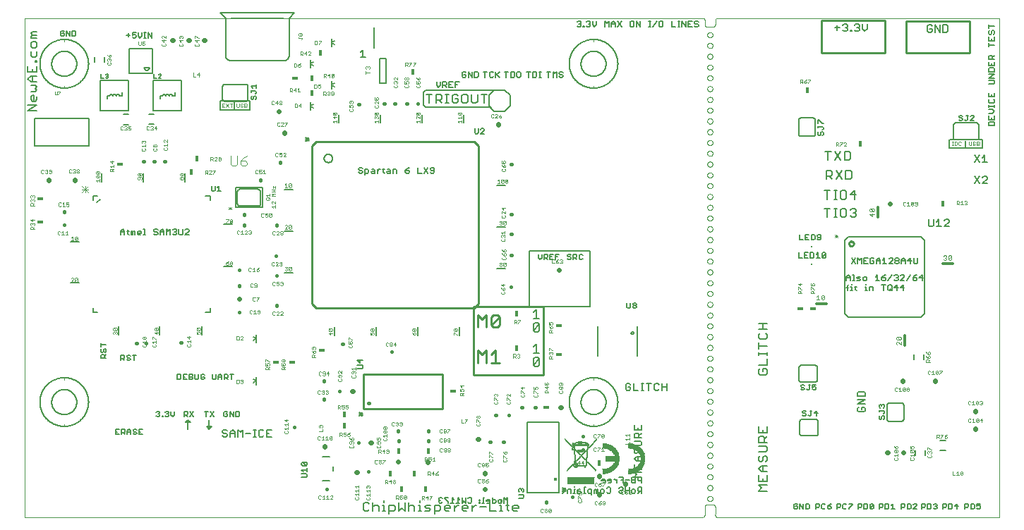
<source format=gto>
G75*
%MOIN*%
%OFA0B0*%
%FSLAX25Y25*%
%IPPOS*%
%LPD*%
%AMOC8*
5,1,8,0,0,1.08239X$1,22.5*
%
%ADD10C,0.00000*%
%ADD11C,0.00600*%
%ADD12C,0.00800*%
%ADD13C,0.01100*%
%ADD14C,0.01000*%
%ADD15C,0.00500*%
%ADD16C,0.00300*%
%ADD17C,0.00700*%
%ADD18R,0.00010X0.00010*%
%ADD19R,0.00020X0.00010*%
%ADD20R,0.00030X0.00010*%
%ADD21R,0.00220X0.00010*%
%ADD22R,0.00240X0.00010*%
%ADD23R,0.00490X0.00010*%
%ADD24R,0.00510X0.00010*%
%ADD25R,0.00660X0.00010*%
%ADD26R,0.00020X0.00010*%
%ADD27R,0.00780X0.00010*%
%ADD28R,0.00800X0.00010*%
%ADD29R,0.00880X0.00010*%
%ADD30R,0.00990X0.00010*%
%ADD31R,0.00990X0.00010*%
%ADD32R,0.01050X0.00010*%
%ADD33R,0.01060X0.00010*%
%ADD34R,0.01160X0.00010*%
%ADD35R,0.01140X0.00010*%
%ADD36R,0.01210X0.00010*%
%ADD37R,0.01290X0.00010*%
%ADD38R,0.01290X0.00010*%
%ADD39R,0.01350X0.00010*%
%ADD40R,0.01410X0.00010*%
%ADD41R,0.01480X0.00010*%
%ADD42R,0.01450X0.00010*%
%ADD43R,0.01530X0.00010*%
%ADD44R,0.01590X0.00010*%
%ADD45R,0.01590X0.00010*%
%ADD46R,0.01640X0.00010*%
%ADD47R,0.01630X0.00010*%
%ADD48R,0.01680X0.00010*%
%ADD49R,0.01740X0.00010*%
%ADD50R,0.01740X0.00010*%
%ADD51R,0.01790X0.00010*%
%ADD52R,0.01790X0.00010*%
%ADD53R,0.01830X0.00010*%
%ADD54R,0.01840X0.00010*%
%ADD55R,0.01870X0.00010*%
%ADD56R,0.01880X0.00010*%
%ADD57R,0.01920X0.00010*%
%ADD58R,0.01920X0.00010*%
%ADD59R,0.01970X0.00010*%
%ADD60R,0.01970X0.00010*%
%ADD61R,0.02010X0.00010*%
%ADD62R,0.02060X0.00010*%
%ADD63R,0.02090X0.00010*%
%ADD64R,0.02090X0.00010*%
%ADD65R,0.02140X0.00010*%
%ADD66R,0.02130X0.00010*%
%ADD67R,0.02160X0.00010*%
%ADD68R,0.02170X0.00010*%
%ADD69R,0.02210X0.00010*%
%ADD70R,0.02250X0.00010*%
%ADD71R,0.02240X0.00010*%
%ADD72R,0.02290X0.00010*%
%ADD73R,0.02280X0.00010*%
%ADD74R,0.02320X0.00010*%
%ADD75R,0.02320X0.00010*%
%ADD76R,0.02360X0.00010*%
%ADD77R,0.02350X0.00010*%
%ADD78R,0.02390X0.00010*%
%ADD79R,0.02390X0.00010*%
%ADD80R,0.02410X0.00010*%
%ADD81R,0.02420X0.00010*%
%ADD82R,0.02460X0.00010*%
%ADD83R,0.02490X0.00010*%
%ADD84R,0.02490X0.00010*%
%ADD85R,0.02520X0.00010*%
%ADD86R,0.02520X0.00010*%
%ADD87R,0.02550X0.00010*%
%ADD88R,0.02570X0.00010*%
%ADD89R,0.02580X0.00010*%
%ADD90R,0.02620X0.00010*%
%ADD91R,0.02620X0.00010*%
%ADD92R,0.02650X0.00010*%
%ADD93R,0.02680X0.00010*%
%ADD94R,0.02710X0.00010*%
%ADD95R,0.02740X0.00010*%
%ADD96R,0.02740X0.00010*%
%ADD97R,0.02770X0.00010*%
%ADD98R,0.02770X0.00010*%
%ADD99R,0.02790X0.00010*%
%ADD100R,0.02800X0.00010*%
%ADD101R,0.02830X0.00010*%
%ADD102R,0.02860X0.00010*%
%ADD103R,0.02880X0.00010*%
%ADD104R,0.02910X0.00010*%
%ADD105R,0.02930X0.00010*%
%ADD106R,0.02970X0.00010*%
%ADD107R,0.02970X0.00010*%
%ADD108R,0.03000X0.00010*%
%ADD109R,0.02990X0.00010*%
%ADD110R,0.03020X0.00010*%
%ADD111R,0.03020X0.00010*%
%ADD112R,0.03050X0.00010*%
%ADD113R,0.03070X0.00010*%
%ADD114R,0.03070X0.00010*%
%ADD115R,0.03100X0.00010*%
%ADD116R,0.03120X0.00010*%
%ADD117R,0.03120X0.00010*%
%ADD118R,0.03140X0.00010*%
%ADD119R,0.03150X0.00010*%
%ADD120R,0.03170X0.00010*%
%ADD121R,0.03170X0.00010*%
%ADD122R,0.03200X0.00010*%
%ADD123R,0.03220X0.00010*%
%ADD124R,0.03220X0.00010*%
%ADD125R,0.03250X0.00010*%
%ADD126R,0.03240X0.00010*%
%ADD127R,0.03270X0.00010*%
%ADD128R,0.03270X0.00010*%
%ADD129R,0.03300X0.00010*%
%ADD130R,0.03290X0.00010*%
%ADD131R,0.03320X0.00010*%
%ADD132R,0.03320X0.00010*%
%ADD133R,0.03330X0.00010*%
%ADD134R,0.03340X0.00010*%
%ADD135R,0.03370X0.00010*%
%ADD136R,0.03370X0.00010*%
%ADD137R,0.03390X0.00010*%
%ADD138R,0.03390X0.00010*%
%ADD139R,0.03410X0.00010*%
%ADD140R,0.03430X0.00010*%
%ADD141R,0.03460X0.00010*%
%ADD142R,0.03480X0.00010*%
%ADD143R,0.03490X0.00010*%
%ADD144R,0.03500X0.00010*%
%ADD145R,0.03520X0.00010*%
%ADD146R,0.03520X0.00010*%
%ADD147R,0.03550X0.00010*%
%ADD148R,0.03570X0.00010*%
%ADD149R,0.03570X0.00010*%
%ADD150R,0.03590X0.00010*%
%ADD151R,0.03590X0.00010*%
%ADD152R,0.03610X0.00010*%
%ADD153R,0.03640X0.00010*%
%ADD154R,0.03630X0.00010*%
%ADD155R,0.03650X0.00010*%
%ADD156R,0.03670X0.00010*%
%ADD157R,0.03670X0.00010*%
%ADD158R,0.03700X0.00010*%
%ADD159R,0.03690X0.00010*%
%ADD160R,0.03710X0.00010*%
%ADD161R,0.03720X0.00010*%
%ADD162R,0.03740X0.00010*%
%ADD163R,0.03730X0.00010*%
%ADD164R,0.03760X0.00010*%
%ADD165R,0.03750X0.00010*%
%ADD166R,0.03770X0.00010*%
%ADD167R,0.03770X0.00010*%
%ADD168R,0.03800X0.00010*%
%ADD169R,0.03790X0.00010*%
%ADD170R,0.03820X0.00010*%
%ADD171R,0.03810X0.00010*%
%ADD172R,0.03840X0.00010*%
%ADD173R,0.03830X0.00010*%
%ADD174R,0.03850X0.00010*%
%ADD175R,0.03860X0.00010*%
%ADD176R,0.03880X0.00010*%
%ADD177R,0.03870X0.00010*%
%ADD178R,0.03900X0.00010*%
%ADD179R,0.03890X0.00010*%
%ADD180R,0.03910X0.00010*%
%ADD181R,0.03930X0.00010*%
%ADD182R,0.03950X0.00010*%
%ADD183R,0.03970X0.00010*%
%ADD184R,0.03970X0.00010*%
%ADD185R,0.03980X0.00010*%
%ADD186R,0.03990X0.00010*%
%ADD187R,0.04010X0.00010*%
%ADD188R,0.04000X0.00010*%
%ADD189R,0.04030X0.00010*%
%ADD190R,0.04050X0.00010*%
%ADD191R,0.04040X0.00010*%
%ADD192R,0.04060X0.00010*%
%ADD193R,0.04080X0.00010*%
%ADD194R,0.04100X0.00010*%
%ADD195R,0.04120X0.00010*%
%ADD196R,0.04110X0.00010*%
%ADD197R,0.04130X0.00010*%
%ADD198R,0.04150X0.00010*%
%ADD199R,0.04170X0.00010*%
%ADD200R,0.04170X0.00010*%
%ADD201R,0.04190X0.00010*%
%ADD202R,0.04190X0.00010*%
%ADD203R,0.04210X0.00010*%
%ADD204R,0.04200X0.00010*%
%ADD205R,0.04220X0.00010*%
%ADD206R,0.04220X0.00010*%
%ADD207R,0.04240X0.00010*%
%ADD208R,0.04240X0.00010*%
%ADD209R,0.04260X0.00010*%
%ADD210R,0.04270X0.00010*%
%ADD211R,0.04270X0.00010*%
%ADD212R,0.04290X0.00010*%
%ADD213R,0.04290X0.00010*%
%ADD214R,0.04310X0.00010*%
%ADD215R,0.04320X0.00010*%
%ADD216R,0.04320X0.00010*%
%ADD217R,0.04340X0.00010*%
%ADD218R,0.04340X0.00010*%
%ADD219R,0.04360X0.00010*%
%ADD220R,0.04380X0.00010*%
%ADD221R,0.04370X0.00010*%
%ADD222R,0.04390X0.00010*%
%ADD223R,0.04390X0.00010*%
%ADD224R,0.04410X0.00010*%
%ADD225R,0.04400X0.00010*%
%ADD226R,0.04420X0.00010*%
%ADD227R,0.04420X0.00010*%
%ADD228R,0.04440X0.00010*%
%ADD229R,0.04440X0.00010*%
%ADD230R,0.04450X0.00010*%
%ADD231R,0.04470X0.00010*%
%ADD232R,0.04470X0.00010*%
%ADD233R,0.04490X0.00010*%
%ADD234R,0.04480X0.00010*%
%ADD235R,0.04510X0.00010*%
%ADD236R,0.04500X0.00010*%
%ADD237R,0.04520X0.00010*%
%ADD238R,0.04520X0.00010*%
%ADD239R,0.04530X0.00010*%
%ADD240R,0.04550X0.00010*%
%ADD241R,0.04560X0.00010*%
%ADD242R,0.04580X0.00010*%
%ADD243R,0.04590X0.00010*%
%ADD244R,0.04590X0.00010*%
%ADD245R,0.04610X0.00010*%
%ADD246R,0.04630X0.00010*%
%ADD247R,0.04620X0.00010*%
%ADD248R,0.04640X0.00010*%
%ADD249R,0.04640X0.00010*%
%ADD250R,0.04660X0.00010*%
%ADD251R,0.04670X0.00010*%
%ADD252R,0.04670X0.00010*%
%ADD253R,0.04690X0.00010*%
%ADD254R,0.04680X0.00010*%
%ADD255R,0.04700X0.00010*%
%ADD256R,0.04730X0.00010*%
%ADD257R,0.04710X0.00010*%
%ADD258R,0.04750X0.00010*%
%ADD259R,0.04740X0.00010*%
%ADD260R,0.04760X0.00010*%
%ADD261R,0.04780X0.00010*%
%ADD262R,0.04770X0.00010*%
%ADD263R,0.04790X0.00010*%
%ADD264R,0.04790X0.00010*%
%ADD265R,0.04800X0.00010*%
%ADD266R,0.04820X0.00010*%
%ADD267R,0.04810X0.00010*%
%ADD268R,0.04840X0.00010*%
%ADD269R,0.04830X0.00010*%
%ADD270R,0.04850X0.00010*%
%ADD271R,0.04840X0.00010*%
%ADD272R,0.04860X0.00010*%
%ADD273R,0.04880X0.00010*%
%ADD274R,0.04870X0.00010*%
%ADD275R,0.04890X0.00010*%
%ADD276R,0.04900X0.00010*%
%ADD277R,0.04910X0.00010*%
%ADD278R,0.04940X0.00010*%
%ADD279R,0.04930X0.00010*%
%ADD280R,0.04940X0.00010*%
%ADD281R,0.04960X0.00010*%
%ADD282R,0.04950X0.00010*%
%ADD283R,0.04980X0.00010*%
%ADD284R,0.04970X0.00010*%
%ADD285R,0.05000X0.00010*%
%ADD286R,0.04990X0.00010*%
%ADD287R,0.05010X0.00010*%
%ADD288R,0.05030X0.00010*%
%ADD289R,0.05020X0.00010*%
%ADD290R,0.05040X0.00010*%
%ADD291R,0.05050X0.00010*%
%ADD292R,0.05040X0.00010*%
%ADD293R,0.05070X0.00010*%
%ADD294R,0.05060X0.00010*%
%ADD295R,0.05070X0.00010*%
%ADD296R,0.05100X0.00010*%
%ADD297R,0.05090X0.00010*%
%ADD298R,0.05110X0.00010*%
%ADD299R,0.05140X0.00010*%
%ADD300R,0.05120X0.00010*%
%ADD301R,0.05150X0.00010*%
%ADD302R,0.05140X0.00010*%
%ADD303R,0.05170X0.00010*%
%ADD304R,0.05160X0.00010*%
%ADD305R,0.05180X0.00010*%
%ADD306R,0.05170X0.00010*%
%ADD307R,0.05200X0.00010*%
%ADD308R,0.05190X0.00010*%
%ADD309R,0.05210X0.00010*%
%ADD310R,0.05220X0.00010*%
%ADD311R,0.05230X0.00010*%
%ADD312R,0.05220X0.00010*%
%ADD313R,0.05250X0.00010*%
%ADD314R,0.05240X0.00010*%
%ADD315R,0.05260X0.00010*%
%ADD316R,0.05290X0.00010*%
%ADD317R,0.05270X0.00010*%
%ADD318R,0.05300X0.00010*%
%ADD319R,0.05290X0.00010*%
%ADD320R,0.05310X0.00010*%
%ADD321R,0.05330X0.00010*%
%ADD322R,0.05320X0.00010*%
%ADD323R,0.05350X0.00010*%
%ADD324R,0.05360X0.00010*%
%ADD325R,0.05390X0.00010*%
%ADD326R,0.05370X0.00010*%
%ADD327R,0.05380X0.00010*%
%ADD328R,0.05400X0.00010*%
%ADD329R,0.05390X0.00010*%
%ADD330R,0.05410X0.00010*%
%ADD331R,0.05430X0.00010*%
%ADD332R,0.05420X0.00010*%
%ADD333R,0.05440X0.00010*%
%ADD334R,0.05450X0.00010*%
%ADD335R,0.05440X0.00010*%
%ADD336R,0.05460X0.00010*%
%ADD337R,0.05470X0.00010*%
%ADD338R,0.05490X0.00010*%
%ADD339R,0.05470X0.00010*%
%ADD340R,0.05500X0.00010*%
%ADD341R,0.05490X0.00010*%
%ADD342R,0.05510X0.00010*%
%ADD343R,0.05520X0.00010*%
%ADD344R,0.05530X0.00010*%
%ADD345R,0.05520X0.00010*%
%ADD346R,0.05540X0.00010*%
%ADD347R,0.05550X0.00010*%
%ADD348R,0.05540X0.00010*%
%ADD349R,0.05560X0.00010*%
%ADD350R,0.05580X0.00010*%
%ADD351R,0.05590X0.00010*%
%ADD352R,0.05570X0.00010*%
%ADD353R,0.05590X0.00010*%
%ADD354R,0.05610X0.00010*%
%ADD355R,0.05620X0.00010*%
%ADD356R,0.05600X0.00010*%
%ADD357R,0.05480X0.00010*%
%ADD358R,0.00040X0.00010*%
%ADD359R,0.05240X0.00010*%
%ADD360R,0.05020X0.00010*%
%ADD361R,0.04920X0.00010*%
%ADD362R,0.04620X0.00010*%
%ADD363R,0.04540X0.00010*%
%ADD364R,0.04490X0.00010*%
%ADD365R,0.04460X0.00010*%
%ADD366R,0.04350X0.00010*%
%ADD367R,0.04280X0.00010*%
%ADD368R,0.04250X0.00010*%
%ADD369R,0.04230X0.00010*%
%ADD370R,0.04180X0.00010*%
%ADD371R,0.04160X0.00010*%
%ADD372R,0.04140X0.00010*%
%ADD373R,0.04090X0.00010*%
%ADD374R,0.04070X0.00010*%
%ADD375R,0.04020X0.00010*%
%ADD376R,0.03990X0.00010*%
%ADD377R,0.03960X0.00010*%
%ADD378R,0.03890X0.00010*%
%ADD379R,0.03870X0.00010*%
%ADD380R,0.03820X0.00010*%
%ADD381R,0.03780X0.00010*%
%ADD382R,0.03720X0.00010*%
%ADD383R,0.03690X0.00010*%
%ADD384R,0.03680X0.00010*%
%ADD385R,0.03660X0.00010*%
%ADD386R,0.03620X0.00010*%
%ADD387R,0.03600X0.00010*%
%ADD388R,0.03560X0.00010*%
%ADD389R,0.03540X0.00010*%
%ADD390R,0.03530X0.00010*%
%ADD391R,0.03540X0.00010*%
%ADD392R,0.03510X0.00010*%
%ADD393R,0.03470X0.00010*%
%ADD394R,0.03450X0.00010*%
%ADD395R,0.03440X0.00010*%
%ADD396R,0.03420X0.00010*%
%ADD397R,0.03400X0.00010*%
%ADD398R,0.03360X0.00010*%
%ADD399R,0.03350X0.00010*%
%ADD400R,0.03310X0.00010*%
%ADD401R,0.03290X0.00010*%
%ADD402R,0.03280X0.00010*%
%ADD403R,0.03260X0.00010*%
%ADD404R,0.03240X0.00010*%
%ADD405R,0.03230X0.00010*%
%ADD406R,0.03210X0.00010*%
%ADD407R,0.03190X0.00010*%
%ADD408R,0.03180X0.00010*%
%ADD409R,0.03160X0.00010*%
%ADD410R,0.03140X0.00010*%
%ADD411R,0.03130X0.00010*%
%ADD412R,0.03110X0.00010*%
%ADD413R,0.03090X0.00010*%
%ADD414R,0.03080X0.00010*%
%ADD415R,0.03060X0.00010*%
%ADD416R,0.03040X0.00010*%
%ADD417R,0.03030X0.00010*%
%ADD418R,0.03010X0.00010*%
%ADD419R,0.02990X0.00010*%
%ADD420R,0.02980X0.00010*%
%ADD421R,0.02960X0.00010*%
%ADD422R,0.02950X0.00010*%
%ADD423R,0.02940X0.00010*%
%ADD424R,0.02920X0.00010*%
%ADD425R,0.02900X0.00010*%
%ADD426R,0.02890X0.00010*%
%ADD427R,0.02870X0.00010*%
%ADD428R,0.02850X0.00010*%
%ADD429R,0.02840X0.00010*%
%ADD430R,0.02820X0.00010*%
%ADD431R,0.02820X0.00010*%
%ADD432R,0.02810X0.00010*%
%ADD433R,0.02790X0.00010*%
%ADD434R,0.02780X0.00010*%
%ADD435R,0.02760X0.00010*%
%ADD436R,0.02750X0.00010*%
%ADD437R,0.02730X0.00010*%
%ADD438R,0.02720X0.00010*%
%ADD439R,0.02720X0.00010*%
%ADD440R,0.02700X0.00010*%
%ADD441R,0.02690X0.00010*%
%ADD442R,0.02670X0.00010*%
%ADD443R,0.02660X0.00010*%
%ADD444R,0.02640X0.00010*%
%ADD445R,0.02630X0.00010*%
%ADD446R,0.02640X0.00010*%
%ADD447R,0.02610X0.00010*%
%ADD448R,0.02600X0.00010*%
%ADD449R,0.02590X0.00010*%
%ADD450R,0.02590X0.00010*%
%ADD451R,0.02560X0.00010*%
%ADD452R,0.02540X0.00010*%
%ADD453R,0.02530X0.00010*%
%ADD454R,0.02510X0.00010*%
%ADD455R,0.02500X0.00010*%
%ADD456R,0.02480X0.00010*%
%ADD457R,0.02470X0.00010*%
%ADD458R,0.02450X0.00010*%
%ADD459R,0.02440X0.00010*%
%ADD460R,0.02430X0.00010*%
%ADD461R,0.02440X0.00010*%
%ADD462R,0.02420X0.00010*%
%ADD463R,0.02400X0.00010*%
%ADD464R,0.02380X0.00010*%
%ADD465R,0.02370X0.00010*%
%ADD466R,0.02370X0.00010*%
%ADD467R,0.02340X0.00010*%
%ADD468R,0.02340X0.00010*%
%ADD469R,0.02330X0.00010*%
%ADD470R,0.02310X0.00010*%
%ADD471R,0.02300X0.00010*%
%ADD472R,0.02290X0.00010*%
%ADD473R,0.02270X0.00010*%
%ADD474R,0.02270X0.00010*%
%ADD475R,0.02260X0.00010*%
%ADD476R,0.02240X0.00010*%
%ADD477R,0.02230X0.00010*%
%ADD478R,0.02220X0.00010*%
%ADD479R,0.02220X0.00010*%
%ADD480R,0.02200X0.00010*%
%ADD481R,0.02190X0.00010*%
%ADD482R,0.02180X0.00010*%
%ADD483R,0.00050X0.00010*%
%ADD484R,0.00080X0.00010*%
%ADD485R,0.02050X0.00010*%
%ADD486R,0.06340X0.00010*%
%ADD487R,0.06350X0.00010*%
%ADD488R,0.06360X0.00010*%
%ADD489R,0.06370X0.00010*%
%ADD490R,0.06370X0.00010*%
%ADD491R,0.06380X0.00010*%
%ADD492R,0.02170X0.00010*%
%ADD493R,0.06390X0.00010*%
%ADD494R,0.06400X0.00010*%
%ADD495R,0.02150X0.00010*%
%ADD496R,0.06410X0.00010*%
%ADD497R,0.06420X0.00010*%
%ADD498R,0.06420X0.00010*%
%ADD499R,0.06430X0.00010*%
%ADD500R,0.02140X0.00010*%
%ADD501R,0.06440X0.00010*%
%ADD502R,0.02190X0.00010*%
%ADD503R,0.02470X0.00010*%
%ADD504R,0.02570X0.00010*%
%ADD505R,0.03040X0.00010*%
%ADD506R,0.03380X0.00010*%
%ADD507R,0.03490X0.00010*%
%ADD508R,0.03640X0.00010*%
%ADD509R,0.03790X0.00010*%
%ADD510R,0.03920X0.00010*%
%ADD511R,0.03940X0.00010*%
%ADD512R,0.04300X0.00010*%
%ADD513R,0.04370X0.00010*%
%ADD514R,0.04430X0.00010*%
%ADD515R,0.04570X0.00010*%
%ADD516R,0.04720X0.00010*%
%ADD517R,0.05370X0.00010*%
%ADD518R,0.05340X0.00010*%
%ADD519R,0.05340X0.00010*%
%ADD520R,0.05280X0.00010*%
%ADD521R,0.05270X0.00010*%
%ADD522R,0.05190X0.00010*%
%ADD523R,0.05130X0.00010*%
%ADD524R,0.05120X0.00010*%
%ADD525R,0.04990X0.00010*%
%ADD526R,0.04970X0.00010*%
%ADD527R,0.04920X0.00010*%
%ADD528R,0.04870X0.00010*%
%ADD529R,0.04770X0.00010*%
%ADD530R,0.04740X0.00010*%
%ADD531R,0.04650X0.00010*%
%ADD532R,0.04600X0.00010*%
%ADD533R,0.04330X0.00010*%
%ADD534R,0.04120X0.00010*%
%ADD535R,0.04040X0.00010*%
%ADD536R,0.04020X0.00010*%
%ADD537R,0.03740X0.00010*%
%ADD538R,0.03340X0.00010*%
%ADD539R,0.03190X0.00010*%
%ADD540R,0.03090X0.00010*%
%ADD541R,0.02940X0.00010*%
%ADD542R,0.02120X0.00010*%
%ADD543R,0.01960X0.00010*%
%ADD544R,0.01910X0.00010*%
%ADD545R,0.01860X0.00010*%
%ADD546R,0.01870X0.00010*%
%ADD547R,0.01780X0.00010*%
%ADD548R,0.01720X0.00010*%
%ADD549R,0.01690X0.00010*%
%ADD550R,0.01690X0.00010*%
%ADD551R,0.01580X0.00010*%
%ADD552R,0.01510X0.00010*%
%ADD553R,0.01460X0.00010*%
%ADD554R,0.01340X0.00010*%
%ADD555R,0.01220X0.00010*%
%ADD556R,0.01200X0.00010*%
%ADD557R,0.01140X0.00010*%
%ADD558R,0.01130X0.00010*%
%ADD559R,0.00980X0.00010*%
%ADD560R,0.00870X0.00010*%
%ADD561R,0.00860X0.00010*%
%ADD562R,0.00760X0.00010*%
%ADD563R,0.00640X0.00010*%
%ADD564R,0.00470X0.00010*%
%ADD565R,0.00250X0.00010*%
%ADD566R,0.00270X0.00010*%
%ADD567R,0.12429X0.00036*%
%ADD568R,0.12393X0.00036*%
%ADD569R,0.00071X0.00036*%
%ADD570R,0.00143X0.00036*%
%ADD571R,0.00036X0.00036*%
%ADD572R,0.00214X0.00036*%
%ADD573R,0.00107X0.00036*%
%ADD574R,0.00286X0.00036*%
%ADD575R,0.00179X0.00036*%
%ADD576R,0.00357X0.00036*%
%ADD577R,0.00250X0.00036*%
%ADD578R,0.00429X0.00036*%
%ADD579R,0.00321X0.00036*%
%ADD580R,0.00464X0.00036*%
%ADD581R,0.00393X0.00036*%
%ADD582R,0.00500X0.00036*%
%ADD583R,0.00464X0.00036*%
%ADD584R,0.00786X0.00036*%
%ADD585R,0.00571X0.00036*%
%ADD586R,0.00821X0.00036*%
%ADD587R,0.01000X0.00036*%
%ADD588R,0.01179X0.00036*%
%ADD589R,0.01250X0.00036*%
%ADD590R,0.01393X0.00036*%
%ADD591R,0.01464X0.00036*%
%ADD592R,0.01571X0.00036*%
%ADD593R,0.01679X0.00036*%
%ADD594R,0.01750X0.00036*%
%ADD595R,0.01821X0.00036*%
%ADD596R,0.01893X0.00036*%
%ADD597R,0.01964X0.00036*%
%ADD598R,0.02036X0.00036*%
%ADD599R,0.02107X0.00036*%
%ADD600R,0.00929X0.00036*%
%ADD601R,0.00857X0.00036*%
%ADD602R,0.04643X0.00036*%
%ADD603R,0.00750X0.00036*%
%ADD604R,0.00714X0.00036*%
%ADD605R,0.04607X0.00036*%
%ADD606R,0.00679X0.00036*%
%ADD607R,0.04571X0.00036*%
%ADD608R,0.00643X0.00036*%
%ADD609R,0.04536X0.00036*%
%ADD610R,0.00643X0.00036*%
%ADD611R,0.00536X0.00036*%
%ADD612R,0.04500X0.00036*%
%ADD613R,0.00607X0.00036*%
%ADD614R,0.01071X0.00036*%
%ADD615R,0.01107X0.00036*%
%ADD616R,0.01071X0.00036*%
%ADD617R,0.01036X0.00036*%
%ADD618R,0.01036X0.00036*%
%ADD619R,0.00714X0.00036*%
%ADD620R,0.00893X0.00036*%
%ADD621R,0.01143X0.00036*%
%ADD622R,0.02321X0.00036*%
%ADD623R,0.02250X0.00036*%
%ADD624R,0.02179X0.00036*%
%ADD625R,0.02143X0.00036*%
%ADD626R,0.02071X0.00036*%
%ADD627R,0.02000X0.00036*%
%ADD628R,0.01929X0.00036*%
%ADD629R,0.01857X0.00036*%
%ADD630R,0.01821X0.00036*%
%ADD631R,0.01643X0.00036*%
%ADD632R,0.01464X0.00036*%
%ADD633R,0.01357X0.00036*%
%ADD634R,0.01214X0.00036*%
%ADD635R,0.00893X0.00036*%
%ADD636R,0.00571X0.00036*%
%ADD637R,0.00821X0.00036*%
%ADD638R,0.00964X0.00036*%
%ADD639R,0.02750X0.00036*%
%ADD640R,0.02821X0.00036*%
%ADD641R,0.02857X0.00036*%
%ADD642R,0.02893X0.00036*%
%ADD643R,0.02929X0.00036*%
%ADD644R,0.02964X0.00036*%
%ADD645R,0.03000X0.00036*%
%ADD646R,0.03036X0.00036*%
%ADD647R,0.03071X0.00036*%
%ADD648R,0.03107X0.00036*%
%ADD649R,0.02643X0.00036*%
%ADD650R,0.00786X0.00036*%
%ADD651R,0.01786X0.00036*%
%ADD652R,0.01714X0.00036*%
%ADD653R,0.01429X0.00036*%
%ADD654R,0.07964X0.00036*%
%ADD655R,0.08036X0.00036*%
%ADD656R,0.08071X0.00036*%
%ADD657R,0.08107X0.00036*%
%ADD658R,0.08143X0.00036*%
%ADD659R,0.08179X0.00036*%
%ADD660R,0.08214X0.00036*%
%ADD661R,0.08250X0.00036*%
%ADD662R,0.08286X0.00036*%
%ADD663R,0.01286X0.00036*%
%ADD664R,0.01321X0.00036*%
%ADD665R,0.01393X0.00036*%
%ADD666R,0.01500X0.00036*%
%ADD667R,0.01536X0.00036*%
%ADD668R,0.01321X0.00036*%
%ADD669R,0.01214X0.00036*%
%ADD670R,0.03607X0.00036*%
%ADD671R,0.02393X0.00036*%
%ADD672R,0.02321X0.00036*%
%ADD673R,0.05000X0.00036*%
%ADD674R,0.04893X0.00036*%
%ADD675R,0.04750X0.00036*%
%ADD676R,0.03821X0.00036*%
%ADD677R,0.03464X0.00036*%
%ADD678R,0.02607X0.00036*%
%ADD679R,0.00393X0.00036*%
%ADD680R,0.00286X0.00036*%
%ADD681R,0.00321X0.00036*%
%ADD682R,0.00214X0.00036*%
%ADD683R,0.00143X0.00036*%
%ADD684R,0.00036X0.00036*%
%ADD685R,0.00071X0.00036*%
%ADD686C,0.01200*%
%ADD687C,0.00400*%
%ADD688C,0.01575*%
%ADD689R,0.01800X0.03000*%
%ADD690R,0.02800X0.01600*%
%ADD691C,0.02200*%
%ADD692C,0.01600*%
%ADD693C,0.00200*%
%ADD694C,0.00100*%
%ADD695R,0.03000X0.01800*%
%ADD696R,0.01600X0.02800*%
%ADD697R,0.00984X0.00984*%
D10*
X0032581Y0039566D02*
X0032581Y0275733D01*
X0352900Y0275733D01*
X0352963Y0275728D01*
X0353026Y0275719D01*
X0353088Y0275707D01*
X0353150Y0275690D01*
X0353210Y0275670D01*
X0353269Y0275647D01*
X0353326Y0275620D01*
X0353382Y0275589D01*
X0353436Y0275556D01*
X0353488Y0275519D01*
X0353537Y0275479D01*
X0353584Y0275436D01*
X0353628Y0275390D01*
X0353669Y0275342D01*
X0353707Y0275291D01*
X0353742Y0275238D01*
X0353774Y0275183D01*
X0353803Y0275127D01*
X0353828Y0275068D01*
X0353849Y0275009D01*
X0353867Y0274948D01*
X0353881Y0274886D01*
X0353892Y0274823D01*
X0353898Y0274760D01*
X0353901Y0274696D01*
X0353900Y0274633D01*
X0353900Y0272633D01*
X0353902Y0272573D01*
X0353907Y0272512D01*
X0353916Y0272453D01*
X0353929Y0272394D01*
X0353945Y0272335D01*
X0353965Y0272278D01*
X0353988Y0272223D01*
X0354015Y0272168D01*
X0354044Y0272116D01*
X0354077Y0272065D01*
X0354113Y0272016D01*
X0354151Y0271970D01*
X0354193Y0271926D01*
X0354237Y0271884D01*
X0354283Y0271846D01*
X0354332Y0271810D01*
X0354383Y0271777D01*
X0354435Y0271748D01*
X0354490Y0271721D01*
X0354545Y0271698D01*
X0354602Y0271678D01*
X0354661Y0271662D01*
X0354720Y0271649D01*
X0354779Y0271640D01*
X0354840Y0271635D01*
X0354900Y0271633D01*
X0357900Y0271633D01*
X0357960Y0271635D01*
X0358021Y0271640D01*
X0358080Y0271649D01*
X0358139Y0271662D01*
X0358198Y0271678D01*
X0358255Y0271698D01*
X0358310Y0271721D01*
X0358365Y0271748D01*
X0358417Y0271777D01*
X0358468Y0271810D01*
X0358517Y0271846D01*
X0358563Y0271884D01*
X0358607Y0271926D01*
X0358649Y0271970D01*
X0358687Y0272016D01*
X0358723Y0272065D01*
X0358756Y0272116D01*
X0358785Y0272168D01*
X0358812Y0272223D01*
X0358835Y0272278D01*
X0358855Y0272335D01*
X0358871Y0272394D01*
X0358884Y0272453D01*
X0358893Y0272512D01*
X0358898Y0272573D01*
X0358900Y0272633D01*
X0358900Y0274633D01*
X0358900Y0274634D02*
X0358904Y0274699D01*
X0358911Y0274764D01*
X0358922Y0274829D01*
X0358937Y0274893D01*
X0358955Y0274956D01*
X0358977Y0275018D01*
X0359003Y0275078D01*
X0359032Y0275137D01*
X0359065Y0275194D01*
X0359100Y0275248D01*
X0359139Y0275301D01*
X0359181Y0275352D01*
X0359226Y0275400D01*
X0359273Y0275445D01*
X0359323Y0275487D01*
X0359376Y0275527D01*
X0359430Y0275563D01*
X0359487Y0275596D01*
X0359545Y0275626D01*
X0359605Y0275652D01*
X0359667Y0275675D01*
X0359730Y0275694D01*
X0359793Y0275709D01*
X0359858Y0275721D01*
X0359923Y0275729D01*
X0359988Y0275733D01*
X0360054Y0275734D01*
X0360054Y0275733D02*
X0493211Y0275733D01*
X0493211Y0039566D01*
X0359967Y0039566D01*
X0359967Y0039567D02*
X0359899Y0039581D01*
X0359831Y0039600D01*
X0359764Y0039622D01*
X0359699Y0039647D01*
X0359635Y0039676D01*
X0359572Y0039708D01*
X0359512Y0039744D01*
X0359453Y0039782D01*
X0359397Y0039823D01*
X0359342Y0039868D01*
X0359290Y0039915D01*
X0359241Y0039965D01*
X0359194Y0040017D01*
X0359150Y0040072D01*
X0359109Y0040129D01*
X0359071Y0040188D01*
X0359037Y0040249D01*
X0359005Y0040311D01*
X0358977Y0040376D01*
X0358952Y0040441D01*
X0358931Y0040508D01*
X0358913Y0040576D01*
X0358898Y0040645D01*
X0358888Y0040714D01*
X0358881Y0040784D01*
X0358877Y0040854D01*
X0358878Y0040924D01*
X0358882Y0040994D01*
X0358889Y0041064D01*
X0358901Y0041133D01*
X0358900Y0041133D02*
X0358900Y0044633D01*
X0358885Y0044700D01*
X0358866Y0044767D01*
X0358843Y0044832D01*
X0358817Y0044896D01*
X0358788Y0044958D01*
X0358755Y0045019D01*
X0358719Y0045078D01*
X0358680Y0045135D01*
X0358637Y0045190D01*
X0358592Y0045242D01*
X0358544Y0045292D01*
X0358494Y0045339D01*
X0358441Y0045383D01*
X0358386Y0045424D01*
X0358328Y0045463D01*
X0358269Y0045498D01*
X0358208Y0045530D01*
X0358145Y0045558D01*
X0358080Y0045583D01*
X0358015Y0045605D01*
X0357948Y0045623D01*
X0357880Y0045637D01*
X0357812Y0045648D01*
X0357744Y0045655D01*
X0357675Y0045658D01*
X0357606Y0045657D01*
X0357537Y0045653D01*
X0357468Y0045645D01*
X0357400Y0045633D01*
X0355400Y0045633D01*
X0355332Y0045645D01*
X0355263Y0045653D01*
X0355194Y0045657D01*
X0355125Y0045658D01*
X0355056Y0045655D01*
X0354988Y0045648D01*
X0354920Y0045637D01*
X0354852Y0045623D01*
X0354785Y0045605D01*
X0354720Y0045583D01*
X0354655Y0045558D01*
X0354592Y0045530D01*
X0354531Y0045498D01*
X0354472Y0045463D01*
X0354414Y0045424D01*
X0354359Y0045383D01*
X0354306Y0045339D01*
X0354256Y0045292D01*
X0354208Y0045242D01*
X0354163Y0045190D01*
X0354120Y0045135D01*
X0354081Y0045078D01*
X0354045Y0045019D01*
X0354012Y0044958D01*
X0353983Y0044896D01*
X0353957Y0044832D01*
X0353934Y0044767D01*
X0353915Y0044700D01*
X0353900Y0044633D01*
X0353900Y0041133D01*
X0353912Y0041065D01*
X0353920Y0040996D01*
X0353924Y0040927D01*
X0353925Y0040858D01*
X0353922Y0040789D01*
X0353915Y0040721D01*
X0353904Y0040653D01*
X0353890Y0040585D01*
X0353872Y0040518D01*
X0353850Y0040453D01*
X0353825Y0040388D01*
X0353797Y0040325D01*
X0353765Y0040264D01*
X0353730Y0040205D01*
X0353691Y0040147D01*
X0353650Y0040092D01*
X0353606Y0040039D01*
X0353559Y0039989D01*
X0353509Y0039941D01*
X0353457Y0039896D01*
X0353402Y0039853D01*
X0353345Y0039814D01*
X0353286Y0039778D01*
X0353225Y0039745D01*
X0353163Y0039716D01*
X0353099Y0039690D01*
X0353034Y0039667D01*
X0352967Y0039648D01*
X0352900Y0039633D01*
X0032581Y0039566D01*
X0355150Y0048483D02*
X0355152Y0048553D01*
X0355158Y0048623D01*
X0355168Y0048692D01*
X0355181Y0048761D01*
X0355199Y0048829D01*
X0355220Y0048896D01*
X0355245Y0048961D01*
X0355274Y0049025D01*
X0355306Y0049088D01*
X0355342Y0049148D01*
X0355381Y0049206D01*
X0355423Y0049262D01*
X0355468Y0049316D01*
X0355516Y0049367D01*
X0355567Y0049415D01*
X0355621Y0049460D01*
X0355677Y0049502D01*
X0355735Y0049541D01*
X0355795Y0049577D01*
X0355858Y0049609D01*
X0355922Y0049638D01*
X0355987Y0049663D01*
X0356054Y0049684D01*
X0356122Y0049702D01*
X0356191Y0049715D01*
X0356260Y0049725D01*
X0356330Y0049731D01*
X0356400Y0049733D01*
X0356470Y0049731D01*
X0356540Y0049725D01*
X0356609Y0049715D01*
X0356678Y0049702D01*
X0356746Y0049684D01*
X0356813Y0049663D01*
X0356878Y0049638D01*
X0356942Y0049609D01*
X0357005Y0049577D01*
X0357065Y0049541D01*
X0357123Y0049502D01*
X0357179Y0049460D01*
X0357233Y0049415D01*
X0357284Y0049367D01*
X0357332Y0049316D01*
X0357377Y0049262D01*
X0357419Y0049206D01*
X0357458Y0049148D01*
X0357494Y0049088D01*
X0357526Y0049025D01*
X0357555Y0048961D01*
X0357580Y0048896D01*
X0357601Y0048829D01*
X0357619Y0048761D01*
X0357632Y0048692D01*
X0357642Y0048623D01*
X0357648Y0048553D01*
X0357650Y0048483D01*
X0357648Y0048413D01*
X0357642Y0048343D01*
X0357632Y0048274D01*
X0357619Y0048205D01*
X0357601Y0048137D01*
X0357580Y0048070D01*
X0357555Y0048005D01*
X0357526Y0047941D01*
X0357494Y0047878D01*
X0357458Y0047818D01*
X0357419Y0047760D01*
X0357377Y0047704D01*
X0357332Y0047650D01*
X0357284Y0047599D01*
X0357233Y0047551D01*
X0357179Y0047506D01*
X0357123Y0047464D01*
X0357065Y0047425D01*
X0357005Y0047389D01*
X0356942Y0047357D01*
X0356878Y0047328D01*
X0356813Y0047303D01*
X0356746Y0047282D01*
X0356678Y0047264D01*
X0356609Y0047251D01*
X0356540Y0047241D01*
X0356470Y0047235D01*
X0356400Y0047233D01*
X0356330Y0047235D01*
X0356260Y0047241D01*
X0356191Y0047251D01*
X0356122Y0047264D01*
X0356054Y0047282D01*
X0355987Y0047303D01*
X0355922Y0047328D01*
X0355858Y0047357D01*
X0355795Y0047389D01*
X0355735Y0047425D01*
X0355677Y0047464D01*
X0355621Y0047506D01*
X0355567Y0047551D01*
X0355516Y0047599D01*
X0355468Y0047650D01*
X0355423Y0047704D01*
X0355381Y0047760D01*
X0355342Y0047818D01*
X0355306Y0047878D01*
X0355274Y0047941D01*
X0355245Y0048005D01*
X0355220Y0048070D01*
X0355199Y0048137D01*
X0355181Y0048205D01*
X0355168Y0048274D01*
X0355158Y0048343D01*
X0355152Y0048413D01*
X0355150Y0048483D01*
X0355150Y0053583D02*
X0355152Y0053653D01*
X0355158Y0053723D01*
X0355168Y0053792D01*
X0355181Y0053861D01*
X0355199Y0053929D01*
X0355220Y0053996D01*
X0355245Y0054061D01*
X0355274Y0054125D01*
X0355306Y0054188D01*
X0355342Y0054248D01*
X0355381Y0054306D01*
X0355423Y0054362D01*
X0355468Y0054416D01*
X0355516Y0054467D01*
X0355567Y0054515D01*
X0355621Y0054560D01*
X0355677Y0054602D01*
X0355735Y0054641D01*
X0355795Y0054677D01*
X0355858Y0054709D01*
X0355922Y0054738D01*
X0355987Y0054763D01*
X0356054Y0054784D01*
X0356122Y0054802D01*
X0356191Y0054815D01*
X0356260Y0054825D01*
X0356330Y0054831D01*
X0356400Y0054833D01*
X0356470Y0054831D01*
X0356540Y0054825D01*
X0356609Y0054815D01*
X0356678Y0054802D01*
X0356746Y0054784D01*
X0356813Y0054763D01*
X0356878Y0054738D01*
X0356942Y0054709D01*
X0357005Y0054677D01*
X0357065Y0054641D01*
X0357123Y0054602D01*
X0357179Y0054560D01*
X0357233Y0054515D01*
X0357284Y0054467D01*
X0357332Y0054416D01*
X0357377Y0054362D01*
X0357419Y0054306D01*
X0357458Y0054248D01*
X0357494Y0054188D01*
X0357526Y0054125D01*
X0357555Y0054061D01*
X0357580Y0053996D01*
X0357601Y0053929D01*
X0357619Y0053861D01*
X0357632Y0053792D01*
X0357642Y0053723D01*
X0357648Y0053653D01*
X0357650Y0053583D01*
X0357648Y0053513D01*
X0357642Y0053443D01*
X0357632Y0053374D01*
X0357619Y0053305D01*
X0357601Y0053237D01*
X0357580Y0053170D01*
X0357555Y0053105D01*
X0357526Y0053041D01*
X0357494Y0052978D01*
X0357458Y0052918D01*
X0357419Y0052860D01*
X0357377Y0052804D01*
X0357332Y0052750D01*
X0357284Y0052699D01*
X0357233Y0052651D01*
X0357179Y0052606D01*
X0357123Y0052564D01*
X0357065Y0052525D01*
X0357005Y0052489D01*
X0356942Y0052457D01*
X0356878Y0052428D01*
X0356813Y0052403D01*
X0356746Y0052382D01*
X0356678Y0052364D01*
X0356609Y0052351D01*
X0356540Y0052341D01*
X0356470Y0052335D01*
X0356400Y0052333D01*
X0356330Y0052335D01*
X0356260Y0052341D01*
X0356191Y0052351D01*
X0356122Y0052364D01*
X0356054Y0052382D01*
X0355987Y0052403D01*
X0355922Y0052428D01*
X0355858Y0052457D01*
X0355795Y0052489D01*
X0355735Y0052525D01*
X0355677Y0052564D01*
X0355621Y0052606D01*
X0355567Y0052651D01*
X0355516Y0052699D01*
X0355468Y0052750D01*
X0355423Y0052804D01*
X0355381Y0052860D01*
X0355342Y0052918D01*
X0355306Y0052978D01*
X0355274Y0053041D01*
X0355245Y0053105D01*
X0355220Y0053170D01*
X0355199Y0053237D01*
X0355181Y0053305D01*
X0355168Y0053374D01*
X0355158Y0053443D01*
X0355152Y0053513D01*
X0355150Y0053583D01*
X0355150Y0058683D02*
X0355152Y0058753D01*
X0355158Y0058823D01*
X0355168Y0058892D01*
X0355181Y0058961D01*
X0355199Y0059029D01*
X0355220Y0059096D01*
X0355245Y0059161D01*
X0355274Y0059225D01*
X0355306Y0059288D01*
X0355342Y0059348D01*
X0355381Y0059406D01*
X0355423Y0059462D01*
X0355468Y0059516D01*
X0355516Y0059567D01*
X0355567Y0059615D01*
X0355621Y0059660D01*
X0355677Y0059702D01*
X0355735Y0059741D01*
X0355795Y0059777D01*
X0355858Y0059809D01*
X0355922Y0059838D01*
X0355987Y0059863D01*
X0356054Y0059884D01*
X0356122Y0059902D01*
X0356191Y0059915D01*
X0356260Y0059925D01*
X0356330Y0059931D01*
X0356400Y0059933D01*
X0356470Y0059931D01*
X0356540Y0059925D01*
X0356609Y0059915D01*
X0356678Y0059902D01*
X0356746Y0059884D01*
X0356813Y0059863D01*
X0356878Y0059838D01*
X0356942Y0059809D01*
X0357005Y0059777D01*
X0357065Y0059741D01*
X0357123Y0059702D01*
X0357179Y0059660D01*
X0357233Y0059615D01*
X0357284Y0059567D01*
X0357332Y0059516D01*
X0357377Y0059462D01*
X0357419Y0059406D01*
X0357458Y0059348D01*
X0357494Y0059288D01*
X0357526Y0059225D01*
X0357555Y0059161D01*
X0357580Y0059096D01*
X0357601Y0059029D01*
X0357619Y0058961D01*
X0357632Y0058892D01*
X0357642Y0058823D01*
X0357648Y0058753D01*
X0357650Y0058683D01*
X0357648Y0058613D01*
X0357642Y0058543D01*
X0357632Y0058474D01*
X0357619Y0058405D01*
X0357601Y0058337D01*
X0357580Y0058270D01*
X0357555Y0058205D01*
X0357526Y0058141D01*
X0357494Y0058078D01*
X0357458Y0058018D01*
X0357419Y0057960D01*
X0357377Y0057904D01*
X0357332Y0057850D01*
X0357284Y0057799D01*
X0357233Y0057751D01*
X0357179Y0057706D01*
X0357123Y0057664D01*
X0357065Y0057625D01*
X0357005Y0057589D01*
X0356942Y0057557D01*
X0356878Y0057528D01*
X0356813Y0057503D01*
X0356746Y0057482D01*
X0356678Y0057464D01*
X0356609Y0057451D01*
X0356540Y0057441D01*
X0356470Y0057435D01*
X0356400Y0057433D01*
X0356330Y0057435D01*
X0356260Y0057441D01*
X0356191Y0057451D01*
X0356122Y0057464D01*
X0356054Y0057482D01*
X0355987Y0057503D01*
X0355922Y0057528D01*
X0355858Y0057557D01*
X0355795Y0057589D01*
X0355735Y0057625D01*
X0355677Y0057664D01*
X0355621Y0057706D01*
X0355567Y0057751D01*
X0355516Y0057799D01*
X0355468Y0057850D01*
X0355423Y0057904D01*
X0355381Y0057960D01*
X0355342Y0058018D01*
X0355306Y0058078D01*
X0355274Y0058141D01*
X0355245Y0058205D01*
X0355220Y0058270D01*
X0355199Y0058337D01*
X0355181Y0058405D01*
X0355168Y0058474D01*
X0355158Y0058543D01*
X0355152Y0058613D01*
X0355150Y0058683D01*
X0355150Y0063783D02*
X0355152Y0063853D01*
X0355158Y0063923D01*
X0355168Y0063992D01*
X0355181Y0064061D01*
X0355199Y0064129D01*
X0355220Y0064196D01*
X0355245Y0064261D01*
X0355274Y0064325D01*
X0355306Y0064388D01*
X0355342Y0064448D01*
X0355381Y0064506D01*
X0355423Y0064562D01*
X0355468Y0064616D01*
X0355516Y0064667D01*
X0355567Y0064715D01*
X0355621Y0064760D01*
X0355677Y0064802D01*
X0355735Y0064841D01*
X0355795Y0064877D01*
X0355858Y0064909D01*
X0355922Y0064938D01*
X0355987Y0064963D01*
X0356054Y0064984D01*
X0356122Y0065002D01*
X0356191Y0065015D01*
X0356260Y0065025D01*
X0356330Y0065031D01*
X0356400Y0065033D01*
X0356470Y0065031D01*
X0356540Y0065025D01*
X0356609Y0065015D01*
X0356678Y0065002D01*
X0356746Y0064984D01*
X0356813Y0064963D01*
X0356878Y0064938D01*
X0356942Y0064909D01*
X0357005Y0064877D01*
X0357065Y0064841D01*
X0357123Y0064802D01*
X0357179Y0064760D01*
X0357233Y0064715D01*
X0357284Y0064667D01*
X0357332Y0064616D01*
X0357377Y0064562D01*
X0357419Y0064506D01*
X0357458Y0064448D01*
X0357494Y0064388D01*
X0357526Y0064325D01*
X0357555Y0064261D01*
X0357580Y0064196D01*
X0357601Y0064129D01*
X0357619Y0064061D01*
X0357632Y0063992D01*
X0357642Y0063923D01*
X0357648Y0063853D01*
X0357650Y0063783D01*
X0357648Y0063713D01*
X0357642Y0063643D01*
X0357632Y0063574D01*
X0357619Y0063505D01*
X0357601Y0063437D01*
X0357580Y0063370D01*
X0357555Y0063305D01*
X0357526Y0063241D01*
X0357494Y0063178D01*
X0357458Y0063118D01*
X0357419Y0063060D01*
X0357377Y0063004D01*
X0357332Y0062950D01*
X0357284Y0062899D01*
X0357233Y0062851D01*
X0357179Y0062806D01*
X0357123Y0062764D01*
X0357065Y0062725D01*
X0357005Y0062689D01*
X0356942Y0062657D01*
X0356878Y0062628D01*
X0356813Y0062603D01*
X0356746Y0062582D01*
X0356678Y0062564D01*
X0356609Y0062551D01*
X0356540Y0062541D01*
X0356470Y0062535D01*
X0356400Y0062533D01*
X0356330Y0062535D01*
X0356260Y0062541D01*
X0356191Y0062551D01*
X0356122Y0062564D01*
X0356054Y0062582D01*
X0355987Y0062603D01*
X0355922Y0062628D01*
X0355858Y0062657D01*
X0355795Y0062689D01*
X0355735Y0062725D01*
X0355677Y0062764D01*
X0355621Y0062806D01*
X0355567Y0062851D01*
X0355516Y0062899D01*
X0355468Y0062950D01*
X0355423Y0063004D01*
X0355381Y0063060D01*
X0355342Y0063118D01*
X0355306Y0063178D01*
X0355274Y0063241D01*
X0355245Y0063305D01*
X0355220Y0063370D01*
X0355199Y0063437D01*
X0355181Y0063505D01*
X0355168Y0063574D01*
X0355158Y0063643D01*
X0355152Y0063713D01*
X0355150Y0063783D01*
X0355150Y0068883D02*
X0355152Y0068953D01*
X0355158Y0069023D01*
X0355168Y0069092D01*
X0355181Y0069161D01*
X0355199Y0069229D01*
X0355220Y0069296D01*
X0355245Y0069361D01*
X0355274Y0069425D01*
X0355306Y0069488D01*
X0355342Y0069548D01*
X0355381Y0069606D01*
X0355423Y0069662D01*
X0355468Y0069716D01*
X0355516Y0069767D01*
X0355567Y0069815D01*
X0355621Y0069860D01*
X0355677Y0069902D01*
X0355735Y0069941D01*
X0355795Y0069977D01*
X0355858Y0070009D01*
X0355922Y0070038D01*
X0355987Y0070063D01*
X0356054Y0070084D01*
X0356122Y0070102D01*
X0356191Y0070115D01*
X0356260Y0070125D01*
X0356330Y0070131D01*
X0356400Y0070133D01*
X0356470Y0070131D01*
X0356540Y0070125D01*
X0356609Y0070115D01*
X0356678Y0070102D01*
X0356746Y0070084D01*
X0356813Y0070063D01*
X0356878Y0070038D01*
X0356942Y0070009D01*
X0357005Y0069977D01*
X0357065Y0069941D01*
X0357123Y0069902D01*
X0357179Y0069860D01*
X0357233Y0069815D01*
X0357284Y0069767D01*
X0357332Y0069716D01*
X0357377Y0069662D01*
X0357419Y0069606D01*
X0357458Y0069548D01*
X0357494Y0069488D01*
X0357526Y0069425D01*
X0357555Y0069361D01*
X0357580Y0069296D01*
X0357601Y0069229D01*
X0357619Y0069161D01*
X0357632Y0069092D01*
X0357642Y0069023D01*
X0357648Y0068953D01*
X0357650Y0068883D01*
X0357648Y0068813D01*
X0357642Y0068743D01*
X0357632Y0068674D01*
X0357619Y0068605D01*
X0357601Y0068537D01*
X0357580Y0068470D01*
X0357555Y0068405D01*
X0357526Y0068341D01*
X0357494Y0068278D01*
X0357458Y0068218D01*
X0357419Y0068160D01*
X0357377Y0068104D01*
X0357332Y0068050D01*
X0357284Y0067999D01*
X0357233Y0067951D01*
X0357179Y0067906D01*
X0357123Y0067864D01*
X0357065Y0067825D01*
X0357005Y0067789D01*
X0356942Y0067757D01*
X0356878Y0067728D01*
X0356813Y0067703D01*
X0356746Y0067682D01*
X0356678Y0067664D01*
X0356609Y0067651D01*
X0356540Y0067641D01*
X0356470Y0067635D01*
X0356400Y0067633D01*
X0356330Y0067635D01*
X0356260Y0067641D01*
X0356191Y0067651D01*
X0356122Y0067664D01*
X0356054Y0067682D01*
X0355987Y0067703D01*
X0355922Y0067728D01*
X0355858Y0067757D01*
X0355795Y0067789D01*
X0355735Y0067825D01*
X0355677Y0067864D01*
X0355621Y0067906D01*
X0355567Y0067951D01*
X0355516Y0067999D01*
X0355468Y0068050D01*
X0355423Y0068104D01*
X0355381Y0068160D01*
X0355342Y0068218D01*
X0355306Y0068278D01*
X0355274Y0068341D01*
X0355245Y0068405D01*
X0355220Y0068470D01*
X0355199Y0068537D01*
X0355181Y0068605D01*
X0355168Y0068674D01*
X0355158Y0068743D01*
X0355152Y0068813D01*
X0355150Y0068883D01*
X0355150Y0073983D02*
X0355152Y0074053D01*
X0355158Y0074123D01*
X0355168Y0074192D01*
X0355181Y0074261D01*
X0355199Y0074329D01*
X0355220Y0074396D01*
X0355245Y0074461D01*
X0355274Y0074525D01*
X0355306Y0074588D01*
X0355342Y0074648D01*
X0355381Y0074706D01*
X0355423Y0074762D01*
X0355468Y0074816D01*
X0355516Y0074867D01*
X0355567Y0074915D01*
X0355621Y0074960D01*
X0355677Y0075002D01*
X0355735Y0075041D01*
X0355795Y0075077D01*
X0355858Y0075109D01*
X0355922Y0075138D01*
X0355987Y0075163D01*
X0356054Y0075184D01*
X0356122Y0075202D01*
X0356191Y0075215D01*
X0356260Y0075225D01*
X0356330Y0075231D01*
X0356400Y0075233D01*
X0356470Y0075231D01*
X0356540Y0075225D01*
X0356609Y0075215D01*
X0356678Y0075202D01*
X0356746Y0075184D01*
X0356813Y0075163D01*
X0356878Y0075138D01*
X0356942Y0075109D01*
X0357005Y0075077D01*
X0357065Y0075041D01*
X0357123Y0075002D01*
X0357179Y0074960D01*
X0357233Y0074915D01*
X0357284Y0074867D01*
X0357332Y0074816D01*
X0357377Y0074762D01*
X0357419Y0074706D01*
X0357458Y0074648D01*
X0357494Y0074588D01*
X0357526Y0074525D01*
X0357555Y0074461D01*
X0357580Y0074396D01*
X0357601Y0074329D01*
X0357619Y0074261D01*
X0357632Y0074192D01*
X0357642Y0074123D01*
X0357648Y0074053D01*
X0357650Y0073983D01*
X0357648Y0073913D01*
X0357642Y0073843D01*
X0357632Y0073774D01*
X0357619Y0073705D01*
X0357601Y0073637D01*
X0357580Y0073570D01*
X0357555Y0073505D01*
X0357526Y0073441D01*
X0357494Y0073378D01*
X0357458Y0073318D01*
X0357419Y0073260D01*
X0357377Y0073204D01*
X0357332Y0073150D01*
X0357284Y0073099D01*
X0357233Y0073051D01*
X0357179Y0073006D01*
X0357123Y0072964D01*
X0357065Y0072925D01*
X0357005Y0072889D01*
X0356942Y0072857D01*
X0356878Y0072828D01*
X0356813Y0072803D01*
X0356746Y0072782D01*
X0356678Y0072764D01*
X0356609Y0072751D01*
X0356540Y0072741D01*
X0356470Y0072735D01*
X0356400Y0072733D01*
X0356330Y0072735D01*
X0356260Y0072741D01*
X0356191Y0072751D01*
X0356122Y0072764D01*
X0356054Y0072782D01*
X0355987Y0072803D01*
X0355922Y0072828D01*
X0355858Y0072857D01*
X0355795Y0072889D01*
X0355735Y0072925D01*
X0355677Y0072964D01*
X0355621Y0073006D01*
X0355567Y0073051D01*
X0355516Y0073099D01*
X0355468Y0073150D01*
X0355423Y0073204D01*
X0355381Y0073260D01*
X0355342Y0073318D01*
X0355306Y0073378D01*
X0355274Y0073441D01*
X0355245Y0073505D01*
X0355220Y0073570D01*
X0355199Y0073637D01*
X0355181Y0073705D01*
X0355168Y0073774D01*
X0355158Y0073843D01*
X0355152Y0073913D01*
X0355150Y0073983D01*
X0355150Y0079083D02*
X0355152Y0079153D01*
X0355158Y0079223D01*
X0355168Y0079292D01*
X0355181Y0079361D01*
X0355199Y0079429D01*
X0355220Y0079496D01*
X0355245Y0079561D01*
X0355274Y0079625D01*
X0355306Y0079688D01*
X0355342Y0079748D01*
X0355381Y0079806D01*
X0355423Y0079862D01*
X0355468Y0079916D01*
X0355516Y0079967D01*
X0355567Y0080015D01*
X0355621Y0080060D01*
X0355677Y0080102D01*
X0355735Y0080141D01*
X0355795Y0080177D01*
X0355858Y0080209D01*
X0355922Y0080238D01*
X0355987Y0080263D01*
X0356054Y0080284D01*
X0356122Y0080302D01*
X0356191Y0080315D01*
X0356260Y0080325D01*
X0356330Y0080331D01*
X0356400Y0080333D01*
X0356470Y0080331D01*
X0356540Y0080325D01*
X0356609Y0080315D01*
X0356678Y0080302D01*
X0356746Y0080284D01*
X0356813Y0080263D01*
X0356878Y0080238D01*
X0356942Y0080209D01*
X0357005Y0080177D01*
X0357065Y0080141D01*
X0357123Y0080102D01*
X0357179Y0080060D01*
X0357233Y0080015D01*
X0357284Y0079967D01*
X0357332Y0079916D01*
X0357377Y0079862D01*
X0357419Y0079806D01*
X0357458Y0079748D01*
X0357494Y0079688D01*
X0357526Y0079625D01*
X0357555Y0079561D01*
X0357580Y0079496D01*
X0357601Y0079429D01*
X0357619Y0079361D01*
X0357632Y0079292D01*
X0357642Y0079223D01*
X0357648Y0079153D01*
X0357650Y0079083D01*
X0357648Y0079013D01*
X0357642Y0078943D01*
X0357632Y0078874D01*
X0357619Y0078805D01*
X0357601Y0078737D01*
X0357580Y0078670D01*
X0357555Y0078605D01*
X0357526Y0078541D01*
X0357494Y0078478D01*
X0357458Y0078418D01*
X0357419Y0078360D01*
X0357377Y0078304D01*
X0357332Y0078250D01*
X0357284Y0078199D01*
X0357233Y0078151D01*
X0357179Y0078106D01*
X0357123Y0078064D01*
X0357065Y0078025D01*
X0357005Y0077989D01*
X0356942Y0077957D01*
X0356878Y0077928D01*
X0356813Y0077903D01*
X0356746Y0077882D01*
X0356678Y0077864D01*
X0356609Y0077851D01*
X0356540Y0077841D01*
X0356470Y0077835D01*
X0356400Y0077833D01*
X0356330Y0077835D01*
X0356260Y0077841D01*
X0356191Y0077851D01*
X0356122Y0077864D01*
X0356054Y0077882D01*
X0355987Y0077903D01*
X0355922Y0077928D01*
X0355858Y0077957D01*
X0355795Y0077989D01*
X0355735Y0078025D01*
X0355677Y0078064D01*
X0355621Y0078106D01*
X0355567Y0078151D01*
X0355516Y0078199D01*
X0355468Y0078250D01*
X0355423Y0078304D01*
X0355381Y0078360D01*
X0355342Y0078418D01*
X0355306Y0078478D01*
X0355274Y0078541D01*
X0355245Y0078605D01*
X0355220Y0078670D01*
X0355199Y0078737D01*
X0355181Y0078805D01*
X0355168Y0078874D01*
X0355158Y0078943D01*
X0355152Y0079013D01*
X0355150Y0079083D01*
X0355150Y0084183D02*
X0355152Y0084253D01*
X0355158Y0084323D01*
X0355168Y0084392D01*
X0355181Y0084461D01*
X0355199Y0084529D01*
X0355220Y0084596D01*
X0355245Y0084661D01*
X0355274Y0084725D01*
X0355306Y0084788D01*
X0355342Y0084848D01*
X0355381Y0084906D01*
X0355423Y0084962D01*
X0355468Y0085016D01*
X0355516Y0085067D01*
X0355567Y0085115D01*
X0355621Y0085160D01*
X0355677Y0085202D01*
X0355735Y0085241D01*
X0355795Y0085277D01*
X0355858Y0085309D01*
X0355922Y0085338D01*
X0355987Y0085363D01*
X0356054Y0085384D01*
X0356122Y0085402D01*
X0356191Y0085415D01*
X0356260Y0085425D01*
X0356330Y0085431D01*
X0356400Y0085433D01*
X0356470Y0085431D01*
X0356540Y0085425D01*
X0356609Y0085415D01*
X0356678Y0085402D01*
X0356746Y0085384D01*
X0356813Y0085363D01*
X0356878Y0085338D01*
X0356942Y0085309D01*
X0357005Y0085277D01*
X0357065Y0085241D01*
X0357123Y0085202D01*
X0357179Y0085160D01*
X0357233Y0085115D01*
X0357284Y0085067D01*
X0357332Y0085016D01*
X0357377Y0084962D01*
X0357419Y0084906D01*
X0357458Y0084848D01*
X0357494Y0084788D01*
X0357526Y0084725D01*
X0357555Y0084661D01*
X0357580Y0084596D01*
X0357601Y0084529D01*
X0357619Y0084461D01*
X0357632Y0084392D01*
X0357642Y0084323D01*
X0357648Y0084253D01*
X0357650Y0084183D01*
X0357648Y0084113D01*
X0357642Y0084043D01*
X0357632Y0083974D01*
X0357619Y0083905D01*
X0357601Y0083837D01*
X0357580Y0083770D01*
X0357555Y0083705D01*
X0357526Y0083641D01*
X0357494Y0083578D01*
X0357458Y0083518D01*
X0357419Y0083460D01*
X0357377Y0083404D01*
X0357332Y0083350D01*
X0357284Y0083299D01*
X0357233Y0083251D01*
X0357179Y0083206D01*
X0357123Y0083164D01*
X0357065Y0083125D01*
X0357005Y0083089D01*
X0356942Y0083057D01*
X0356878Y0083028D01*
X0356813Y0083003D01*
X0356746Y0082982D01*
X0356678Y0082964D01*
X0356609Y0082951D01*
X0356540Y0082941D01*
X0356470Y0082935D01*
X0356400Y0082933D01*
X0356330Y0082935D01*
X0356260Y0082941D01*
X0356191Y0082951D01*
X0356122Y0082964D01*
X0356054Y0082982D01*
X0355987Y0083003D01*
X0355922Y0083028D01*
X0355858Y0083057D01*
X0355795Y0083089D01*
X0355735Y0083125D01*
X0355677Y0083164D01*
X0355621Y0083206D01*
X0355567Y0083251D01*
X0355516Y0083299D01*
X0355468Y0083350D01*
X0355423Y0083404D01*
X0355381Y0083460D01*
X0355342Y0083518D01*
X0355306Y0083578D01*
X0355274Y0083641D01*
X0355245Y0083705D01*
X0355220Y0083770D01*
X0355199Y0083837D01*
X0355181Y0083905D01*
X0355168Y0083974D01*
X0355158Y0084043D01*
X0355152Y0084113D01*
X0355150Y0084183D01*
X0355150Y0089283D02*
X0355152Y0089353D01*
X0355158Y0089423D01*
X0355168Y0089492D01*
X0355181Y0089561D01*
X0355199Y0089629D01*
X0355220Y0089696D01*
X0355245Y0089761D01*
X0355274Y0089825D01*
X0355306Y0089888D01*
X0355342Y0089948D01*
X0355381Y0090006D01*
X0355423Y0090062D01*
X0355468Y0090116D01*
X0355516Y0090167D01*
X0355567Y0090215D01*
X0355621Y0090260D01*
X0355677Y0090302D01*
X0355735Y0090341D01*
X0355795Y0090377D01*
X0355858Y0090409D01*
X0355922Y0090438D01*
X0355987Y0090463D01*
X0356054Y0090484D01*
X0356122Y0090502D01*
X0356191Y0090515D01*
X0356260Y0090525D01*
X0356330Y0090531D01*
X0356400Y0090533D01*
X0356470Y0090531D01*
X0356540Y0090525D01*
X0356609Y0090515D01*
X0356678Y0090502D01*
X0356746Y0090484D01*
X0356813Y0090463D01*
X0356878Y0090438D01*
X0356942Y0090409D01*
X0357005Y0090377D01*
X0357065Y0090341D01*
X0357123Y0090302D01*
X0357179Y0090260D01*
X0357233Y0090215D01*
X0357284Y0090167D01*
X0357332Y0090116D01*
X0357377Y0090062D01*
X0357419Y0090006D01*
X0357458Y0089948D01*
X0357494Y0089888D01*
X0357526Y0089825D01*
X0357555Y0089761D01*
X0357580Y0089696D01*
X0357601Y0089629D01*
X0357619Y0089561D01*
X0357632Y0089492D01*
X0357642Y0089423D01*
X0357648Y0089353D01*
X0357650Y0089283D01*
X0357648Y0089213D01*
X0357642Y0089143D01*
X0357632Y0089074D01*
X0357619Y0089005D01*
X0357601Y0088937D01*
X0357580Y0088870D01*
X0357555Y0088805D01*
X0357526Y0088741D01*
X0357494Y0088678D01*
X0357458Y0088618D01*
X0357419Y0088560D01*
X0357377Y0088504D01*
X0357332Y0088450D01*
X0357284Y0088399D01*
X0357233Y0088351D01*
X0357179Y0088306D01*
X0357123Y0088264D01*
X0357065Y0088225D01*
X0357005Y0088189D01*
X0356942Y0088157D01*
X0356878Y0088128D01*
X0356813Y0088103D01*
X0356746Y0088082D01*
X0356678Y0088064D01*
X0356609Y0088051D01*
X0356540Y0088041D01*
X0356470Y0088035D01*
X0356400Y0088033D01*
X0356330Y0088035D01*
X0356260Y0088041D01*
X0356191Y0088051D01*
X0356122Y0088064D01*
X0356054Y0088082D01*
X0355987Y0088103D01*
X0355922Y0088128D01*
X0355858Y0088157D01*
X0355795Y0088189D01*
X0355735Y0088225D01*
X0355677Y0088264D01*
X0355621Y0088306D01*
X0355567Y0088351D01*
X0355516Y0088399D01*
X0355468Y0088450D01*
X0355423Y0088504D01*
X0355381Y0088560D01*
X0355342Y0088618D01*
X0355306Y0088678D01*
X0355274Y0088741D01*
X0355245Y0088805D01*
X0355220Y0088870D01*
X0355199Y0088937D01*
X0355181Y0089005D01*
X0355168Y0089074D01*
X0355158Y0089143D01*
X0355152Y0089213D01*
X0355150Y0089283D01*
X0355150Y0094383D02*
X0355152Y0094453D01*
X0355158Y0094523D01*
X0355168Y0094592D01*
X0355181Y0094661D01*
X0355199Y0094729D01*
X0355220Y0094796D01*
X0355245Y0094861D01*
X0355274Y0094925D01*
X0355306Y0094988D01*
X0355342Y0095048D01*
X0355381Y0095106D01*
X0355423Y0095162D01*
X0355468Y0095216D01*
X0355516Y0095267D01*
X0355567Y0095315D01*
X0355621Y0095360D01*
X0355677Y0095402D01*
X0355735Y0095441D01*
X0355795Y0095477D01*
X0355858Y0095509D01*
X0355922Y0095538D01*
X0355987Y0095563D01*
X0356054Y0095584D01*
X0356122Y0095602D01*
X0356191Y0095615D01*
X0356260Y0095625D01*
X0356330Y0095631D01*
X0356400Y0095633D01*
X0356470Y0095631D01*
X0356540Y0095625D01*
X0356609Y0095615D01*
X0356678Y0095602D01*
X0356746Y0095584D01*
X0356813Y0095563D01*
X0356878Y0095538D01*
X0356942Y0095509D01*
X0357005Y0095477D01*
X0357065Y0095441D01*
X0357123Y0095402D01*
X0357179Y0095360D01*
X0357233Y0095315D01*
X0357284Y0095267D01*
X0357332Y0095216D01*
X0357377Y0095162D01*
X0357419Y0095106D01*
X0357458Y0095048D01*
X0357494Y0094988D01*
X0357526Y0094925D01*
X0357555Y0094861D01*
X0357580Y0094796D01*
X0357601Y0094729D01*
X0357619Y0094661D01*
X0357632Y0094592D01*
X0357642Y0094523D01*
X0357648Y0094453D01*
X0357650Y0094383D01*
X0357648Y0094313D01*
X0357642Y0094243D01*
X0357632Y0094174D01*
X0357619Y0094105D01*
X0357601Y0094037D01*
X0357580Y0093970D01*
X0357555Y0093905D01*
X0357526Y0093841D01*
X0357494Y0093778D01*
X0357458Y0093718D01*
X0357419Y0093660D01*
X0357377Y0093604D01*
X0357332Y0093550D01*
X0357284Y0093499D01*
X0357233Y0093451D01*
X0357179Y0093406D01*
X0357123Y0093364D01*
X0357065Y0093325D01*
X0357005Y0093289D01*
X0356942Y0093257D01*
X0356878Y0093228D01*
X0356813Y0093203D01*
X0356746Y0093182D01*
X0356678Y0093164D01*
X0356609Y0093151D01*
X0356540Y0093141D01*
X0356470Y0093135D01*
X0356400Y0093133D01*
X0356330Y0093135D01*
X0356260Y0093141D01*
X0356191Y0093151D01*
X0356122Y0093164D01*
X0356054Y0093182D01*
X0355987Y0093203D01*
X0355922Y0093228D01*
X0355858Y0093257D01*
X0355795Y0093289D01*
X0355735Y0093325D01*
X0355677Y0093364D01*
X0355621Y0093406D01*
X0355567Y0093451D01*
X0355516Y0093499D01*
X0355468Y0093550D01*
X0355423Y0093604D01*
X0355381Y0093660D01*
X0355342Y0093718D01*
X0355306Y0093778D01*
X0355274Y0093841D01*
X0355245Y0093905D01*
X0355220Y0093970D01*
X0355199Y0094037D01*
X0355181Y0094105D01*
X0355168Y0094174D01*
X0355158Y0094243D01*
X0355152Y0094313D01*
X0355150Y0094383D01*
X0355150Y0099483D02*
X0355152Y0099553D01*
X0355158Y0099623D01*
X0355168Y0099692D01*
X0355181Y0099761D01*
X0355199Y0099829D01*
X0355220Y0099896D01*
X0355245Y0099961D01*
X0355274Y0100025D01*
X0355306Y0100088D01*
X0355342Y0100148D01*
X0355381Y0100206D01*
X0355423Y0100262D01*
X0355468Y0100316D01*
X0355516Y0100367D01*
X0355567Y0100415D01*
X0355621Y0100460D01*
X0355677Y0100502D01*
X0355735Y0100541D01*
X0355795Y0100577D01*
X0355858Y0100609D01*
X0355922Y0100638D01*
X0355987Y0100663D01*
X0356054Y0100684D01*
X0356122Y0100702D01*
X0356191Y0100715D01*
X0356260Y0100725D01*
X0356330Y0100731D01*
X0356400Y0100733D01*
X0356470Y0100731D01*
X0356540Y0100725D01*
X0356609Y0100715D01*
X0356678Y0100702D01*
X0356746Y0100684D01*
X0356813Y0100663D01*
X0356878Y0100638D01*
X0356942Y0100609D01*
X0357005Y0100577D01*
X0357065Y0100541D01*
X0357123Y0100502D01*
X0357179Y0100460D01*
X0357233Y0100415D01*
X0357284Y0100367D01*
X0357332Y0100316D01*
X0357377Y0100262D01*
X0357419Y0100206D01*
X0357458Y0100148D01*
X0357494Y0100088D01*
X0357526Y0100025D01*
X0357555Y0099961D01*
X0357580Y0099896D01*
X0357601Y0099829D01*
X0357619Y0099761D01*
X0357632Y0099692D01*
X0357642Y0099623D01*
X0357648Y0099553D01*
X0357650Y0099483D01*
X0357648Y0099413D01*
X0357642Y0099343D01*
X0357632Y0099274D01*
X0357619Y0099205D01*
X0357601Y0099137D01*
X0357580Y0099070D01*
X0357555Y0099005D01*
X0357526Y0098941D01*
X0357494Y0098878D01*
X0357458Y0098818D01*
X0357419Y0098760D01*
X0357377Y0098704D01*
X0357332Y0098650D01*
X0357284Y0098599D01*
X0357233Y0098551D01*
X0357179Y0098506D01*
X0357123Y0098464D01*
X0357065Y0098425D01*
X0357005Y0098389D01*
X0356942Y0098357D01*
X0356878Y0098328D01*
X0356813Y0098303D01*
X0356746Y0098282D01*
X0356678Y0098264D01*
X0356609Y0098251D01*
X0356540Y0098241D01*
X0356470Y0098235D01*
X0356400Y0098233D01*
X0356330Y0098235D01*
X0356260Y0098241D01*
X0356191Y0098251D01*
X0356122Y0098264D01*
X0356054Y0098282D01*
X0355987Y0098303D01*
X0355922Y0098328D01*
X0355858Y0098357D01*
X0355795Y0098389D01*
X0355735Y0098425D01*
X0355677Y0098464D01*
X0355621Y0098506D01*
X0355567Y0098551D01*
X0355516Y0098599D01*
X0355468Y0098650D01*
X0355423Y0098704D01*
X0355381Y0098760D01*
X0355342Y0098818D01*
X0355306Y0098878D01*
X0355274Y0098941D01*
X0355245Y0099005D01*
X0355220Y0099070D01*
X0355199Y0099137D01*
X0355181Y0099205D01*
X0355168Y0099274D01*
X0355158Y0099343D01*
X0355152Y0099413D01*
X0355150Y0099483D01*
X0355150Y0104583D02*
X0355152Y0104653D01*
X0355158Y0104723D01*
X0355168Y0104792D01*
X0355181Y0104861D01*
X0355199Y0104929D01*
X0355220Y0104996D01*
X0355245Y0105061D01*
X0355274Y0105125D01*
X0355306Y0105188D01*
X0355342Y0105248D01*
X0355381Y0105306D01*
X0355423Y0105362D01*
X0355468Y0105416D01*
X0355516Y0105467D01*
X0355567Y0105515D01*
X0355621Y0105560D01*
X0355677Y0105602D01*
X0355735Y0105641D01*
X0355795Y0105677D01*
X0355858Y0105709D01*
X0355922Y0105738D01*
X0355987Y0105763D01*
X0356054Y0105784D01*
X0356122Y0105802D01*
X0356191Y0105815D01*
X0356260Y0105825D01*
X0356330Y0105831D01*
X0356400Y0105833D01*
X0356470Y0105831D01*
X0356540Y0105825D01*
X0356609Y0105815D01*
X0356678Y0105802D01*
X0356746Y0105784D01*
X0356813Y0105763D01*
X0356878Y0105738D01*
X0356942Y0105709D01*
X0357005Y0105677D01*
X0357065Y0105641D01*
X0357123Y0105602D01*
X0357179Y0105560D01*
X0357233Y0105515D01*
X0357284Y0105467D01*
X0357332Y0105416D01*
X0357377Y0105362D01*
X0357419Y0105306D01*
X0357458Y0105248D01*
X0357494Y0105188D01*
X0357526Y0105125D01*
X0357555Y0105061D01*
X0357580Y0104996D01*
X0357601Y0104929D01*
X0357619Y0104861D01*
X0357632Y0104792D01*
X0357642Y0104723D01*
X0357648Y0104653D01*
X0357650Y0104583D01*
X0357648Y0104513D01*
X0357642Y0104443D01*
X0357632Y0104374D01*
X0357619Y0104305D01*
X0357601Y0104237D01*
X0357580Y0104170D01*
X0357555Y0104105D01*
X0357526Y0104041D01*
X0357494Y0103978D01*
X0357458Y0103918D01*
X0357419Y0103860D01*
X0357377Y0103804D01*
X0357332Y0103750D01*
X0357284Y0103699D01*
X0357233Y0103651D01*
X0357179Y0103606D01*
X0357123Y0103564D01*
X0357065Y0103525D01*
X0357005Y0103489D01*
X0356942Y0103457D01*
X0356878Y0103428D01*
X0356813Y0103403D01*
X0356746Y0103382D01*
X0356678Y0103364D01*
X0356609Y0103351D01*
X0356540Y0103341D01*
X0356470Y0103335D01*
X0356400Y0103333D01*
X0356330Y0103335D01*
X0356260Y0103341D01*
X0356191Y0103351D01*
X0356122Y0103364D01*
X0356054Y0103382D01*
X0355987Y0103403D01*
X0355922Y0103428D01*
X0355858Y0103457D01*
X0355795Y0103489D01*
X0355735Y0103525D01*
X0355677Y0103564D01*
X0355621Y0103606D01*
X0355567Y0103651D01*
X0355516Y0103699D01*
X0355468Y0103750D01*
X0355423Y0103804D01*
X0355381Y0103860D01*
X0355342Y0103918D01*
X0355306Y0103978D01*
X0355274Y0104041D01*
X0355245Y0104105D01*
X0355220Y0104170D01*
X0355199Y0104237D01*
X0355181Y0104305D01*
X0355168Y0104374D01*
X0355158Y0104443D01*
X0355152Y0104513D01*
X0355150Y0104583D01*
X0355150Y0109683D02*
X0355152Y0109753D01*
X0355158Y0109823D01*
X0355168Y0109892D01*
X0355181Y0109961D01*
X0355199Y0110029D01*
X0355220Y0110096D01*
X0355245Y0110161D01*
X0355274Y0110225D01*
X0355306Y0110288D01*
X0355342Y0110348D01*
X0355381Y0110406D01*
X0355423Y0110462D01*
X0355468Y0110516D01*
X0355516Y0110567D01*
X0355567Y0110615D01*
X0355621Y0110660D01*
X0355677Y0110702D01*
X0355735Y0110741D01*
X0355795Y0110777D01*
X0355858Y0110809D01*
X0355922Y0110838D01*
X0355987Y0110863D01*
X0356054Y0110884D01*
X0356122Y0110902D01*
X0356191Y0110915D01*
X0356260Y0110925D01*
X0356330Y0110931D01*
X0356400Y0110933D01*
X0356470Y0110931D01*
X0356540Y0110925D01*
X0356609Y0110915D01*
X0356678Y0110902D01*
X0356746Y0110884D01*
X0356813Y0110863D01*
X0356878Y0110838D01*
X0356942Y0110809D01*
X0357005Y0110777D01*
X0357065Y0110741D01*
X0357123Y0110702D01*
X0357179Y0110660D01*
X0357233Y0110615D01*
X0357284Y0110567D01*
X0357332Y0110516D01*
X0357377Y0110462D01*
X0357419Y0110406D01*
X0357458Y0110348D01*
X0357494Y0110288D01*
X0357526Y0110225D01*
X0357555Y0110161D01*
X0357580Y0110096D01*
X0357601Y0110029D01*
X0357619Y0109961D01*
X0357632Y0109892D01*
X0357642Y0109823D01*
X0357648Y0109753D01*
X0357650Y0109683D01*
X0357648Y0109613D01*
X0357642Y0109543D01*
X0357632Y0109474D01*
X0357619Y0109405D01*
X0357601Y0109337D01*
X0357580Y0109270D01*
X0357555Y0109205D01*
X0357526Y0109141D01*
X0357494Y0109078D01*
X0357458Y0109018D01*
X0357419Y0108960D01*
X0357377Y0108904D01*
X0357332Y0108850D01*
X0357284Y0108799D01*
X0357233Y0108751D01*
X0357179Y0108706D01*
X0357123Y0108664D01*
X0357065Y0108625D01*
X0357005Y0108589D01*
X0356942Y0108557D01*
X0356878Y0108528D01*
X0356813Y0108503D01*
X0356746Y0108482D01*
X0356678Y0108464D01*
X0356609Y0108451D01*
X0356540Y0108441D01*
X0356470Y0108435D01*
X0356400Y0108433D01*
X0356330Y0108435D01*
X0356260Y0108441D01*
X0356191Y0108451D01*
X0356122Y0108464D01*
X0356054Y0108482D01*
X0355987Y0108503D01*
X0355922Y0108528D01*
X0355858Y0108557D01*
X0355795Y0108589D01*
X0355735Y0108625D01*
X0355677Y0108664D01*
X0355621Y0108706D01*
X0355567Y0108751D01*
X0355516Y0108799D01*
X0355468Y0108850D01*
X0355423Y0108904D01*
X0355381Y0108960D01*
X0355342Y0109018D01*
X0355306Y0109078D01*
X0355274Y0109141D01*
X0355245Y0109205D01*
X0355220Y0109270D01*
X0355199Y0109337D01*
X0355181Y0109405D01*
X0355168Y0109474D01*
X0355158Y0109543D01*
X0355152Y0109613D01*
X0355150Y0109683D01*
X0355150Y0114783D02*
X0355152Y0114853D01*
X0355158Y0114923D01*
X0355168Y0114992D01*
X0355181Y0115061D01*
X0355199Y0115129D01*
X0355220Y0115196D01*
X0355245Y0115261D01*
X0355274Y0115325D01*
X0355306Y0115388D01*
X0355342Y0115448D01*
X0355381Y0115506D01*
X0355423Y0115562D01*
X0355468Y0115616D01*
X0355516Y0115667D01*
X0355567Y0115715D01*
X0355621Y0115760D01*
X0355677Y0115802D01*
X0355735Y0115841D01*
X0355795Y0115877D01*
X0355858Y0115909D01*
X0355922Y0115938D01*
X0355987Y0115963D01*
X0356054Y0115984D01*
X0356122Y0116002D01*
X0356191Y0116015D01*
X0356260Y0116025D01*
X0356330Y0116031D01*
X0356400Y0116033D01*
X0356470Y0116031D01*
X0356540Y0116025D01*
X0356609Y0116015D01*
X0356678Y0116002D01*
X0356746Y0115984D01*
X0356813Y0115963D01*
X0356878Y0115938D01*
X0356942Y0115909D01*
X0357005Y0115877D01*
X0357065Y0115841D01*
X0357123Y0115802D01*
X0357179Y0115760D01*
X0357233Y0115715D01*
X0357284Y0115667D01*
X0357332Y0115616D01*
X0357377Y0115562D01*
X0357419Y0115506D01*
X0357458Y0115448D01*
X0357494Y0115388D01*
X0357526Y0115325D01*
X0357555Y0115261D01*
X0357580Y0115196D01*
X0357601Y0115129D01*
X0357619Y0115061D01*
X0357632Y0114992D01*
X0357642Y0114923D01*
X0357648Y0114853D01*
X0357650Y0114783D01*
X0357648Y0114713D01*
X0357642Y0114643D01*
X0357632Y0114574D01*
X0357619Y0114505D01*
X0357601Y0114437D01*
X0357580Y0114370D01*
X0357555Y0114305D01*
X0357526Y0114241D01*
X0357494Y0114178D01*
X0357458Y0114118D01*
X0357419Y0114060D01*
X0357377Y0114004D01*
X0357332Y0113950D01*
X0357284Y0113899D01*
X0357233Y0113851D01*
X0357179Y0113806D01*
X0357123Y0113764D01*
X0357065Y0113725D01*
X0357005Y0113689D01*
X0356942Y0113657D01*
X0356878Y0113628D01*
X0356813Y0113603D01*
X0356746Y0113582D01*
X0356678Y0113564D01*
X0356609Y0113551D01*
X0356540Y0113541D01*
X0356470Y0113535D01*
X0356400Y0113533D01*
X0356330Y0113535D01*
X0356260Y0113541D01*
X0356191Y0113551D01*
X0356122Y0113564D01*
X0356054Y0113582D01*
X0355987Y0113603D01*
X0355922Y0113628D01*
X0355858Y0113657D01*
X0355795Y0113689D01*
X0355735Y0113725D01*
X0355677Y0113764D01*
X0355621Y0113806D01*
X0355567Y0113851D01*
X0355516Y0113899D01*
X0355468Y0113950D01*
X0355423Y0114004D01*
X0355381Y0114060D01*
X0355342Y0114118D01*
X0355306Y0114178D01*
X0355274Y0114241D01*
X0355245Y0114305D01*
X0355220Y0114370D01*
X0355199Y0114437D01*
X0355181Y0114505D01*
X0355168Y0114574D01*
X0355158Y0114643D01*
X0355152Y0114713D01*
X0355150Y0114783D01*
X0355150Y0119883D02*
X0355152Y0119953D01*
X0355158Y0120023D01*
X0355168Y0120092D01*
X0355181Y0120161D01*
X0355199Y0120229D01*
X0355220Y0120296D01*
X0355245Y0120361D01*
X0355274Y0120425D01*
X0355306Y0120488D01*
X0355342Y0120548D01*
X0355381Y0120606D01*
X0355423Y0120662D01*
X0355468Y0120716D01*
X0355516Y0120767D01*
X0355567Y0120815D01*
X0355621Y0120860D01*
X0355677Y0120902D01*
X0355735Y0120941D01*
X0355795Y0120977D01*
X0355858Y0121009D01*
X0355922Y0121038D01*
X0355987Y0121063D01*
X0356054Y0121084D01*
X0356122Y0121102D01*
X0356191Y0121115D01*
X0356260Y0121125D01*
X0356330Y0121131D01*
X0356400Y0121133D01*
X0356470Y0121131D01*
X0356540Y0121125D01*
X0356609Y0121115D01*
X0356678Y0121102D01*
X0356746Y0121084D01*
X0356813Y0121063D01*
X0356878Y0121038D01*
X0356942Y0121009D01*
X0357005Y0120977D01*
X0357065Y0120941D01*
X0357123Y0120902D01*
X0357179Y0120860D01*
X0357233Y0120815D01*
X0357284Y0120767D01*
X0357332Y0120716D01*
X0357377Y0120662D01*
X0357419Y0120606D01*
X0357458Y0120548D01*
X0357494Y0120488D01*
X0357526Y0120425D01*
X0357555Y0120361D01*
X0357580Y0120296D01*
X0357601Y0120229D01*
X0357619Y0120161D01*
X0357632Y0120092D01*
X0357642Y0120023D01*
X0357648Y0119953D01*
X0357650Y0119883D01*
X0357648Y0119813D01*
X0357642Y0119743D01*
X0357632Y0119674D01*
X0357619Y0119605D01*
X0357601Y0119537D01*
X0357580Y0119470D01*
X0357555Y0119405D01*
X0357526Y0119341D01*
X0357494Y0119278D01*
X0357458Y0119218D01*
X0357419Y0119160D01*
X0357377Y0119104D01*
X0357332Y0119050D01*
X0357284Y0118999D01*
X0357233Y0118951D01*
X0357179Y0118906D01*
X0357123Y0118864D01*
X0357065Y0118825D01*
X0357005Y0118789D01*
X0356942Y0118757D01*
X0356878Y0118728D01*
X0356813Y0118703D01*
X0356746Y0118682D01*
X0356678Y0118664D01*
X0356609Y0118651D01*
X0356540Y0118641D01*
X0356470Y0118635D01*
X0356400Y0118633D01*
X0356330Y0118635D01*
X0356260Y0118641D01*
X0356191Y0118651D01*
X0356122Y0118664D01*
X0356054Y0118682D01*
X0355987Y0118703D01*
X0355922Y0118728D01*
X0355858Y0118757D01*
X0355795Y0118789D01*
X0355735Y0118825D01*
X0355677Y0118864D01*
X0355621Y0118906D01*
X0355567Y0118951D01*
X0355516Y0118999D01*
X0355468Y0119050D01*
X0355423Y0119104D01*
X0355381Y0119160D01*
X0355342Y0119218D01*
X0355306Y0119278D01*
X0355274Y0119341D01*
X0355245Y0119405D01*
X0355220Y0119470D01*
X0355199Y0119537D01*
X0355181Y0119605D01*
X0355168Y0119674D01*
X0355158Y0119743D01*
X0355152Y0119813D01*
X0355150Y0119883D01*
X0355150Y0124983D02*
X0355152Y0125053D01*
X0355158Y0125123D01*
X0355168Y0125192D01*
X0355181Y0125261D01*
X0355199Y0125329D01*
X0355220Y0125396D01*
X0355245Y0125461D01*
X0355274Y0125525D01*
X0355306Y0125588D01*
X0355342Y0125648D01*
X0355381Y0125706D01*
X0355423Y0125762D01*
X0355468Y0125816D01*
X0355516Y0125867D01*
X0355567Y0125915D01*
X0355621Y0125960D01*
X0355677Y0126002D01*
X0355735Y0126041D01*
X0355795Y0126077D01*
X0355858Y0126109D01*
X0355922Y0126138D01*
X0355987Y0126163D01*
X0356054Y0126184D01*
X0356122Y0126202D01*
X0356191Y0126215D01*
X0356260Y0126225D01*
X0356330Y0126231D01*
X0356400Y0126233D01*
X0356470Y0126231D01*
X0356540Y0126225D01*
X0356609Y0126215D01*
X0356678Y0126202D01*
X0356746Y0126184D01*
X0356813Y0126163D01*
X0356878Y0126138D01*
X0356942Y0126109D01*
X0357005Y0126077D01*
X0357065Y0126041D01*
X0357123Y0126002D01*
X0357179Y0125960D01*
X0357233Y0125915D01*
X0357284Y0125867D01*
X0357332Y0125816D01*
X0357377Y0125762D01*
X0357419Y0125706D01*
X0357458Y0125648D01*
X0357494Y0125588D01*
X0357526Y0125525D01*
X0357555Y0125461D01*
X0357580Y0125396D01*
X0357601Y0125329D01*
X0357619Y0125261D01*
X0357632Y0125192D01*
X0357642Y0125123D01*
X0357648Y0125053D01*
X0357650Y0124983D01*
X0357648Y0124913D01*
X0357642Y0124843D01*
X0357632Y0124774D01*
X0357619Y0124705D01*
X0357601Y0124637D01*
X0357580Y0124570D01*
X0357555Y0124505D01*
X0357526Y0124441D01*
X0357494Y0124378D01*
X0357458Y0124318D01*
X0357419Y0124260D01*
X0357377Y0124204D01*
X0357332Y0124150D01*
X0357284Y0124099D01*
X0357233Y0124051D01*
X0357179Y0124006D01*
X0357123Y0123964D01*
X0357065Y0123925D01*
X0357005Y0123889D01*
X0356942Y0123857D01*
X0356878Y0123828D01*
X0356813Y0123803D01*
X0356746Y0123782D01*
X0356678Y0123764D01*
X0356609Y0123751D01*
X0356540Y0123741D01*
X0356470Y0123735D01*
X0356400Y0123733D01*
X0356330Y0123735D01*
X0356260Y0123741D01*
X0356191Y0123751D01*
X0356122Y0123764D01*
X0356054Y0123782D01*
X0355987Y0123803D01*
X0355922Y0123828D01*
X0355858Y0123857D01*
X0355795Y0123889D01*
X0355735Y0123925D01*
X0355677Y0123964D01*
X0355621Y0124006D01*
X0355567Y0124051D01*
X0355516Y0124099D01*
X0355468Y0124150D01*
X0355423Y0124204D01*
X0355381Y0124260D01*
X0355342Y0124318D01*
X0355306Y0124378D01*
X0355274Y0124441D01*
X0355245Y0124505D01*
X0355220Y0124570D01*
X0355199Y0124637D01*
X0355181Y0124705D01*
X0355168Y0124774D01*
X0355158Y0124843D01*
X0355152Y0124913D01*
X0355150Y0124983D01*
X0355150Y0130083D02*
X0355152Y0130153D01*
X0355158Y0130223D01*
X0355168Y0130292D01*
X0355181Y0130361D01*
X0355199Y0130429D01*
X0355220Y0130496D01*
X0355245Y0130561D01*
X0355274Y0130625D01*
X0355306Y0130688D01*
X0355342Y0130748D01*
X0355381Y0130806D01*
X0355423Y0130862D01*
X0355468Y0130916D01*
X0355516Y0130967D01*
X0355567Y0131015D01*
X0355621Y0131060D01*
X0355677Y0131102D01*
X0355735Y0131141D01*
X0355795Y0131177D01*
X0355858Y0131209D01*
X0355922Y0131238D01*
X0355987Y0131263D01*
X0356054Y0131284D01*
X0356122Y0131302D01*
X0356191Y0131315D01*
X0356260Y0131325D01*
X0356330Y0131331D01*
X0356400Y0131333D01*
X0356470Y0131331D01*
X0356540Y0131325D01*
X0356609Y0131315D01*
X0356678Y0131302D01*
X0356746Y0131284D01*
X0356813Y0131263D01*
X0356878Y0131238D01*
X0356942Y0131209D01*
X0357005Y0131177D01*
X0357065Y0131141D01*
X0357123Y0131102D01*
X0357179Y0131060D01*
X0357233Y0131015D01*
X0357284Y0130967D01*
X0357332Y0130916D01*
X0357377Y0130862D01*
X0357419Y0130806D01*
X0357458Y0130748D01*
X0357494Y0130688D01*
X0357526Y0130625D01*
X0357555Y0130561D01*
X0357580Y0130496D01*
X0357601Y0130429D01*
X0357619Y0130361D01*
X0357632Y0130292D01*
X0357642Y0130223D01*
X0357648Y0130153D01*
X0357650Y0130083D01*
X0357648Y0130013D01*
X0357642Y0129943D01*
X0357632Y0129874D01*
X0357619Y0129805D01*
X0357601Y0129737D01*
X0357580Y0129670D01*
X0357555Y0129605D01*
X0357526Y0129541D01*
X0357494Y0129478D01*
X0357458Y0129418D01*
X0357419Y0129360D01*
X0357377Y0129304D01*
X0357332Y0129250D01*
X0357284Y0129199D01*
X0357233Y0129151D01*
X0357179Y0129106D01*
X0357123Y0129064D01*
X0357065Y0129025D01*
X0357005Y0128989D01*
X0356942Y0128957D01*
X0356878Y0128928D01*
X0356813Y0128903D01*
X0356746Y0128882D01*
X0356678Y0128864D01*
X0356609Y0128851D01*
X0356540Y0128841D01*
X0356470Y0128835D01*
X0356400Y0128833D01*
X0356330Y0128835D01*
X0356260Y0128841D01*
X0356191Y0128851D01*
X0356122Y0128864D01*
X0356054Y0128882D01*
X0355987Y0128903D01*
X0355922Y0128928D01*
X0355858Y0128957D01*
X0355795Y0128989D01*
X0355735Y0129025D01*
X0355677Y0129064D01*
X0355621Y0129106D01*
X0355567Y0129151D01*
X0355516Y0129199D01*
X0355468Y0129250D01*
X0355423Y0129304D01*
X0355381Y0129360D01*
X0355342Y0129418D01*
X0355306Y0129478D01*
X0355274Y0129541D01*
X0355245Y0129605D01*
X0355220Y0129670D01*
X0355199Y0129737D01*
X0355181Y0129805D01*
X0355168Y0129874D01*
X0355158Y0129943D01*
X0355152Y0130013D01*
X0355150Y0130083D01*
X0355150Y0135183D02*
X0355152Y0135253D01*
X0355158Y0135323D01*
X0355168Y0135392D01*
X0355181Y0135461D01*
X0355199Y0135529D01*
X0355220Y0135596D01*
X0355245Y0135661D01*
X0355274Y0135725D01*
X0355306Y0135788D01*
X0355342Y0135848D01*
X0355381Y0135906D01*
X0355423Y0135962D01*
X0355468Y0136016D01*
X0355516Y0136067D01*
X0355567Y0136115D01*
X0355621Y0136160D01*
X0355677Y0136202D01*
X0355735Y0136241D01*
X0355795Y0136277D01*
X0355858Y0136309D01*
X0355922Y0136338D01*
X0355987Y0136363D01*
X0356054Y0136384D01*
X0356122Y0136402D01*
X0356191Y0136415D01*
X0356260Y0136425D01*
X0356330Y0136431D01*
X0356400Y0136433D01*
X0356470Y0136431D01*
X0356540Y0136425D01*
X0356609Y0136415D01*
X0356678Y0136402D01*
X0356746Y0136384D01*
X0356813Y0136363D01*
X0356878Y0136338D01*
X0356942Y0136309D01*
X0357005Y0136277D01*
X0357065Y0136241D01*
X0357123Y0136202D01*
X0357179Y0136160D01*
X0357233Y0136115D01*
X0357284Y0136067D01*
X0357332Y0136016D01*
X0357377Y0135962D01*
X0357419Y0135906D01*
X0357458Y0135848D01*
X0357494Y0135788D01*
X0357526Y0135725D01*
X0357555Y0135661D01*
X0357580Y0135596D01*
X0357601Y0135529D01*
X0357619Y0135461D01*
X0357632Y0135392D01*
X0357642Y0135323D01*
X0357648Y0135253D01*
X0357650Y0135183D01*
X0357648Y0135113D01*
X0357642Y0135043D01*
X0357632Y0134974D01*
X0357619Y0134905D01*
X0357601Y0134837D01*
X0357580Y0134770D01*
X0357555Y0134705D01*
X0357526Y0134641D01*
X0357494Y0134578D01*
X0357458Y0134518D01*
X0357419Y0134460D01*
X0357377Y0134404D01*
X0357332Y0134350D01*
X0357284Y0134299D01*
X0357233Y0134251D01*
X0357179Y0134206D01*
X0357123Y0134164D01*
X0357065Y0134125D01*
X0357005Y0134089D01*
X0356942Y0134057D01*
X0356878Y0134028D01*
X0356813Y0134003D01*
X0356746Y0133982D01*
X0356678Y0133964D01*
X0356609Y0133951D01*
X0356540Y0133941D01*
X0356470Y0133935D01*
X0356400Y0133933D01*
X0356330Y0133935D01*
X0356260Y0133941D01*
X0356191Y0133951D01*
X0356122Y0133964D01*
X0356054Y0133982D01*
X0355987Y0134003D01*
X0355922Y0134028D01*
X0355858Y0134057D01*
X0355795Y0134089D01*
X0355735Y0134125D01*
X0355677Y0134164D01*
X0355621Y0134206D01*
X0355567Y0134251D01*
X0355516Y0134299D01*
X0355468Y0134350D01*
X0355423Y0134404D01*
X0355381Y0134460D01*
X0355342Y0134518D01*
X0355306Y0134578D01*
X0355274Y0134641D01*
X0355245Y0134705D01*
X0355220Y0134770D01*
X0355199Y0134837D01*
X0355181Y0134905D01*
X0355168Y0134974D01*
X0355158Y0135043D01*
X0355152Y0135113D01*
X0355150Y0135183D01*
X0355150Y0140283D02*
X0355152Y0140353D01*
X0355158Y0140423D01*
X0355168Y0140492D01*
X0355181Y0140561D01*
X0355199Y0140629D01*
X0355220Y0140696D01*
X0355245Y0140761D01*
X0355274Y0140825D01*
X0355306Y0140888D01*
X0355342Y0140948D01*
X0355381Y0141006D01*
X0355423Y0141062D01*
X0355468Y0141116D01*
X0355516Y0141167D01*
X0355567Y0141215D01*
X0355621Y0141260D01*
X0355677Y0141302D01*
X0355735Y0141341D01*
X0355795Y0141377D01*
X0355858Y0141409D01*
X0355922Y0141438D01*
X0355987Y0141463D01*
X0356054Y0141484D01*
X0356122Y0141502D01*
X0356191Y0141515D01*
X0356260Y0141525D01*
X0356330Y0141531D01*
X0356400Y0141533D01*
X0356470Y0141531D01*
X0356540Y0141525D01*
X0356609Y0141515D01*
X0356678Y0141502D01*
X0356746Y0141484D01*
X0356813Y0141463D01*
X0356878Y0141438D01*
X0356942Y0141409D01*
X0357005Y0141377D01*
X0357065Y0141341D01*
X0357123Y0141302D01*
X0357179Y0141260D01*
X0357233Y0141215D01*
X0357284Y0141167D01*
X0357332Y0141116D01*
X0357377Y0141062D01*
X0357419Y0141006D01*
X0357458Y0140948D01*
X0357494Y0140888D01*
X0357526Y0140825D01*
X0357555Y0140761D01*
X0357580Y0140696D01*
X0357601Y0140629D01*
X0357619Y0140561D01*
X0357632Y0140492D01*
X0357642Y0140423D01*
X0357648Y0140353D01*
X0357650Y0140283D01*
X0357648Y0140213D01*
X0357642Y0140143D01*
X0357632Y0140074D01*
X0357619Y0140005D01*
X0357601Y0139937D01*
X0357580Y0139870D01*
X0357555Y0139805D01*
X0357526Y0139741D01*
X0357494Y0139678D01*
X0357458Y0139618D01*
X0357419Y0139560D01*
X0357377Y0139504D01*
X0357332Y0139450D01*
X0357284Y0139399D01*
X0357233Y0139351D01*
X0357179Y0139306D01*
X0357123Y0139264D01*
X0357065Y0139225D01*
X0357005Y0139189D01*
X0356942Y0139157D01*
X0356878Y0139128D01*
X0356813Y0139103D01*
X0356746Y0139082D01*
X0356678Y0139064D01*
X0356609Y0139051D01*
X0356540Y0139041D01*
X0356470Y0139035D01*
X0356400Y0139033D01*
X0356330Y0139035D01*
X0356260Y0139041D01*
X0356191Y0139051D01*
X0356122Y0139064D01*
X0356054Y0139082D01*
X0355987Y0139103D01*
X0355922Y0139128D01*
X0355858Y0139157D01*
X0355795Y0139189D01*
X0355735Y0139225D01*
X0355677Y0139264D01*
X0355621Y0139306D01*
X0355567Y0139351D01*
X0355516Y0139399D01*
X0355468Y0139450D01*
X0355423Y0139504D01*
X0355381Y0139560D01*
X0355342Y0139618D01*
X0355306Y0139678D01*
X0355274Y0139741D01*
X0355245Y0139805D01*
X0355220Y0139870D01*
X0355199Y0139937D01*
X0355181Y0140005D01*
X0355168Y0140074D01*
X0355158Y0140143D01*
X0355152Y0140213D01*
X0355150Y0140283D01*
X0355150Y0145383D02*
X0355152Y0145453D01*
X0355158Y0145523D01*
X0355168Y0145592D01*
X0355181Y0145661D01*
X0355199Y0145729D01*
X0355220Y0145796D01*
X0355245Y0145861D01*
X0355274Y0145925D01*
X0355306Y0145988D01*
X0355342Y0146048D01*
X0355381Y0146106D01*
X0355423Y0146162D01*
X0355468Y0146216D01*
X0355516Y0146267D01*
X0355567Y0146315D01*
X0355621Y0146360D01*
X0355677Y0146402D01*
X0355735Y0146441D01*
X0355795Y0146477D01*
X0355858Y0146509D01*
X0355922Y0146538D01*
X0355987Y0146563D01*
X0356054Y0146584D01*
X0356122Y0146602D01*
X0356191Y0146615D01*
X0356260Y0146625D01*
X0356330Y0146631D01*
X0356400Y0146633D01*
X0356470Y0146631D01*
X0356540Y0146625D01*
X0356609Y0146615D01*
X0356678Y0146602D01*
X0356746Y0146584D01*
X0356813Y0146563D01*
X0356878Y0146538D01*
X0356942Y0146509D01*
X0357005Y0146477D01*
X0357065Y0146441D01*
X0357123Y0146402D01*
X0357179Y0146360D01*
X0357233Y0146315D01*
X0357284Y0146267D01*
X0357332Y0146216D01*
X0357377Y0146162D01*
X0357419Y0146106D01*
X0357458Y0146048D01*
X0357494Y0145988D01*
X0357526Y0145925D01*
X0357555Y0145861D01*
X0357580Y0145796D01*
X0357601Y0145729D01*
X0357619Y0145661D01*
X0357632Y0145592D01*
X0357642Y0145523D01*
X0357648Y0145453D01*
X0357650Y0145383D01*
X0357648Y0145313D01*
X0357642Y0145243D01*
X0357632Y0145174D01*
X0357619Y0145105D01*
X0357601Y0145037D01*
X0357580Y0144970D01*
X0357555Y0144905D01*
X0357526Y0144841D01*
X0357494Y0144778D01*
X0357458Y0144718D01*
X0357419Y0144660D01*
X0357377Y0144604D01*
X0357332Y0144550D01*
X0357284Y0144499D01*
X0357233Y0144451D01*
X0357179Y0144406D01*
X0357123Y0144364D01*
X0357065Y0144325D01*
X0357005Y0144289D01*
X0356942Y0144257D01*
X0356878Y0144228D01*
X0356813Y0144203D01*
X0356746Y0144182D01*
X0356678Y0144164D01*
X0356609Y0144151D01*
X0356540Y0144141D01*
X0356470Y0144135D01*
X0356400Y0144133D01*
X0356330Y0144135D01*
X0356260Y0144141D01*
X0356191Y0144151D01*
X0356122Y0144164D01*
X0356054Y0144182D01*
X0355987Y0144203D01*
X0355922Y0144228D01*
X0355858Y0144257D01*
X0355795Y0144289D01*
X0355735Y0144325D01*
X0355677Y0144364D01*
X0355621Y0144406D01*
X0355567Y0144451D01*
X0355516Y0144499D01*
X0355468Y0144550D01*
X0355423Y0144604D01*
X0355381Y0144660D01*
X0355342Y0144718D01*
X0355306Y0144778D01*
X0355274Y0144841D01*
X0355245Y0144905D01*
X0355220Y0144970D01*
X0355199Y0145037D01*
X0355181Y0145105D01*
X0355168Y0145174D01*
X0355158Y0145243D01*
X0355152Y0145313D01*
X0355150Y0145383D01*
X0355150Y0150483D02*
X0355152Y0150553D01*
X0355158Y0150623D01*
X0355168Y0150692D01*
X0355181Y0150761D01*
X0355199Y0150829D01*
X0355220Y0150896D01*
X0355245Y0150961D01*
X0355274Y0151025D01*
X0355306Y0151088D01*
X0355342Y0151148D01*
X0355381Y0151206D01*
X0355423Y0151262D01*
X0355468Y0151316D01*
X0355516Y0151367D01*
X0355567Y0151415D01*
X0355621Y0151460D01*
X0355677Y0151502D01*
X0355735Y0151541D01*
X0355795Y0151577D01*
X0355858Y0151609D01*
X0355922Y0151638D01*
X0355987Y0151663D01*
X0356054Y0151684D01*
X0356122Y0151702D01*
X0356191Y0151715D01*
X0356260Y0151725D01*
X0356330Y0151731D01*
X0356400Y0151733D01*
X0356470Y0151731D01*
X0356540Y0151725D01*
X0356609Y0151715D01*
X0356678Y0151702D01*
X0356746Y0151684D01*
X0356813Y0151663D01*
X0356878Y0151638D01*
X0356942Y0151609D01*
X0357005Y0151577D01*
X0357065Y0151541D01*
X0357123Y0151502D01*
X0357179Y0151460D01*
X0357233Y0151415D01*
X0357284Y0151367D01*
X0357332Y0151316D01*
X0357377Y0151262D01*
X0357419Y0151206D01*
X0357458Y0151148D01*
X0357494Y0151088D01*
X0357526Y0151025D01*
X0357555Y0150961D01*
X0357580Y0150896D01*
X0357601Y0150829D01*
X0357619Y0150761D01*
X0357632Y0150692D01*
X0357642Y0150623D01*
X0357648Y0150553D01*
X0357650Y0150483D01*
X0357648Y0150413D01*
X0357642Y0150343D01*
X0357632Y0150274D01*
X0357619Y0150205D01*
X0357601Y0150137D01*
X0357580Y0150070D01*
X0357555Y0150005D01*
X0357526Y0149941D01*
X0357494Y0149878D01*
X0357458Y0149818D01*
X0357419Y0149760D01*
X0357377Y0149704D01*
X0357332Y0149650D01*
X0357284Y0149599D01*
X0357233Y0149551D01*
X0357179Y0149506D01*
X0357123Y0149464D01*
X0357065Y0149425D01*
X0357005Y0149389D01*
X0356942Y0149357D01*
X0356878Y0149328D01*
X0356813Y0149303D01*
X0356746Y0149282D01*
X0356678Y0149264D01*
X0356609Y0149251D01*
X0356540Y0149241D01*
X0356470Y0149235D01*
X0356400Y0149233D01*
X0356330Y0149235D01*
X0356260Y0149241D01*
X0356191Y0149251D01*
X0356122Y0149264D01*
X0356054Y0149282D01*
X0355987Y0149303D01*
X0355922Y0149328D01*
X0355858Y0149357D01*
X0355795Y0149389D01*
X0355735Y0149425D01*
X0355677Y0149464D01*
X0355621Y0149506D01*
X0355567Y0149551D01*
X0355516Y0149599D01*
X0355468Y0149650D01*
X0355423Y0149704D01*
X0355381Y0149760D01*
X0355342Y0149818D01*
X0355306Y0149878D01*
X0355274Y0149941D01*
X0355245Y0150005D01*
X0355220Y0150070D01*
X0355199Y0150137D01*
X0355181Y0150205D01*
X0355168Y0150274D01*
X0355158Y0150343D01*
X0355152Y0150413D01*
X0355150Y0150483D01*
X0355150Y0155583D02*
X0355152Y0155653D01*
X0355158Y0155723D01*
X0355168Y0155792D01*
X0355181Y0155861D01*
X0355199Y0155929D01*
X0355220Y0155996D01*
X0355245Y0156061D01*
X0355274Y0156125D01*
X0355306Y0156188D01*
X0355342Y0156248D01*
X0355381Y0156306D01*
X0355423Y0156362D01*
X0355468Y0156416D01*
X0355516Y0156467D01*
X0355567Y0156515D01*
X0355621Y0156560D01*
X0355677Y0156602D01*
X0355735Y0156641D01*
X0355795Y0156677D01*
X0355858Y0156709D01*
X0355922Y0156738D01*
X0355987Y0156763D01*
X0356054Y0156784D01*
X0356122Y0156802D01*
X0356191Y0156815D01*
X0356260Y0156825D01*
X0356330Y0156831D01*
X0356400Y0156833D01*
X0356470Y0156831D01*
X0356540Y0156825D01*
X0356609Y0156815D01*
X0356678Y0156802D01*
X0356746Y0156784D01*
X0356813Y0156763D01*
X0356878Y0156738D01*
X0356942Y0156709D01*
X0357005Y0156677D01*
X0357065Y0156641D01*
X0357123Y0156602D01*
X0357179Y0156560D01*
X0357233Y0156515D01*
X0357284Y0156467D01*
X0357332Y0156416D01*
X0357377Y0156362D01*
X0357419Y0156306D01*
X0357458Y0156248D01*
X0357494Y0156188D01*
X0357526Y0156125D01*
X0357555Y0156061D01*
X0357580Y0155996D01*
X0357601Y0155929D01*
X0357619Y0155861D01*
X0357632Y0155792D01*
X0357642Y0155723D01*
X0357648Y0155653D01*
X0357650Y0155583D01*
X0357648Y0155513D01*
X0357642Y0155443D01*
X0357632Y0155374D01*
X0357619Y0155305D01*
X0357601Y0155237D01*
X0357580Y0155170D01*
X0357555Y0155105D01*
X0357526Y0155041D01*
X0357494Y0154978D01*
X0357458Y0154918D01*
X0357419Y0154860D01*
X0357377Y0154804D01*
X0357332Y0154750D01*
X0357284Y0154699D01*
X0357233Y0154651D01*
X0357179Y0154606D01*
X0357123Y0154564D01*
X0357065Y0154525D01*
X0357005Y0154489D01*
X0356942Y0154457D01*
X0356878Y0154428D01*
X0356813Y0154403D01*
X0356746Y0154382D01*
X0356678Y0154364D01*
X0356609Y0154351D01*
X0356540Y0154341D01*
X0356470Y0154335D01*
X0356400Y0154333D01*
X0356330Y0154335D01*
X0356260Y0154341D01*
X0356191Y0154351D01*
X0356122Y0154364D01*
X0356054Y0154382D01*
X0355987Y0154403D01*
X0355922Y0154428D01*
X0355858Y0154457D01*
X0355795Y0154489D01*
X0355735Y0154525D01*
X0355677Y0154564D01*
X0355621Y0154606D01*
X0355567Y0154651D01*
X0355516Y0154699D01*
X0355468Y0154750D01*
X0355423Y0154804D01*
X0355381Y0154860D01*
X0355342Y0154918D01*
X0355306Y0154978D01*
X0355274Y0155041D01*
X0355245Y0155105D01*
X0355220Y0155170D01*
X0355199Y0155237D01*
X0355181Y0155305D01*
X0355168Y0155374D01*
X0355158Y0155443D01*
X0355152Y0155513D01*
X0355150Y0155583D01*
X0355150Y0160683D02*
X0355152Y0160753D01*
X0355158Y0160823D01*
X0355168Y0160892D01*
X0355181Y0160961D01*
X0355199Y0161029D01*
X0355220Y0161096D01*
X0355245Y0161161D01*
X0355274Y0161225D01*
X0355306Y0161288D01*
X0355342Y0161348D01*
X0355381Y0161406D01*
X0355423Y0161462D01*
X0355468Y0161516D01*
X0355516Y0161567D01*
X0355567Y0161615D01*
X0355621Y0161660D01*
X0355677Y0161702D01*
X0355735Y0161741D01*
X0355795Y0161777D01*
X0355858Y0161809D01*
X0355922Y0161838D01*
X0355987Y0161863D01*
X0356054Y0161884D01*
X0356122Y0161902D01*
X0356191Y0161915D01*
X0356260Y0161925D01*
X0356330Y0161931D01*
X0356400Y0161933D01*
X0356470Y0161931D01*
X0356540Y0161925D01*
X0356609Y0161915D01*
X0356678Y0161902D01*
X0356746Y0161884D01*
X0356813Y0161863D01*
X0356878Y0161838D01*
X0356942Y0161809D01*
X0357005Y0161777D01*
X0357065Y0161741D01*
X0357123Y0161702D01*
X0357179Y0161660D01*
X0357233Y0161615D01*
X0357284Y0161567D01*
X0357332Y0161516D01*
X0357377Y0161462D01*
X0357419Y0161406D01*
X0357458Y0161348D01*
X0357494Y0161288D01*
X0357526Y0161225D01*
X0357555Y0161161D01*
X0357580Y0161096D01*
X0357601Y0161029D01*
X0357619Y0160961D01*
X0357632Y0160892D01*
X0357642Y0160823D01*
X0357648Y0160753D01*
X0357650Y0160683D01*
X0357648Y0160613D01*
X0357642Y0160543D01*
X0357632Y0160474D01*
X0357619Y0160405D01*
X0357601Y0160337D01*
X0357580Y0160270D01*
X0357555Y0160205D01*
X0357526Y0160141D01*
X0357494Y0160078D01*
X0357458Y0160018D01*
X0357419Y0159960D01*
X0357377Y0159904D01*
X0357332Y0159850D01*
X0357284Y0159799D01*
X0357233Y0159751D01*
X0357179Y0159706D01*
X0357123Y0159664D01*
X0357065Y0159625D01*
X0357005Y0159589D01*
X0356942Y0159557D01*
X0356878Y0159528D01*
X0356813Y0159503D01*
X0356746Y0159482D01*
X0356678Y0159464D01*
X0356609Y0159451D01*
X0356540Y0159441D01*
X0356470Y0159435D01*
X0356400Y0159433D01*
X0356330Y0159435D01*
X0356260Y0159441D01*
X0356191Y0159451D01*
X0356122Y0159464D01*
X0356054Y0159482D01*
X0355987Y0159503D01*
X0355922Y0159528D01*
X0355858Y0159557D01*
X0355795Y0159589D01*
X0355735Y0159625D01*
X0355677Y0159664D01*
X0355621Y0159706D01*
X0355567Y0159751D01*
X0355516Y0159799D01*
X0355468Y0159850D01*
X0355423Y0159904D01*
X0355381Y0159960D01*
X0355342Y0160018D01*
X0355306Y0160078D01*
X0355274Y0160141D01*
X0355245Y0160205D01*
X0355220Y0160270D01*
X0355199Y0160337D01*
X0355181Y0160405D01*
X0355168Y0160474D01*
X0355158Y0160543D01*
X0355152Y0160613D01*
X0355150Y0160683D01*
X0355150Y0165783D02*
X0355152Y0165853D01*
X0355158Y0165923D01*
X0355168Y0165992D01*
X0355181Y0166061D01*
X0355199Y0166129D01*
X0355220Y0166196D01*
X0355245Y0166261D01*
X0355274Y0166325D01*
X0355306Y0166388D01*
X0355342Y0166448D01*
X0355381Y0166506D01*
X0355423Y0166562D01*
X0355468Y0166616D01*
X0355516Y0166667D01*
X0355567Y0166715D01*
X0355621Y0166760D01*
X0355677Y0166802D01*
X0355735Y0166841D01*
X0355795Y0166877D01*
X0355858Y0166909D01*
X0355922Y0166938D01*
X0355987Y0166963D01*
X0356054Y0166984D01*
X0356122Y0167002D01*
X0356191Y0167015D01*
X0356260Y0167025D01*
X0356330Y0167031D01*
X0356400Y0167033D01*
X0356470Y0167031D01*
X0356540Y0167025D01*
X0356609Y0167015D01*
X0356678Y0167002D01*
X0356746Y0166984D01*
X0356813Y0166963D01*
X0356878Y0166938D01*
X0356942Y0166909D01*
X0357005Y0166877D01*
X0357065Y0166841D01*
X0357123Y0166802D01*
X0357179Y0166760D01*
X0357233Y0166715D01*
X0357284Y0166667D01*
X0357332Y0166616D01*
X0357377Y0166562D01*
X0357419Y0166506D01*
X0357458Y0166448D01*
X0357494Y0166388D01*
X0357526Y0166325D01*
X0357555Y0166261D01*
X0357580Y0166196D01*
X0357601Y0166129D01*
X0357619Y0166061D01*
X0357632Y0165992D01*
X0357642Y0165923D01*
X0357648Y0165853D01*
X0357650Y0165783D01*
X0357648Y0165713D01*
X0357642Y0165643D01*
X0357632Y0165574D01*
X0357619Y0165505D01*
X0357601Y0165437D01*
X0357580Y0165370D01*
X0357555Y0165305D01*
X0357526Y0165241D01*
X0357494Y0165178D01*
X0357458Y0165118D01*
X0357419Y0165060D01*
X0357377Y0165004D01*
X0357332Y0164950D01*
X0357284Y0164899D01*
X0357233Y0164851D01*
X0357179Y0164806D01*
X0357123Y0164764D01*
X0357065Y0164725D01*
X0357005Y0164689D01*
X0356942Y0164657D01*
X0356878Y0164628D01*
X0356813Y0164603D01*
X0356746Y0164582D01*
X0356678Y0164564D01*
X0356609Y0164551D01*
X0356540Y0164541D01*
X0356470Y0164535D01*
X0356400Y0164533D01*
X0356330Y0164535D01*
X0356260Y0164541D01*
X0356191Y0164551D01*
X0356122Y0164564D01*
X0356054Y0164582D01*
X0355987Y0164603D01*
X0355922Y0164628D01*
X0355858Y0164657D01*
X0355795Y0164689D01*
X0355735Y0164725D01*
X0355677Y0164764D01*
X0355621Y0164806D01*
X0355567Y0164851D01*
X0355516Y0164899D01*
X0355468Y0164950D01*
X0355423Y0165004D01*
X0355381Y0165060D01*
X0355342Y0165118D01*
X0355306Y0165178D01*
X0355274Y0165241D01*
X0355245Y0165305D01*
X0355220Y0165370D01*
X0355199Y0165437D01*
X0355181Y0165505D01*
X0355168Y0165574D01*
X0355158Y0165643D01*
X0355152Y0165713D01*
X0355150Y0165783D01*
X0355150Y0170883D02*
X0355152Y0170953D01*
X0355158Y0171023D01*
X0355168Y0171092D01*
X0355181Y0171161D01*
X0355199Y0171229D01*
X0355220Y0171296D01*
X0355245Y0171361D01*
X0355274Y0171425D01*
X0355306Y0171488D01*
X0355342Y0171548D01*
X0355381Y0171606D01*
X0355423Y0171662D01*
X0355468Y0171716D01*
X0355516Y0171767D01*
X0355567Y0171815D01*
X0355621Y0171860D01*
X0355677Y0171902D01*
X0355735Y0171941D01*
X0355795Y0171977D01*
X0355858Y0172009D01*
X0355922Y0172038D01*
X0355987Y0172063D01*
X0356054Y0172084D01*
X0356122Y0172102D01*
X0356191Y0172115D01*
X0356260Y0172125D01*
X0356330Y0172131D01*
X0356400Y0172133D01*
X0356470Y0172131D01*
X0356540Y0172125D01*
X0356609Y0172115D01*
X0356678Y0172102D01*
X0356746Y0172084D01*
X0356813Y0172063D01*
X0356878Y0172038D01*
X0356942Y0172009D01*
X0357005Y0171977D01*
X0357065Y0171941D01*
X0357123Y0171902D01*
X0357179Y0171860D01*
X0357233Y0171815D01*
X0357284Y0171767D01*
X0357332Y0171716D01*
X0357377Y0171662D01*
X0357419Y0171606D01*
X0357458Y0171548D01*
X0357494Y0171488D01*
X0357526Y0171425D01*
X0357555Y0171361D01*
X0357580Y0171296D01*
X0357601Y0171229D01*
X0357619Y0171161D01*
X0357632Y0171092D01*
X0357642Y0171023D01*
X0357648Y0170953D01*
X0357650Y0170883D01*
X0357648Y0170813D01*
X0357642Y0170743D01*
X0357632Y0170674D01*
X0357619Y0170605D01*
X0357601Y0170537D01*
X0357580Y0170470D01*
X0357555Y0170405D01*
X0357526Y0170341D01*
X0357494Y0170278D01*
X0357458Y0170218D01*
X0357419Y0170160D01*
X0357377Y0170104D01*
X0357332Y0170050D01*
X0357284Y0169999D01*
X0357233Y0169951D01*
X0357179Y0169906D01*
X0357123Y0169864D01*
X0357065Y0169825D01*
X0357005Y0169789D01*
X0356942Y0169757D01*
X0356878Y0169728D01*
X0356813Y0169703D01*
X0356746Y0169682D01*
X0356678Y0169664D01*
X0356609Y0169651D01*
X0356540Y0169641D01*
X0356470Y0169635D01*
X0356400Y0169633D01*
X0356330Y0169635D01*
X0356260Y0169641D01*
X0356191Y0169651D01*
X0356122Y0169664D01*
X0356054Y0169682D01*
X0355987Y0169703D01*
X0355922Y0169728D01*
X0355858Y0169757D01*
X0355795Y0169789D01*
X0355735Y0169825D01*
X0355677Y0169864D01*
X0355621Y0169906D01*
X0355567Y0169951D01*
X0355516Y0169999D01*
X0355468Y0170050D01*
X0355423Y0170104D01*
X0355381Y0170160D01*
X0355342Y0170218D01*
X0355306Y0170278D01*
X0355274Y0170341D01*
X0355245Y0170405D01*
X0355220Y0170470D01*
X0355199Y0170537D01*
X0355181Y0170605D01*
X0355168Y0170674D01*
X0355158Y0170743D01*
X0355152Y0170813D01*
X0355150Y0170883D01*
X0355150Y0175983D02*
X0355152Y0176053D01*
X0355158Y0176123D01*
X0355168Y0176192D01*
X0355181Y0176261D01*
X0355199Y0176329D01*
X0355220Y0176396D01*
X0355245Y0176461D01*
X0355274Y0176525D01*
X0355306Y0176588D01*
X0355342Y0176648D01*
X0355381Y0176706D01*
X0355423Y0176762D01*
X0355468Y0176816D01*
X0355516Y0176867D01*
X0355567Y0176915D01*
X0355621Y0176960D01*
X0355677Y0177002D01*
X0355735Y0177041D01*
X0355795Y0177077D01*
X0355858Y0177109D01*
X0355922Y0177138D01*
X0355987Y0177163D01*
X0356054Y0177184D01*
X0356122Y0177202D01*
X0356191Y0177215D01*
X0356260Y0177225D01*
X0356330Y0177231D01*
X0356400Y0177233D01*
X0356470Y0177231D01*
X0356540Y0177225D01*
X0356609Y0177215D01*
X0356678Y0177202D01*
X0356746Y0177184D01*
X0356813Y0177163D01*
X0356878Y0177138D01*
X0356942Y0177109D01*
X0357005Y0177077D01*
X0357065Y0177041D01*
X0357123Y0177002D01*
X0357179Y0176960D01*
X0357233Y0176915D01*
X0357284Y0176867D01*
X0357332Y0176816D01*
X0357377Y0176762D01*
X0357419Y0176706D01*
X0357458Y0176648D01*
X0357494Y0176588D01*
X0357526Y0176525D01*
X0357555Y0176461D01*
X0357580Y0176396D01*
X0357601Y0176329D01*
X0357619Y0176261D01*
X0357632Y0176192D01*
X0357642Y0176123D01*
X0357648Y0176053D01*
X0357650Y0175983D01*
X0357648Y0175913D01*
X0357642Y0175843D01*
X0357632Y0175774D01*
X0357619Y0175705D01*
X0357601Y0175637D01*
X0357580Y0175570D01*
X0357555Y0175505D01*
X0357526Y0175441D01*
X0357494Y0175378D01*
X0357458Y0175318D01*
X0357419Y0175260D01*
X0357377Y0175204D01*
X0357332Y0175150D01*
X0357284Y0175099D01*
X0357233Y0175051D01*
X0357179Y0175006D01*
X0357123Y0174964D01*
X0357065Y0174925D01*
X0357005Y0174889D01*
X0356942Y0174857D01*
X0356878Y0174828D01*
X0356813Y0174803D01*
X0356746Y0174782D01*
X0356678Y0174764D01*
X0356609Y0174751D01*
X0356540Y0174741D01*
X0356470Y0174735D01*
X0356400Y0174733D01*
X0356330Y0174735D01*
X0356260Y0174741D01*
X0356191Y0174751D01*
X0356122Y0174764D01*
X0356054Y0174782D01*
X0355987Y0174803D01*
X0355922Y0174828D01*
X0355858Y0174857D01*
X0355795Y0174889D01*
X0355735Y0174925D01*
X0355677Y0174964D01*
X0355621Y0175006D01*
X0355567Y0175051D01*
X0355516Y0175099D01*
X0355468Y0175150D01*
X0355423Y0175204D01*
X0355381Y0175260D01*
X0355342Y0175318D01*
X0355306Y0175378D01*
X0355274Y0175441D01*
X0355245Y0175505D01*
X0355220Y0175570D01*
X0355199Y0175637D01*
X0355181Y0175705D01*
X0355168Y0175774D01*
X0355158Y0175843D01*
X0355152Y0175913D01*
X0355150Y0175983D01*
X0355150Y0181083D02*
X0355152Y0181153D01*
X0355158Y0181223D01*
X0355168Y0181292D01*
X0355181Y0181361D01*
X0355199Y0181429D01*
X0355220Y0181496D01*
X0355245Y0181561D01*
X0355274Y0181625D01*
X0355306Y0181688D01*
X0355342Y0181748D01*
X0355381Y0181806D01*
X0355423Y0181862D01*
X0355468Y0181916D01*
X0355516Y0181967D01*
X0355567Y0182015D01*
X0355621Y0182060D01*
X0355677Y0182102D01*
X0355735Y0182141D01*
X0355795Y0182177D01*
X0355858Y0182209D01*
X0355922Y0182238D01*
X0355987Y0182263D01*
X0356054Y0182284D01*
X0356122Y0182302D01*
X0356191Y0182315D01*
X0356260Y0182325D01*
X0356330Y0182331D01*
X0356400Y0182333D01*
X0356470Y0182331D01*
X0356540Y0182325D01*
X0356609Y0182315D01*
X0356678Y0182302D01*
X0356746Y0182284D01*
X0356813Y0182263D01*
X0356878Y0182238D01*
X0356942Y0182209D01*
X0357005Y0182177D01*
X0357065Y0182141D01*
X0357123Y0182102D01*
X0357179Y0182060D01*
X0357233Y0182015D01*
X0357284Y0181967D01*
X0357332Y0181916D01*
X0357377Y0181862D01*
X0357419Y0181806D01*
X0357458Y0181748D01*
X0357494Y0181688D01*
X0357526Y0181625D01*
X0357555Y0181561D01*
X0357580Y0181496D01*
X0357601Y0181429D01*
X0357619Y0181361D01*
X0357632Y0181292D01*
X0357642Y0181223D01*
X0357648Y0181153D01*
X0357650Y0181083D01*
X0357648Y0181013D01*
X0357642Y0180943D01*
X0357632Y0180874D01*
X0357619Y0180805D01*
X0357601Y0180737D01*
X0357580Y0180670D01*
X0357555Y0180605D01*
X0357526Y0180541D01*
X0357494Y0180478D01*
X0357458Y0180418D01*
X0357419Y0180360D01*
X0357377Y0180304D01*
X0357332Y0180250D01*
X0357284Y0180199D01*
X0357233Y0180151D01*
X0357179Y0180106D01*
X0357123Y0180064D01*
X0357065Y0180025D01*
X0357005Y0179989D01*
X0356942Y0179957D01*
X0356878Y0179928D01*
X0356813Y0179903D01*
X0356746Y0179882D01*
X0356678Y0179864D01*
X0356609Y0179851D01*
X0356540Y0179841D01*
X0356470Y0179835D01*
X0356400Y0179833D01*
X0356330Y0179835D01*
X0356260Y0179841D01*
X0356191Y0179851D01*
X0356122Y0179864D01*
X0356054Y0179882D01*
X0355987Y0179903D01*
X0355922Y0179928D01*
X0355858Y0179957D01*
X0355795Y0179989D01*
X0355735Y0180025D01*
X0355677Y0180064D01*
X0355621Y0180106D01*
X0355567Y0180151D01*
X0355516Y0180199D01*
X0355468Y0180250D01*
X0355423Y0180304D01*
X0355381Y0180360D01*
X0355342Y0180418D01*
X0355306Y0180478D01*
X0355274Y0180541D01*
X0355245Y0180605D01*
X0355220Y0180670D01*
X0355199Y0180737D01*
X0355181Y0180805D01*
X0355168Y0180874D01*
X0355158Y0180943D01*
X0355152Y0181013D01*
X0355150Y0181083D01*
X0355150Y0186183D02*
X0355152Y0186253D01*
X0355158Y0186323D01*
X0355168Y0186392D01*
X0355181Y0186461D01*
X0355199Y0186529D01*
X0355220Y0186596D01*
X0355245Y0186661D01*
X0355274Y0186725D01*
X0355306Y0186788D01*
X0355342Y0186848D01*
X0355381Y0186906D01*
X0355423Y0186962D01*
X0355468Y0187016D01*
X0355516Y0187067D01*
X0355567Y0187115D01*
X0355621Y0187160D01*
X0355677Y0187202D01*
X0355735Y0187241D01*
X0355795Y0187277D01*
X0355858Y0187309D01*
X0355922Y0187338D01*
X0355987Y0187363D01*
X0356054Y0187384D01*
X0356122Y0187402D01*
X0356191Y0187415D01*
X0356260Y0187425D01*
X0356330Y0187431D01*
X0356400Y0187433D01*
X0356470Y0187431D01*
X0356540Y0187425D01*
X0356609Y0187415D01*
X0356678Y0187402D01*
X0356746Y0187384D01*
X0356813Y0187363D01*
X0356878Y0187338D01*
X0356942Y0187309D01*
X0357005Y0187277D01*
X0357065Y0187241D01*
X0357123Y0187202D01*
X0357179Y0187160D01*
X0357233Y0187115D01*
X0357284Y0187067D01*
X0357332Y0187016D01*
X0357377Y0186962D01*
X0357419Y0186906D01*
X0357458Y0186848D01*
X0357494Y0186788D01*
X0357526Y0186725D01*
X0357555Y0186661D01*
X0357580Y0186596D01*
X0357601Y0186529D01*
X0357619Y0186461D01*
X0357632Y0186392D01*
X0357642Y0186323D01*
X0357648Y0186253D01*
X0357650Y0186183D01*
X0357648Y0186113D01*
X0357642Y0186043D01*
X0357632Y0185974D01*
X0357619Y0185905D01*
X0357601Y0185837D01*
X0357580Y0185770D01*
X0357555Y0185705D01*
X0357526Y0185641D01*
X0357494Y0185578D01*
X0357458Y0185518D01*
X0357419Y0185460D01*
X0357377Y0185404D01*
X0357332Y0185350D01*
X0357284Y0185299D01*
X0357233Y0185251D01*
X0357179Y0185206D01*
X0357123Y0185164D01*
X0357065Y0185125D01*
X0357005Y0185089D01*
X0356942Y0185057D01*
X0356878Y0185028D01*
X0356813Y0185003D01*
X0356746Y0184982D01*
X0356678Y0184964D01*
X0356609Y0184951D01*
X0356540Y0184941D01*
X0356470Y0184935D01*
X0356400Y0184933D01*
X0356330Y0184935D01*
X0356260Y0184941D01*
X0356191Y0184951D01*
X0356122Y0184964D01*
X0356054Y0184982D01*
X0355987Y0185003D01*
X0355922Y0185028D01*
X0355858Y0185057D01*
X0355795Y0185089D01*
X0355735Y0185125D01*
X0355677Y0185164D01*
X0355621Y0185206D01*
X0355567Y0185251D01*
X0355516Y0185299D01*
X0355468Y0185350D01*
X0355423Y0185404D01*
X0355381Y0185460D01*
X0355342Y0185518D01*
X0355306Y0185578D01*
X0355274Y0185641D01*
X0355245Y0185705D01*
X0355220Y0185770D01*
X0355199Y0185837D01*
X0355181Y0185905D01*
X0355168Y0185974D01*
X0355158Y0186043D01*
X0355152Y0186113D01*
X0355150Y0186183D01*
X0355150Y0191283D02*
X0355152Y0191353D01*
X0355158Y0191423D01*
X0355168Y0191492D01*
X0355181Y0191561D01*
X0355199Y0191629D01*
X0355220Y0191696D01*
X0355245Y0191761D01*
X0355274Y0191825D01*
X0355306Y0191888D01*
X0355342Y0191948D01*
X0355381Y0192006D01*
X0355423Y0192062D01*
X0355468Y0192116D01*
X0355516Y0192167D01*
X0355567Y0192215D01*
X0355621Y0192260D01*
X0355677Y0192302D01*
X0355735Y0192341D01*
X0355795Y0192377D01*
X0355858Y0192409D01*
X0355922Y0192438D01*
X0355987Y0192463D01*
X0356054Y0192484D01*
X0356122Y0192502D01*
X0356191Y0192515D01*
X0356260Y0192525D01*
X0356330Y0192531D01*
X0356400Y0192533D01*
X0356470Y0192531D01*
X0356540Y0192525D01*
X0356609Y0192515D01*
X0356678Y0192502D01*
X0356746Y0192484D01*
X0356813Y0192463D01*
X0356878Y0192438D01*
X0356942Y0192409D01*
X0357005Y0192377D01*
X0357065Y0192341D01*
X0357123Y0192302D01*
X0357179Y0192260D01*
X0357233Y0192215D01*
X0357284Y0192167D01*
X0357332Y0192116D01*
X0357377Y0192062D01*
X0357419Y0192006D01*
X0357458Y0191948D01*
X0357494Y0191888D01*
X0357526Y0191825D01*
X0357555Y0191761D01*
X0357580Y0191696D01*
X0357601Y0191629D01*
X0357619Y0191561D01*
X0357632Y0191492D01*
X0357642Y0191423D01*
X0357648Y0191353D01*
X0357650Y0191283D01*
X0357648Y0191213D01*
X0357642Y0191143D01*
X0357632Y0191074D01*
X0357619Y0191005D01*
X0357601Y0190937D01*
X0357580Y0190870D01*
X0357555Y0190805D01*
X0357526Y0190741D01*
X0357494Y0190678D01*
X0357458Y0190618D01*
X0357419Y0190560D01*
X0357377Y0190504D01*
X0357332Y0190450D01*
X0357284Y0190399D01*
X0357233Y0190351D01*
X0357179Y0190306D01*
X0357123Y0190264D01*
X0357065Y0190225D01*
X0357005Y0190189D01*
X0356942Y0190157D01*
X0356878Y0190128D01*
X0356813Y0190103D01*
X0356746Y0190082D01*
X0356678Y0190064D01*
X0356609Y0190051D01*
X0356540Y0190041D01*
X0356470Y0190035D01*
X0356400Y0190033D01*
X0356330Y0190035D01*
X0356260Y0190041D01*
X0356191Y0190051D01*
X0356122Y0190064D01*
X0356054Y0190082D01*
X0355987Y0190103D01*
X0355922Y0190128D01*
X0355858Y0190157D01*
X0355795Y0190189D01*
X0355735Y0190225D01*
X0355677Y0190264D01*
X0355621Y0190306D01*
X0355567Y0190351D01*
X0355516Y0190399D01*
X0355468Y0190450D01*
X0355423Y0190504D01*
X0355381Y0190560D01*
X0355342Y0190618D01*
X0355306Y0190678D01*
X0355274Y0190741D01*
X0355245Y0190805D01*
X0355220Y0190870D01*
X0355199Y0190937D01*
X0355181Y0191005D01*
X0355168Y0191074D01*
X0355158Y0191143D01*
X0355152Y0191213D01*
X0355150Y0191283D01*
X0355150Y0196383D02*
X0355152Y0196453D01*
X0355158Y0196523D01*
X0355168Y0196592D01*
X0355181Y0196661D01*
X0355199Y0196729D01*
X0355220Y0196796D01*
X0355245Y0196861D01*
X0355274Y0196925D01*
X0355306Y0196988D01*
X0355342Y0197048D01*
X0355381Y0197106D01*
X0355423Y0197162D01*
X0355468Y0197216D01*
X0355516Y0197267D01*
X0355567Y0197315D01*
X0355621Y0197360D01*
X0355677Y0197402D01*
X0355735Y0197441D01*
X0355795Y0197477D01*
X0355858Y0197509D01*
X0355922Y0197538D01*
X0355987Y0197563D01*
X0356054Y0197584D01*
X0356122Y0197602D01*
X0356191Y0197615D01*
X0356260Y0197625D01*
X0356330Y0197631D01*
X0356400Y0197633D01*
X0356470Y0197631D01*
X0356540Y0197625D01*
X0356609Y0197615D01*
X0356678Y0197602D01*
X0356746Y0197584D01*
X0356813Y0197563D01*
X0356878Y0197538D01*
X0356942Y0197509D01*
X0357005Y0197477D01*
X0357065Y0197441D01*
X0357123Y0197402D01*
X0357179Y0197360D01*
X0357233Y0197315D01*
X0357284Y0197267D01*
X0357332Y0197216D01*
X0357377Y0197162D01*
X0357419Y0197106D01*
X0357458Y0197048D01*
X0357494Y0196988D01*
X0357526Y0196925D01*
X0357555Y0196861D01*
X0357580Y0196796D01*
X0357601Y0196729D01*
X0357619Y0196661D01*
X0357632Y0196592D01*
X0357642Y0196523D01*
X0357648Y0196453D01*
X0357650Y0196383D01*
X0357648Y0196313D01*
X0357642Y0196243D01*
X0357632Y0196174D01*
X0357619Y0196105D01*
X0357601Y0196037D01*
X0357580Y0195970D01*
X0357555Y0195905D01*
X0357526Y0195841D01*
X0357494Y0195778D01*
X0357458Y0195718D01*
X0357419Y0195660D01*
X0357377Y0195604D01*
X0357332Y0195550D01*
X0357284Y0195499D01*
X0357233Y0195451D01*
X0357179Y0195406D01*
X0357123Y0195364D01*
X0357065Y0195325D01*
X0357005Y0195289D01*
X0356942Y0195257D01*
X0356878Y0195228D01*
X0356813Y0195203D01*
X0356746Y0195182D01*
X0356678Y0195164D01*
X0356609Y0195151D01*
X0356540Y0195141D01*
X0356470Y0195135D01*
X0356400Y0195133D01*
X0356330Y0195135D01*
X0356260Y0195141D01*
X0356191Y0195151D01*
X0356122Y0195164D01*
X0356054Y0195182D01*
X0355987Y0195203D01*
X0355922Y0195228D01*
X0355858Y0195257D01*
X0355795Y0195289D01*
X0355735Y0195325D01*
X0355677Y0195364D01*
X0355621Y0195406D01*
X0355567Y0195451D01*
X0355516Y0195499D01*
X0355468Y0195550D01*
X0355423Y0195604D01*
X0355381Y0195660D01*
X0355342Y0195718D01*
X0355306Y0195778D01*
X0355274Y0195841D01*
X0355245Y0195905D01*
X0355220Y0195970D01*
X0355199Y0196037D01*
X0355181Y0196105D01*
X0355168Y0196174D01*
X0355158Y0196243D01*
X0355152Y0196313D01*
X0355150Y0196383D01*
X0355150Y0201483D02*
X0355152Y0201553D01*
X0355158Y0201623D01*
X0355168Y0201692D01*
X0355181Y0201761D01*
X0355199Y0201829D01*
X0355220Y0201896D01*
X0355245Y0201961D01*
X0355274Y0202025D01*
X0355306Y0202088D01*
X0355342Y0202148D01*
X0355381Y0202206D01*
X0355423Y0202262D01*
X0355468Y0202316D01*
X0355516Y0202367D01*
X0355567Y0202415D01*
X0355621Y0202460D01*
X0355677Y0202502D01*
X0355735Y0202541D01*
X0355795Y0202577D01*
X0355858Y0202609D01*
X0355922Y0202638D01*
X0355987Y0202663D01*
X0356054Y0202684D01*
X0356122Y0202702D01*
X0356191Y0202715D01*
X0356260Y0202725D01*
X0356330Y0202731D01*
X0356400Y0202733D01*
X0356470Y0202731D01*
X0356540Y0202725D01*
X0356609Y0202715D01*
X0356678Y0202702D01*
X0356746Y0202684D01*
X0356813Y0202663D01*
X0356878Y0202638D01*
X0356942Y0202609D01*
X0357005Y0202577D01*
X0357065Y0202541D01*
X0357123Y0202502D01*
X0357179Y0202460D01*
X0357233Y0202415D01*
X0357284Y0202367D01*
X0357332Y0202316D01*
X0357377Y0202262D01*
X0357419Y0202206D01*
X0357458Y0202148D01*
X0357494Y0202088D01*
X0357526Y0202025D01*
X0357555Y0201961D01*
X0357580Y0201896D01*
X0357601Y0201829D01*
X0357619Y0201761D01*
X0357632Y0201692D01*
X0357642Y0201623D01*
X0357648Y0201553D01*
X0357650Y0201483D01*
X0357648Y0201413D01*
X0357642Y0201343D01*
X0357632Y0201274D01*
X0357619Y0201205D01*
X0357601Y0201137D01*
X0357580Y0201070D01*
X0357555Y0201005D01*
X0357526Y0200941D01*
X0357494Y0200878D01*
X0357458Y0200818D01*
X0357419Y0200760D01*
X0357377Y0200704D01*
X0357332Y0200650D01*
X0357284Y0200599D01*
X0357233Y0200551D01*
X0357179Y0200506D01*
X0357123Y0200464D01*
X0357065Y0200425D01*
X0357005Y0200389D01*
X0356942Y0200357D01*
X0356878Y0200328D01*
X0356813Y0200303D01*
X0356746Y0200282D01*
X0356678Y0200264D01*
X0356609Y0200251D01*
X0356540Y0200241D01*
X0356470Y0200235D01*
X0356400Y0200233D01*
X0356330Y0200235D01*
X0356260Y0200241D01*
X0356191Y0200251D01*
X0356122Y0200264D01*
X0356054Y0200282D01*
X0355987Y0200303D01*
X0355922Y0200328D01*
X0355858Y0200357D01*
X0355795Y0200389D01*
X0355735Y0200425D01*
X0355677Y0200464D01*
X0355621Y0200506D01*
X0355567Y0200551D01*
X0355516Y0200599D01*
X0355468Y0200650D01*
X0355423Y0200704D01*
X0355381Y0200760D01*
X0355342Y0200818D01*
X0355306Y0200878D01*
X0355274Y0200941D01*
X0355245Y0201005D01*
X0355220Y0201070D01*
X0355199Y0201137D01*
X0355181Y0201205D01*
X0355168Y0201274D01*
X0355158Y0201343D01*
X0355152Y0201413D01*
X0355150Y0201483D01*
X0355150Y0206583D02*
X0355152Y0206653D01*
X0355158Y0206723D01*
X0355168Y0206792D01*
X0355181Y0206861D01*
X0355199Y0206929D01*
X0355220Y0206996D01*
X0355245Y0207061D01*
X0355274Y0207125D01*
X0355306Y0207188D01*
X0355342Y0207248D01*
X0355381Y0207306D01*
X0355423Y0207362D01*
X0355468Y0207416D01*
X0355516Y0207467D01*
X0355567Y0207515D01*
X0355621Y0207560D01*
X0355677Y0207602D01*
X0355735Y0207641D01*
X0355795Y0207677D01*
X0355858Y0207709D01*
X0355922Y0207738D01*
X0355987Y0207763D01*
X0356054Y0207784D01*
X0356122Y0207802D01*
X0356191Y0207815D01*
X0356260Y0207825D01*
X0356330Y0207831D01*
X0356400Y0207833D01*
X0356470Y0207831D01*
X0356540Y0207825D01*
X0356609Y0207815D01*
X0356678Y0207802D01*
X0356746Y0207784D01*
X0356813Y0207763D01*
X0356878Y0207738D01*
X0356942Y0207709D01*
X0357005Y0207677D01*
X0357065Y0207641D01*
X0357123Y0207602D01*
X0357179Y0207560D01*
X0357233Y0207515D01*
X0357284Y0207467D01*
X0357332Y0207416D01*
X0357377Y0207362D01*
X0357419Y0207306D01*
X0357458Y0207248D01*
X0357494Y0207188D01*
X0357526Y0207125D01*
X0357555Y0207061D01*
X0357580Y0206996D01*
X0357601Y0206929D01*
X0357619Y0206861D01*
X0357632Y0206792D01*
X0357642Y0206723D01*
X0357648Y0206653D01*
X0357650Y0206583D01*
X0357648Y0206513D01*
X0357642Y0206443D01*
X0357632Y0206374D01*
X0357619Y0206305D01*
X0357601Y0206237D01*
X0357580Y0206170D01*
X0357555Y0206105D01*
X0357526Y0206041D01*
X0357494Y0205978D01*
X0357458Y0205918D01*
X0357419Y0205860D01*
X0357377Y0205804D01*
X0357332Y0205750D01*
X0357284Y0205699D01*
X0357233Y0205651D01*
X0357179Y0205606D01*
X0357123Y0205564D01*
X0357065Y0205525D01*
X0357005Y0205489D01*
X0356942Y0205457D01*
X0356878Y0205428D01*
X0356813Y0205403D01*
X0356746Y0205382D01*
X0356678Y0205364D01*
X0356609Y0205351D01*
X0356540Y0205341D01*
X0356470Y0205335D01*
X0356400Y0205333D01*
X0356330Y0205335D01*
X0356260Y0205341D01*
X0356191Y0205351D01*
X0356122Y0205364D01*
X0356054Y0205382D01*
X0355987Y0205403D01*
X0355922Y0205428D01*
X0355858Y0205457D01*
X0355795Y0205489D01*
X0355735Y0205525D01*
X0355677Y0205564D01*
X0355621Y0205606D01*
X0355567Y0205651D01*
X0355516Y0205699D01*
X0355468Y0205750D01*
X0355423Y0205804D01*
X0355381Y0205860D01*
X0355342Y0205918D01*
X0355306Y0205978D01*
X0355274Y0206041D01*
X0355245Y0206105D01*
X0355220Y0206170D01*
X0355199Y0206237D01*
X0355181Y0206305D01*
X0355168Y0206374D01*
X0355158Y0206443D01*
X0355152Y0206513D01*
X0355150Y0206583D01*
X0355150Y0211683D02*
X0355152Y0211753D01*
X0355158Y0211823D01*
X0355168Y0211892D01*
X0355181Y0211961D01*
X0355199Y0212029D01*
X0355220Y0212096D01*
X0355245Y0212161D01*
X0355274Y0212225D01*
X0355306Y0212288D01*
X0355342Y0212348D01*
X0355381Y0212406D01*
X0355423Y0212462D01*
X0355468Y0212516D01*
X0355516Y0212567D01*
X0355567Y0212615D01*
X0355621Y0212660D01*
X0355677Y0212702D01*
X0355735Y0212741D01*
X0355795Y0212777D01*
X0355858Y0212809D01*
X0355922Y0212838D01*
X0355987Y0212863D01*
X0356054Y0212884D01*
X0356122Y0212902D01*
X0356191Y0212915D01*
X0356260Y0212925D01*
X0356330Y0212931D01*
X0356400Y0212933D01*
X0356470Y0212931D01*
X0356540Y0212925D01*
X0356609Y0212915D01*
X0356678Y0212902D01*
X0356746Y0212884D01*
X0356813Y0212863D01*
X0356878Y0212838D01*
X0356942Y0212809D01*
X0357005Y0212777D01*
X0357065Y0212741D01*
X0357123Y0212702D01*
X0357179Y0212660D01*
X0357233Y0212615D01*
X0357284Y0212567D01*
X0357332Y0212516D01*
X0357377Y0212462D01*
X0357419Y0212406D01*
X0357458Y0212348D01*
X0357494Y0212288D01*
X0357526Y0212225D01*
X0357555Y0212161D01*
X0357580Y0212096D01*
X0357601Y0212029D01*
X0357619Y0211961D01*
X0357632Y0211892D01*
X0357642Y0211823D01*
X0357648Y0211753D01*
X0357650Y0211683D01*
X0357648Y0211613D01*
X0357642Y0211543D01*
X0357632Y0211474D01*
X0357619Y0211405D01*
X0357601Y0211337D01*
X0357580Y0211270D01*
X0357555Y0211205D01*
X0357526Y0211141D01*
X0357494Y0211078D01*
X0357458Y0211018D01*
X0357419Y0210960D01*
X0357377Y0210904D01*
X0357332Y0210850D01*
X0357284Y0210799D01*
X0357233Y0210751D01*
X0357179Y0210706D01*
X0357123Y0210664D01*
X0357065Y0210625D01*
X0357005Y0210589D01*
X0356942Y0210557D01*
X0356878Y0210528D01*
X0356813Y0210503D01*
X0356746Y0210482D01*
X0356678Y0210464D01*
X0356609Y0210451D01*
X0356540Y0210441D01*
X0356470Y0210435D01*
X0356400Y0210433D01*
X0356330Y0210435D01*
X0356260Y0210441D01*
X0356191Y0210451D01*
X0356122Y0210464D01*
X0356054Y0210482D01*
X0355987Y0210503D01*
X0355922Y0210528D01*
X0355858Y0210557D01*
X0355795Y0210589D01*
X0355735Y0210625D01*
X0355677Y0210664D01*
X0355621Y0210706D01*
X0355567Y0210751D01*
X0355516Y0210799D01*
X0355468Y0210850D01*
X0355423Y0210904D01*
X0355381Y0210960D01*
X0355342Y0211018D01*
X0355306Y0211078D01*
X0355274Y0211141D01*
X0355245Y0211205D01*
X0355220Y0211270D01*
X0355199Y0211337D01*
X0355181Y0211405D01*
X0355168Y0211474D01*
X0355158Y0211543D01*
X0355152Y0211613D01*
X0355150Y0211683D01*
X0355150Y0216783D02*
X0355152Y0216853D01*
X0355158Y0216923D01*
X0355168Y0216992D01*
X0355181Y0217061D01*
X0355199Y0217129D01*
X0355220Y0217196D01*
X0355245Y0217261D01*
X0355274Y0217325D01*
X0355306Y0217388D01*
X0355342Y0217448D01*
X0355381Y0217506D01*
X0355423Y0217562D01*
X0355468Y0217616D01*
X0355516Y0217667D01*
X0355567Y0217715D01*
X0355621Y0217760D01*
X0355677Y0217802D01*
X0355735Y0217841D01*
X0355795Y0217877D01*
X0355858Y0217909D01*
X0355922Y0217938D01*
X0355987Y0217963D01*
X0356054Y0217984D01*
X0356122Y0218002D01*
X0356191Y0218015D01*
X0356260Y0218025D01*
X0356330Y0218031D01*
X0356400Y0218033D01*
X0356470Y0218031D01*
X0356540Y0218025D01*
X0356609Y0218015D01*
X0356678Y0218002D01*
X0356746Y0217984D01*
X0356813Y0217963D01*
X0356878Y0217938D01*
X0356942Y0217909D01*
X0357005Y0217877D01*
X0357065Y0217841D01*
X0357123Y0217802D01*
X0357179Y0217760D01*
X0357233Y0217715D01*
X0357284Y0217667D01*
X0357332Y0217616D01*
X0357377Y0217562D01*
X0357419Y0217506D01*
X0357458Y0217448D01*
X0357494Y0217388D01*
X0357526Y0217325D01*
X0357555Y0217261D01*
X0357580Y0217196D01*
X0357601Y0217129D01*
X0357619Y0217061D01*
X0357632Y0216992D01*
X0357642Y0216923D01*
X0357648Y0216853D01*
X0357650Y0216783D01*
X0357648Y0216713D01*
X0357642Y0216643D01*
X0357632Y0216574D01*
X0357619Y0216505D01*
X0357601Y0216437D01*
X0357580Y0216370D01*
X0357555Y0216305D01*
X0357526Y0216241D01*
X0357494Y0216178D01*
X0357458Y0216118D01*
X0357419Y0216060D01*
X0357377Y0216004D01*
X0357332Y0215950D01*
X0357284Y0215899D01*
X0357233Y0215851D01*
X0357179Y0215806D01*
X0357123Y0215764D01*
X0357065Y0215725D01*
X0357005Y0215689D01*
X0356942Y0215657D01*
X0356878Y0215628D01*
X0356813Y0215603D01*
X0356746Y0215582D01*
X0356678Y0215564D01*
X0356609Y0215551D01*
X0356540Y0215541D01*
X0356470Y0215535D01*
X0356400Y0215533D01*
X0356330Y0215535D01*
X0356260Y0215541D01*
X0356191Y0215551D01*
X0356122Y0215564D01*
X0356054Y0215582D01*
X0355987Y0215603D01*
X0355922Y0215628D01*
X0355858Y0215657D01*
X0355795Y0215689D01*
X0355735Y0215725D01*
X0355677Y0215764D01*
X0355621Y0215806D01*
X0355567Y0215851D01*
X0355516Y0215899D01*
X0355468Y0215950D01*
X0355423Y0216004D01*
X0355381Y0216060D01*
X0355342Y0216118D01*
X0355306Y0216178D01*
X0355274Y0216241D01*
X0355245Y0216305D01*
X0355220Y0216370D01*
X0355199Y0216437D01*
X0355181Y0216505D01*
X0355168Y0216574D01*
X0355158Y0216643D01*
X0355152Y0216713D01*
X0355150Y0216783D01*
X0355150Y0221883D02*
X0355152Y0221953D01*
X0355158Y0222023D01*
X0355168Y0222092D01*
X0355181Y0222161D01*
X0355199Y0222229D01*
X0355220Y0222296D01*
X0355245Y0222361D01*
X0355274Y0222425D01*
X0355306Y0222488D01*
X0355342Y0222548D01*
X0355381Y0222606D01*
X0355423Y0222662D01*
X0355468Y0222716D01*
X0355516Y0222767D01*
X0355567Y0222815D01*
X0355621Y0222860D01*
X0355677Y0222902D01*
X0355735Y0222941D01*
X0355795Y0222977D01*
X0355858Y0223009D01*
X0355922Y0223038D01*
X0355987Y0223063D01*
X0356054Y0223084D01*
X0356122Y0223102D01*
X0356191Y0223115D01*
X0356260Y0223125D01*
X0356330Y0223131D01*
X0356400Y0223133D01*
X0356470Y0223131D01*
X0356540Y0223125D01*
X0356609Y0223115D01*
X0356678Y0223102D01*
X0356746Y0223084D01*
X0356813Y0223063D01*
X0356878Y0223038D01*
X0356942Y0223009D01*
X0357005Y0222977D01*
X0357065Y0222941D01*
X0357123Y0222902D01*
X0357179Y0222860D01*
X0357233Y0222815D01*
X0357284Y0222767D01*
X0357332Y0222716D01*
X0357377Y0222662D01*
X0357419Y0222606D01*
X0357458Y0222548D01*
X0357494Y0222488D01*
X0357526Y0222425D01*
X0357555Y0222361D01*
X0357580Y0222296D01*
X0357601Y0222229D01*
X0357619Y0222161D01*
X0357632Y0222092D01*
X0357642Y0222023D01*
X0357648Y0221953D01*
X0357650Y0221883D01*
X0357648Y0221813D01*
X0357642Y0221743D01*
X0357632Y0221674D01*
X0357619Y0221605D01*
X0357601Y0221537D01*
X0357580Y0221470D01*
X0357555Y0221405D01*
X0357526Y0221341D01*
X0357494Y0221278D01*
X0357458Y0221218D01*
X0357419Y0221160D01*
X0357377Y0221104D01*
X0357332Y0221050D01*
X0357284Y0220999D01*
X0357233Y0220951D01*
X0357179Y0220906D01*
X0357123Y0220864D01*
X0357065Y0220825D01*
X0357005Y0220789D01*
X0356942Y0220757D01*
X0356878Y0220728D01*
X0356813Y0220703D01*
X0356746Y0220682D01*
X0356678Y0220664D01*
X0356609Y0220651D01*
X0356540Y0220641D01*
X0356470Y0220635D01*
X0356400Y0220633D01*
X0356330Y0220635D01*
X0356260Y0220641D01*
X0356191Y0220651D01*
X0356122Y0220664D01*
X0356054Y0220682D01*
X0355987Y0220703D01*
X0355922Y0220728D01*
X0355858Y0220757D01*
X0355795Y0220789D01*
X0355735Y0220825D01*
X0355677Y0220864D01*
X0355621Y0220906D01*
X0355567Y0220951D01*
X0355516Y0220999D01*
X0355468Y0221050D01*
X0355423Y0221104D01*
X0355381Y0221160D01*
X0355342Y0221218D01*
X0355306Y0221278D01*
X0355274Y0221341D01*
X0355245Y0221405D01*
X0355220Y0221470D01*
X0355199Y0221537D01*
X0355181Y0221605D01*
X0355168Y0221674D01*
X0355158Y0221743D01*
X0355152Y0221813D01*
X0355150Y0221883D01*
X0355150Y0226983D02*
X0355152Y0227053D01*
X0355158Y0227123D01*
X0355168Y0227192D01*
X0355181Y0227261D01*
X0355199Y0227329D01*
X0355220Y0227396D01*
X0355245Y0227461D01*
X0355274Y0227525D01*
X0355306Y0227588D01*
X0355342Y0227648D01*
X0355381Y0227706D01*
X0355423Y0227762D01*
X0355468Y0227816D01*
X0355516Y0227867D01*
X0355567Y0227915D01*
X0355621Y0227960D01*
X0355677Y0228002D01*
X0355735Y0228041D01*
X0355795Y0228077D01*
X0355858Y0228109D01*
X0355922Y0228138D01*
X0355987Y0228163D01*
X0356054Y0228184D01*
X0356122Y0228202D01*
X0356191Y0228215D01*
X0356260Y0228225D01*
X0356330Y0228231D01*
X0356400Y0228233D01*
X0356470Y0228231D01*
X0356540Y0228225D01*
X0356609Y0228215D01*
X0356678Y0228202D01*
X0356746Y0228184D01*
X0356813Y0228163D01*
X0356878Y0228138D01*
X0356942Y0228109D01*
X0357005Y0228077D01*
X0357065Y0228041D01*
X0357123Y0228002D01*
X0357179Y0227960D01*
X0357233Y0227915D01*
X0357284Y0227867D01*
X0357332Y0227816D01*
X0357377Y0227762D01*
X0357419Y0227706D01*
X0357458Y0227648D01*
X0357494Y0227588D01*
X0357526Y0227525D01*
X0357555Y0227461D01*
X0357580Y0227396D01*
X0357601Y0227329D01*
X0357619Y0227261D01*
X0357632Y0227192D01*
X0357642Y0227123D01*
X0357648Y0227053D01*
X0357650Y0226983D01*
X0357648Y0226913D01*
X0357642Y0226843D01*
X0357632Y0226774D01*
X0357619Y0226705D01*
X0357601Y0226637D01*
X0357580Y0226570D01*
X0357555Y0226505D01*
X0357526Y0226441D01*
X0357494Y0226378D01*
X0357458Y0226318D01*
X0357419Y0226260D01*
X0357377Y0226204D01*
X0357332Y0226150D01*
X0357284Y0226099D01*
X0357233Y0226051D01*
X0357179Y0226006D01*
X0357123Y0225964D01*
X0357065Y0225925D01*
X0357005Y0225889D01*
X0356942Y0225857D01*
X0356878Y0225828D01*
X0356813Y0225803D01*
X0356746Y0225782D01*
X0356678Y0225764D01*
X0356609Y0225751D01*
X0356540Y0225741D01*
X0356470Y0225735D01*
X0356400Y0225733D01*
X0356330Y0225735D01*
X0356260Y0225741D01*
X0356191Y0225751D01*
X0356122Y0225764D01*
X0356054Y0225782D01*
X0355987Y0225803D01*
X0355922Y0225828D01*
X0355858Y0225857D01*
X0355795Y0225889D01*
X0355735Y0225925D01*
X0355677Y0225964D01*
X0355621Y0226006D01*
X0355567Y0226051D01*
X0355516Y0226099D01*
X0355468Y0226150D01*
X0355423Y0226204D01*
X0355381Y0226260D01*
X0355342Y0226318D01*
X0355306Y0226378D01*
X0355274Y0226441D01*
X0355245Y0226505D01*
X0355220Y0226570D01*
X0355199Y0226637D01*
X0355181Y0226705D01*
X0355168Y0226774D01*
X0355158Y0226843D01*
X0355152Y0226913D01*
X0355150Y0226983D01*
X0355150Y0232083D02*
X0355152Y0232153D01*
X0355158Y0232223D01*
X0355168Y0232292D01*
X0355181Y0232361D01*
X0355199Y0232429D01*
X0355220Y0232496D01*
X0355245Y0232561D01*
X0355274Y0232625D01*
X0355306Y0232688D01*
X0355342Y0232748D01*
X0355381Y0232806D01*
X0355423Y0232862D01*
X0355468Y0232916D01*
X0355516Y0232967D01*
X0355567Y0233015D01*
X0355621Y0233060D01*
X0355677Y0233102D01*
X0355735Y0233141D01*
X0355795Y0233177D01*
X0355858Y0233209D01*
X0355922Y0233238D01*
X0355987Y0233263D01*
X0356054Y0233284D01*
X0356122Y0233302D01*
X0356191Y0233315D01*
X0356260Y0233325D01*
X0356330Y0233331D01*
X0356400Y0233333D01*
X0356470Y0233331D01*
X0356540Y0233325D01*
X0356609Y0233315D01*
X0356678Y0233302D01*
X0356746Y0233284D01*
X0356813Y0233263D01*
X0356878Y0233238D01*
X0356942Y0233209D01*
X0357005Y0233177D01*
X0357065Y0233141D01*
X0357123Y0233102D01*
X0357179Y0233060D01*
X0357233Y0233015D01*
X0357284Y0232967D01*
X0357332Y0232916D01*
X0357377Y0232862D01*
X0357419Y0232806D01*
X0357458Y0232748D01*
X0357494Y0232688D01*
X0357526Y0232625D01*
X0357555Y0232561D01*
X0357580Y0232496D01*
X0357601Y0232429D01*
X0357619Y0232361D01*
X0357632Y0232292D01*
X0357642Y0232223D01*
X0357648Y0232153D01*
X0357650Y0232083D01*
X0357648Y0232013D01*
X0357642Y0231943D01*
X0357632Y0231874D01*
X0357619Y0231805D01*
X0357601Y0231737D01*
X0357580Y0231670D01*
X0357555Y0231605D01*
X0357526Y0231541D01*
X0357494Y0231478D01*
X0357458Y0231418D01*
X0357419Y0231360D01*
X0357377Y0231304D01*
X0357332Y0231250D01*
X0357284Y0231199D01*
X0357233Y0231151D01*
X0357179Y0231106D01*
X0357123Y0231064D01*
X0357065Y0231025D01*
X0357005Y0230989D01*
X0356942Y0230957D01*
X0356878Y0230928D01*
X0356813Y0230903D01*
X0356746Y0230882D01*
X0356678Y0230864D01*
X0356609Y0230851D01*
X0356540Y0230841D01*
X0356470Y0230835D01*
X0356400Y0230833D01*
X0356330Y0230835D01*
X0356260Y0230841D01*
X0356191Y0230851D01*
X0356122Y0230864D01*
X0356054Y0230882D01*
X0355987Y0230903D01*
X0355922Y0230928D01*
X0355858Y0230957D01*
X0355795Y0230989D01*
X0355735Y0231025D01*
X0355677Y0231064D01*
X0355621Y0231106D01*
X0355567Y0231151D01*
X0355516Y0231199D01*
X0355468Y0231250D01*
X0355423Y0231304D01*
X0355381Y0231360D01*
X0355342Y0231418D01*
X0355306Y0231478D01*
X0355274Y0231541D01*
X0355245Y0231605D01*
X0355220Y0231670D01*
X0355199Y0231737D01*
X0355181Y0231805D01*
X0355168Y0231874D01*
X0355158Y0231943D01*
X0355152Y0232013D01*
X0355150Y0232083D01*
X0355150Y0237183D02*
X0355152Y0237253D01*
X0355158Y0237323D01*
X0355168Y0237392D01*
X0355181Y0237461D01*
X0355199Y0237529D01*
X0355220Y0237596D01*
X0355245Y0237661D01*
X0355274Y0237725D01*
X0355306Y0237788D01*
X0355342Y0237848D01*
X0355381Y0237906D01*
X0355423Y0237962D01*
X0355468Y0238016D01*
X0355516Y0238067D01*
X0355567Y0238115D01*
X0355621Y0238160D01*
X0355677Y0238202D01*
X0355735Y0238241D01*
X0355795Y0238277D01*
X0355858Y0238309D01*
X0355922Y0238338D01*
X0355987Y0238363D01*
X0356054Y0238384D01*
X0356122Y0238402D01*
X0356191Y0238415D01*
X0356260Y0238425D01*
X0356330Y0238431D01*
X0356400Y0238433D01*
X0356470Y0238431D01*
X0356540Y0238425D01*
X0356609Y0238415D01*
X0356678Y0238402D01*
X0356746Y0238384D01*
X0356813Y0238363D01*
X0356878Y0238338D01*
X0356942Y0238309D01*
X0357005Y0238277D01*
X0357065Y0238241D01*
X0357123Y0238202D01*
X0357179Y0238160D01*
X0357233Y0238115D01*
X0357284Y0238067D01*
X0357332Y0238016D01*
X0357377Y0237962D01*
X0357419Y0237906D01*
X0357458Y0237848D01*
X0357494Y0237788D01*
X0357526Y0237725D01*
X0357555Y0237661D01*
X0357580Y0237596D01*
X0357601Y0237529D01*
X0357619Y0237461D01*
X0357632Y0237392D01*
X0357642Y0237323D01*
X0357648Y0237253D01*
X0357650Y0237183D01*
X0357648Y0237113D01*
X0357642Y0237043D01*
X0357632Y0236974D01*
X0357619Y0236905D01*
X0357601Y0236837D01*
X0357580Y0236770D01*
X0357555Y0236705D01*
X0357526Y0236641D01*
X0357494Y0236578D01*
X0357458Y0236518D01*
X0357419Y0236460D01*
X0357377Y0236404D01*
X0357332Y0236350D01*
X0357284Y0236299D01*
X0357233Y0236251D01*
X0357179Y0236206D01*
X0357123Y0236164D01*
X0357065Y0236125D01*
X0357005Y0236089D01*
X0356942Y0236057D01*
X0356878Y0236028D01*
X0356813Y0236003D01*
X0356746Y0235982D01*
X0356678Y0235964D01*
X0356609Y0235951D01*
X0356540Y0235941D01*
X0356470Y0235935D01*
X0356400Y0235933D01*
X0356330Y0235935D01*
X0356260Y0235941D01*
X0356191Y0235951D01*
X0356122Y0235964D01*
X0356054Y0235982D01*
X0355987Y0236003D01*
X0355922Y0236028D01*
X0355858Y0236057D01*
X0355795Y0236089D01*
X0355735Y0236125D01*
X0355677Y0236164D01*
X0355621Y0236206D01*
X0355567Y0236251D01*
X0355516Y0236299D01*
X0355468Y0236350D01*
X0355423Y0236404D01*
X0355381Y0236460D01*
X0355342Y0236518D01*
X0355306Y0236578D01*
X0355274Y0236641D01*
X0355245Y0236705D01*
X0355220Y0236770D01*
X0355199Y0236837D01*
X0355181Y0236905D01*
X0355168Y0236974D01*
X0355158Y0237043D01*
X0355152Y0237113D01*
X0355150Y0237183D01*
X0355150Y0242283D02*
X0355152Y0242353D01*
X0355158Y0242423D01*
X0355168Y0242492D01*
X0355181Y0242561D01*
X0355199Y0242629D01*
X0355220Y0242696D01*
X0355245Y0242761D01*
X0355274Y0242825D01*
X0355306Y0242888D01*
X0355342Y0242948D01*
X0355381Y0243006D01*
X0355423Y0243062D01*
X0355468Y0243116D01*
X0355516Y0243167D01*
X0355567Y0243215D01*
X0355621Y0243260D01*
X0355677Y0243302D01*
X0355735Y0243341D01*
X0355795Y0243377D01*
X0355858Y0243409D01*
X0355922Y0243438D01*
X0355987Y0243463D01*
X0356054Y0243484D01*
X0356122Y0243502D01*
X0356191Y0243515D01*
X0356260Y0243525D01*
X0356330Y0243531D01*
X0356400Y0243533D01*
X0356470Y0243531D01*
X0356540Y0243525D01*
X0356609Y0243515D01*
X0356678Y0243502D01*
X0356746Y0243484D01*
X0356813Y0243463D01*
X0356878Y0243438D01*
X0356942Y0243409D01*
X0357005Y0243377D01*
X0357065Y0243341D01*
X0357123Y0243302D01*
X0357179Y0243260D01*
X0357233Y0243215D01*
X0357284Y0243167D01*
X0357332Y0243116D01*
X0357377Y0243062D01*
X0357419Y0243006D01*
X0357458Y0242948D01*
X0357494Y0242888D01*
X0357526Y0242825D01*
X0357555Y0242761D01*
X0357580Y0242696D01*
X0357601Y0242629D01*
X0357619Y0242561D01*
X0357632Y0242492D01*
X0357642Y0242423D01*
X0357648Y0242353D01*
X0357650Y0242283D01*
X0357648Y0242213D01*
X0357642Y0242143D01*
X0357632Y0242074D01*
X0357619Y0242005D01*
X0357601Y0241937D01*
X0357580Y0241870D01*
X0357555Y0241805D01*
X0357526Y0241741D01*
X0357494Y0241678D01*
X0357458Y0241618D01*
X0357419Y0241560D01*
X0357377Y0241504D01*
X0357332Y0241450D01*
X0357284Y0241399D01*
X0357233Y0241351D01*
X0357179Y0241306D01*
X0357123Y0241264D01*
X0357065Y0241225D01*
X0357005Y0241189D01*
X0356942Y0241157D01*
X0356878Y0241128D01*
X0356813Y0241103D01*
X0356746Y0241082D01*
X0356678Y0241064D01*
X0356609Y0241051D01*
X0356540Y0241041D01*
X0356470Y0241035D01*
X0356400Y0241033D01*
X0356330Y0241035D01*
X0356260Y0241041D01*
X0356191Y0241051D01*
X0356122Y0241064D01*
X0356054Y0241082D01*
X0355987Y0241103D01*
X0355922Y0241128D01*
X0355858Y0241157D01*
X0355795Y0241189D01*
X0355735Y0241225D01*
X0355677Y0241264D01*
X0355621Y0241306D01*
X0355567Y0241351D01*
X0355516Y0241399D01*
X0355468Y0241450D01*
X0355423Y0241504D01*
X0355381Y0241560D01*
X0355342Y0241618D01*
X0355306Y0241678D01*
X0355274Y0241741D01*
X0355245Y0241805D01*
X0355220Y0241870D01*
X0355199Y0241937D01*
X0355181Y0242005D01*
X0355168Y0242074D01*
X0355158Y0242143D01*
X0355152Y0242213D01*
X0355150Y0242283D01*
X0355150Y0247383D02*
X0355152Y0247453D01*
X0355158Y0247523D01*
X0355168Y0247592D01*
X0355181Y0247661D01*
X0355199Y0247729D01*
X0355220Y0247796D01*
X0355245Y0247861D01*
X0355274Y0247925D01*
X0355306Y0247988D01*
X0355342Y0248048D01*
X0355381Y0248106D01*
X0355423Y0248162D01*
X0355468Y0248216D01*
X0355516Y0248267D01*
X0355567Y0248315D01*
X0355621Y0248360D01*
X0355677Y0248402D01*
X0355735Y0248441D01*
X0355795Y0248477D01*
X0355858Y0248509D01*
X0355922Y0248538D01*
X0355987Y0248563D01*
X0356054Y0248584D01*
X0356122Y0248602D01*
X0356191Y0248615D01*
X0356260Y0248625D01*
X0356330Y0248631D01*
X0356400Y0248633D01*
X0356470Y0248631D01*
X0356540Y0248625D01*
X0356609Y0248615D01*
X0356678Y0248602D01*
X0356746Y0248584D01*
X0356813Y0248563D01*
X0356878Y0248538D01*
X0356942Y0248509D01*
X0357005Y0248477D01*
X0357065Y0248441D01*
X0357123Y0248402D01*
X0357179Y0248360D01*
X0357233Y0248315D01*
X0357284Y0248267D01*
X0357332Y0248216D01*
X0357377Y0248162D01*
X0357419Y0248106D01*
X0357458Y0248048D01*
X0357494Y0247988D01*
X0357526Y0247925D01*
X0357555Y0247861D01*
X0357580Y0247796D01*
X0357601Y0247729D01*
X0357619Y0247661D01*
X0357632Y0247592D01*
X0357642Y0247523D01*
X0357648Y0247453D01*
X0357650Y0247383D01*
X0357648Y0247313D01*
X0357642Y0247243D01*
X0357632Y0247174D01*
X0357619Y0247105D01*
X0357601Y0247037D01*
X0357580Y0246970D01*
X0357555Y0246905D01*
X0357526Y0246841D01*
X0357494Y0246778D01*
X0357458Y0246718D01*
X0357419Y0246660D01*
X0357377Y0246604D01*
X0357332Y0246550D01*
X0357284Y0246499D01*
X0357233Y0246451D01*
X0357179Y0246406D01*
X0357123Y0246364D01*
X0357065Y0246325D01*
X0357005Y0246289D01*
X0356942Y0246257D01*
X0356878Y0246228D01*
X0356813Y0246203D01*
X0356746Y0246182D01*
X0356678Y0246164D01*
X0356609Y0246151D01*
X0356540Y0246141D01*
X0356470Y0246135D01*
X0356400Y0246133D01*
X0356330Y0246135D01*
X0356260Y0246141D01*
X0356191Y0246151D01*
X0356122Y0246164D01*
X0356054Y0246182D01*
X0355987Y0246203D01*
X0355922Y0246228D01*
X0355858Y0246257D01*
X0355795Y0246289D01*
X0355735Y0246325D01*
X0355677Y0246364D01*
X0355621Y0246406D01*
X0355567Y0246451D01*
X0355516Y0246499D01*
X0355468Y0246550D01*
X0355423Y0246604D01*
X0355381Y0246660D01*
X0355342Y0246718D01*
X0355306Y0246778D01*
X0355274Y0246841D01*
X0355245Y0246905D01*
X0355220Y0246970D01*
X0355199Y0247037D01*
X0355181Y0247105D01*
X0355168Y0247174D01*
X0355158Y0247243D01*
X0355152Y0247313D01*
X0355150Y0247383D01*
X0355150Y0252483D02*
X0355152Y0252553D01*
X0355158Y0252623D01*
X0355168Y0252692D01*
X0355181Y0252761D01*
X0355199Y0252829D01*
X0355220Y0252896D01*
X0355245Y0252961D01*
X0355274Y0253025D01*
X0355306Y0253088D01*
X0355342Y0253148D01*
X0355381Y0253206D01*
X0355423Y0253262D01*
X0355468Y0253316D01*
X0355516Y0253367D01*
X0355567Y0253415D01*
X0355621Y0253460D01*
X0355677Y0253502D01*
X0355735Y0253541D01*
X0355795Y0253577D01*
X0355858Y0253609D01*
X0355922Y0253638D01*
X0355987Y0253663D01*
X0356054Y0253684D01*
X0356122Y0253702D01*
X0356191Y0253715D01*
X0356260Y0253725D01*
X0356330Y0253731D01*
X0356400Y0253733D01*
X0356470Y0253731D01*
X0356540Y0253725D01*
X0356609Y0253715D01*
X0356678Y0253702D01*
X0356746Y0253684D01*
X0356813Y0253663D01*
X0356878Y0253638D01*
X0356942Y0253609D01*
X0357005Y0253577D01*
X0357065Y0253541D01*
X0357123Y0253502D01*
X0357179Y0253460D01*
X0357233Y0253415D01*
X0357284Y0253367D01*
X0357332Y0253316D01*
X0357377Y0253262D01*
X0357419Y0253206D01*
X0357458Y0253148D01*
X0357494Y0253088D01*
X0357526Y0253025D01*
X0357555Y0252961D01*
X0357580Y0252896D01*
X0357601Y0252829D01*
X0357619Y0252761D01*
X0357632Y0252692D01*
X0357642Y0252623D01*
X0357648Y0252553D01*
X0357650Y0252483D01*
X0357648Y0252413D01*
X0357642Y0252343D01*
X0357632Y0252274D01*
X0357619Y0252205D01*
X0357601Y0252137D01*
X0357580Y0252070D01*
X0357555Y0252005D01*
X0357526Y0251941D01*
X0357494Y0251878D01*
X0357458Y0251818D01*
X0357419Y0251760D01*
X0357377Y0251704D01*
X0357332Y0251650D01*
X0357284Y0251599D01*
X0357233Y0251551D01*
X0357179Y0251506D01*
X0357123Y0251464D01*
X0357065Y0251425D01*
X0357005Y0251389D01*
X0356942Y0251357D01*
X0356878Y0251328D01*
X0356813Y0251303D01*
X0356746Y0251282D01*
X0356678Y0251264D01*
X0356609Y0251251D01*
X0356540Y0251241D01*
X0356470Y0251235D01*
X0356400Y0251233D01*
X0356330Y0251235D01*
X0356260Y0251241D01*
X0356191Y0251251D01*
X0356122Y0251264D01*
X0356054Y0251282D01*
X0355987Y0251303D01*
X0355922Y0251328D01*
X0355858Y0251357D01*
X0355795Y0251389D01*
X0355735Y0251425D01*
X0355677Y0251464D01*
X0355621Y0251506D01*
X0355567Y0251551D01*
X0355516Y0251599D01*
X0355468Y0251650D01*
X0355423Y0251704D01*
X0355381Y0251760D01*
X0355342Y0251818D01*
X0355306Y0251878D01*
X0355274Y0251941D01*
X0355245Y0252005D01*
X0355220Y0252070D01*
X0355199Y0252137D01*
X0355181Y0252205D01*
X0355168Y0252274D01*
X0355158Y0252343D01*
X0355152Y0252413D01*
X0355150Y0252483D01*
X0355150Y0257583D02*
X0355152Y0257653D01*
X0355158Y0257723D01*
X0355168Y0257792D01*
X0355181Y0257861D01*
X0355199Y0257929D01*
X0355220Y0257996D01*
X0355245Y0258061D01*
X0355274Y0258125D01*
X0355306Y0258188D01*
X0355342Y0258248D01*
X0355381Y0258306D01*
X0355423Y0258362D01*
X0355468Y0258416D01*
X0355516Y0258467D01*
X0355567Y0258515D01*
X0355621Y0258560D01*
X0355677Y0258602D01*
X0355735Y0258641D01*
X0355795Y0258677D01*
X0355858Y0258709D01*
X0355922Y0258738D01*
X0355987Y0258763D01*
X0356054Y0258784D01*
X0356122Y0258802D01*
X0356191Y0258815D01*
X0356260Y0258825D01*
X0356330Y0258831D01*
X0356400Y0258833D01*
X0356470Y0258831D01*
X0356540Y0258825D01*
X0356609Y0258815D01*
X0356678Y0258802D01*
X0356746Y0258784D01*
X0356813Y0258763D01*
X0356878Y0258738D01*
X0356942Y0258709D01*
X0357005Y0258677D01*
X0357065Y0258641D01*
X0357123Y0258602D01*
X0357179Y0258560D01*
X0357233Y0258515D01*
X0357284Y0258467D01*
X0357332Y0258416D01*
X0357377Y0258362D01*
X0357419Y0258306D01*
X0357458Y0258248D01*
X0357494Y0258188D01*
X0357526Y0258125D01*
X0357555Y0258061D01*
X0357580Y0257996D01*
X0357601Y0257929D01*
X0357619Y0257861D01*
X0357632Y0257792D01*
X0357642Y0257723D01*
X0357648Y0257653D01*
X0357650Y0257583D01*
X0357648Y0257513D01*
X0357642Y0257443D01*
X0357632Y0257374D01*
X0357619Y0257305D01*
X0357601Y0257237D01*
X0357580Y0257170D01*
X0357555Y0257105D01*
X0357526Y0257041D01*
X0357494Y0256978D01*
X0357458Y0256918D01*
X0357419Y0256860D01*
X0357377Y0256804D01*
X0357332Y0256750D01*
X0357284Y0256699D01*
X0357233Y0256651D01*
X0357179Y0256606D01*
X0357123Y0256564D01*
X0357065Y0256525D01*
X0357005Y0256489D01*
X0356942Y0256457D01*
X0356878Y0256428D01*
X0356813Y0256403D01*
X0356746Y0256382D01*
X0356678Y0256364D01*
X0356609Y0256351D01*
X0356540Y0256341D01*
X0356470Y0256335D01*
X0356400Y0256333D01*
X0356330Y0256335D01*
X0356260Y0256341D01*
X0356191Y0256351D01*
X0356122Y0256364D01*
X0356054Y0256382D01*
X0355987Y0256403D01*
X0355922Y0256428D01*
X0355858Y0256457D01*
X0355795Y0256489D01*
X0355735Y0256525D01*
X0355677Y0256564D01*
X0355621Y0256606D01*
X0355567Y0256651D01*
X0355516Y0256699D01*
X0355468Y0256750D01*
X0355423Y0256804D01*
X0355381Y0256860D01*
X0355342Y0256918D01*
X0355306Y0256978D01*
X0355274Y0257041D01*
X0355245Y0257105D01*
X0355220Y0257170D01*
X0355199Y0257237D01*
X0355181Y0257305D01*
X0355168Y0257374D01*
X0355158Y0257443D01*
X0355152Y0257513D01*
X0355150Y0257583D01*
X0355150Y0262683D02*
X0355152Y0262753D01*
X0355158Y0262823D01*
X0355168Y0262892D01*
X0355181Y0262961D01*
X0355199Y0263029D01*
X0355220Y0263096D01*
X0355245Y0263161D01*
X0355274Y0263225D01*
X0355306Y0263288D01*
X0355342Y0263348D01*
X0355381Y0263406D01*
X0355423Y0263462D01*
X0355468Y0263516D01*
X0355516Y0263567D01*
X0355567Y0263615D01*
X0355621Y0263660D01*
X0355677Y0263702D01*
X0355735Y0263741D01*
X0355795Y0263777D01*
X0355858Y0263809D01*
X0355922Y0263838D01*
X0355987Y0263863D01*
X0356054Y0263884D01*
X0356122Y0263902D01*
X0356191Y0263915D01*
X0356260Y0263925D01*
X0356330Y0263931D01*
X0356400Y0263933D01*
X0356470Y0263931D01*
X0356540Y0263925D01*
X0356609Y0263915D01*
X0356678Y0263902D01*
X0356746Y0263884D01*
X0356813Y0263863D01*
X0356878Y0263838D01*
X0356942Y0263809D01*
X0357005Y0263777D01*
X0357065Y0263741D01*
X0357123Y0263702D01*
X0357179Y0263660D01*
X0357233Y0263615D01*
X0357284Y0263567D01*
X0357332Y0263516D01*
X0357377Y0263462D01*
X0357419Y0263406D01*
X0357458Y0263348D01*
X0357494Y0263288D01*
X0357526Y0263225D01*
X0357555Y0263161D01*
X0357580Y0263096D01*
X0357601Y0263029D01*
X0357619Y0262961D01*
X0357632Y0262892D01*
X0357642Y0262823D01*
X0357648Y0262753D01*
X0357650Y0262683D01*
X0357648Y0262613D01*
X0357642Y0262543D01*
X0357632Y0262474D01*
X0357619Y0262405D01*
X0357601Y0262337D01*
X0357580Y0262270D01*
X0357555Y0262205D01*
X0357526Y0262141D01*
X0357494Y0262078D01*
X0357458Y0262018D01*
X0357419Y0261960D01*
X0357377Y0261904D01*
X0357332Y0261850D01*
X0357284Y0261799D01*
X0357233Y0261751D01*
X0357179Y0261706D01*
X0357123Y0261664D01*
X0357065Y0261625D01*
X0357005Y0261589D01*
X0356942Y0261557D01*
X0356878Y0261528D01*
X0356813Y0261503D01*
X0356746Y0261482D01*
X0356678Y0261464D01*
X0356609Y0261451D01*
X0356540Y0261441D01*
X0356470Y0261435D01*
X0356400Y0261433D01*
X0356330Y0261435D01*
X0356260Y0261441D01*
X0356191Y0261451D01*
X0356122Y0261464D01*
X0356054Y0261482D01*
X0355987Y0261503D01*
X0355922Y0261528D01*
X0355858Y0261557D01*
X0355795Y0261589D01*
X0355735Y0261625D01*
X0355677Y0261664D01*
X0355621Y0261706D01*
X0355567Y0261751D01*
X0355516Y0261799D01*
X0355468Y0261850D01*
X0355423Y0261904D01*
X0355381Y0261960D01*
X0355342Y0262018D01*
X0355306Y0262078D01*
X0355274Y0262141D01*
X0355245Y0262205D01*
X0355220Y0262270D01*
X0355199Y0262337D01*
X0355181Y0262405D01*
X0355168Y0262474D01*
X0355158Y0262543D01*
X0355152Y0262613D01*
X0355150Y0262683D01*
X0355150Y0267783D02*
X0355152Y0267853D01*
X0355158Y0267923D01*
X0355168Y0267992D01*
X0355181Y0268061D01*
X0355199Y0268129D01*
X0355220Y0268196D01*
X0355245Y0268261D01*
X0355274Y0268325D01*
X0355306Y0268388D01*
X0355342Y0268448D01*
X0355381Y0268506D01*
X0355423Y0268562D01*
X0355468Y0268616D01*
X0355516Y0268667D01*
X0355567Y0268715D01*
X0355621Y0268760D01*
X0355677Y0268802D01*
X0355735Y0268841D01*
X0355795Y0268877D01*
X0355858Y0268909D01*
X0355922Y0268938D01*
X0355987Y0268963D01*
X0356054Y0268984D01*
X0356122Y0269002D01*
X0356191Y0269015D01*
X0356260Y0269025D01*
X0356330Y0269031D01*
X0356400Y0269033D01*
X0356470Y0269031D01*
X0356540Y0269025D01*
X0356609Y0269015D01*
X0356678Y0269002D01*
X0356746Y0268984D01*
X0356813Y0268963D01*
X0356878Y0268938D01*
X0356942Y0268909D01*
X0357005Y0268877D01*
X0357065Y0268841D01*
X0357123Y0268802D01*
X0357179Y0268760D01*
X0357233Y0268715D01*
X0357284Y0268667D01*
X0357332Y0268616D01*
X0357377Y0268562D01*
X0357419Y0268506D01*
X0357458Y0268448D01*
X0357494Y0268388D01*
X0357526Y0268325D01*
X0357555Y0268261D01*
X0357580Y0268196D01*
X0357601Y0268129D01*
X0357619Y0268061D01*
X0357632Y0267992D01*
X0357642Y0267923D01*
X0357648Y0267853D01*
X0357650Y0267783D01*
X0357648Y0267713D01*
X0357642Y0267643D01*
X0357632Y0267574D01*
X0357619Y0267505D01*
X0357601Y0267437D01*
X0357580Y0267370D01*
X0357555Y0267305D01*
X0357526Y0267241D01*
X0357494Y0267178D01*
X0357458Y0267118D01*
X0357419Y0267060D01*
X0357377Y0267004D01*
X0357332Y0266950D01*
X0357284Y0266899D01*
X0357233Y0266851D01*
X0357179Y0266806D01*
X0357123Y0266764D01*
X0357065Y0266725D01*
X0357005Y0266689D01*
X0356942Y0266657D01*
X0356878Y0266628D01*
X0356813Y0266603D01*
X0356746Y0266582D01*
X0356678Y0266564D01*
X0356609Y0266551D01*
X0356540Y0266541D01*
X0356470Y0266535D01*
X0356400Y0266533D01*
X0356330Y0266535D01*
X0356260Y0266541D01*
X0356191Y0266551D01*
X0356122Y0266564D01*
X0356054Y0266582D01*
X0355987Y0266603D01*
X0355922Y0266628D01*
X0355858Y0266657D01*
X0355795Y0266689D01*
X0355735Y0266725D01*
X0355677Y0266764D01*
X0355621Y0266806D01*
X0355567Y0266851D01*
X0355516Y0266899D01*
X0355468Y0266950D01*
X0355423Y0267004D01*
X0355381Y0267060D01*
X0355342Y0267118D01*
X0355306Y0267178D01*
X0355274Y0267241D01*
X0355245Y0267305D01*
X0355220Y0267370D01*
X0355199Y0267437D01*
X0355181Y0267505D01*
X0355168Y0267574D01*
X0355158Y0267643D01*
X0355152Y0267713D01*
X0355150Y0267783D01*
D11*
X0289900Y0254133D02*
X0289903Y0254415D01*
X0289914Y0254697D01*
X0289931Y0254979D01*
X0289955Y0255260D01*
X0289986Y0255541D01*
X0290024Y0255820D01*
X0290069Y0256099D01*
X0290121Y0256377D01*
X0290179Y0256653D01*
X0290245Y0256927D01*
X0290317Y0257200D01*
X0290395Y0257471D01*
X0290480Y0257740D01*
X0290572Y0258007D01*
X0290671Y0258272D01*
X0290775Y0258534D01*
X0290887Y0258793D01*
X0291004Y0259050D01*
X0291128Y0259304D01*
X0291258Y0259554D01*
X0291394Y0259801D01*
X0291536Y0260045D01*
X0291684Y0260285D01*
X0291838Y0260522D01*
X0291998Y0260755D01*
X0292163Y0260984D01*
X0292334Y0261208D01*
X0292510Y0261429D01*
X0292692Y0261644D01*
X0292879Y0261856D01*
X0293071Y0262063D01*
X0293268Y0262265D01*
X0293470Y0262462D01*
X0293677Y0262654D01*
X0293889Y0262841D01*
X0294104Y0263023D01*
X0294325Y0263199D01*
X0294549Y0263370D01*
X0294778Y0263535D01*
X0295011Y0263695D01*
X0295248Y0263849D01*
X0295488Y0263997D01*
X0295732Y0264139D01*
X0295979Y0264275D01*
X0296229Y0264405D01*
X0296483Y0264529D01*
X0296740Y0264646D01*
X0296999Y0264758D01*
X0297261Y0264862D01*
X0297526Y0264961D01*
X0297793Y0265053D01*
X0298062Y0265138D01*
X0298333Y0265216D01*
X0298606Y0265288D01*
X0298880Y0265354D01*
X0299156Y0265412D01*
X0299434Y0265464D01*
X0299713Y0265509D01*
X0299992Y0265547D01*
X0300273Y0265578D01*
X0300554Y0265602D01*
X0300836Y0265619D01*
X0301118Y0265630D01*
X0301400Y0265633D01*
X0301682Y0265630D01*
X0301964Y0265619D01*
X0302246Y0265602D01*
X0302527Y0265578D01*
X0302808Y0265547D01*
X0303087Y0265509D01*
X0303366Y0265464D01*
X0303644Y0265412D01*
X0303920Y0265354D01*
X0304194Y0265288D01*
X0304467Y0265216D01*
X0304738Y0265138D01*
X0305007Y0265053D01*
X0305274Y0264961D01*
X0305539Y0264862D01*
X0305801Y0264758D01*
X0306060Y0264646D01*
X0306317Y0264529D01*
X0306571Y0264405D01*
X0306821Y0264275D01*
X0307068Y0264139D01*
X0307312Y0263997D01*
X0307552Y0263849D01*
X0307789Y0263695D01*
X0308022Y0263535D01*
X0308251Y0263370D01*
X0308475Y0263199D01*
X0308696Y0263023D01*
X0308911Y0262841D01*
X0309123Y0262654D01*
X0309330Y0262462D01*
X0309532Y0262265D01*
X0309729Y0262063D01*
X0309921Y0261856D01*
X0310108Y0261644D01*
X0310290Y0261429D01*
X0310466Y0261208D01*
X0310637Y0260984D01*
X0310802Y0260755D01*
X0310962Y0260522D01*
X0311116Y0260285D01*
X0311264Y0260045D01*
X0311406Y0259801D01*
X0311542Y0259554D01*
X0311672Y0259304D01*
X0311796Y0259050D01*
X0311913Y0258793D01*
X0312025Y0258534D01*
X0312129Y0258272D01*
X0312228Y0258007D01*
X0312320Y0257740D01*
X0312405Y0257471D01*
X0312483Y0257200D01*
X0312555Y0256927D01*
X0312621Y0256653D01*
X0312679Y0256377D01*
X0312731Y0256099D01*
X0312776Y0255820D01*
X0312814Y0255541D01*
X0312845Y0255260D01*
X0312869Y0254979D01*
X0312886Y0254697D01*
X0312897Y0254415D01*
X0312900Y0254133D01*
X0312897Y0253851D01*
X0312886Y0253569D01*
X0312869Y0253287D01*
X0312845Y0253006D01*
X0312814Y0252725D01*
X0312776Y0252446D01*
X0312731Y0252167D01*
X0312679Y0251889D01*
X0312621Y0251613D01*
X0312555Y0251339D01*
X0312483Y0251066D01*
X0312405Y0250795D01*
X0312320Y0250526D01*
X0312228Y0250259D01*
X0312129Y0249994D01*
X0312025Y0249732D01*
X0311913Y0249473D01*
X0311796Y0249216D01*
X0311672Y0248962D01*
X0311542Y0248712D01*
X0311406Y0248465D01*
X0311264Y0248221D01*
X0311116Y0247981D01*
X0310962Y0247744D01*
X0310802Y0247511D01*
X0310637Y0247282D01*
X0310466Y0247058D01*
X0310290Y0246837D01*
X0310108Y0246622D01*
X0309921Y0246410D01*
X0309729Y0246203D01*
X0309532Y0246001D01*
X0309330Y0245804D01*
X0309123Y0245612D01*
X0308911Y0245425D01*
X0308696Y0245243D01*
X0308475Y0245067D01*
X0308251Y0244896D01*
X0308022Y0244731D01*
X0307789Y0244571D01*
X0307552Y0244417D01*
X0307312Y0244269D01*
X0307068Y0244127D01*
X0306821Y0243991D01*
X0306571Y0243861D01*
X0306317Y0243737D01*
X0306060Y0243620D01*
X0305801Y0243508D01*
X0305539Y0243404D01*
X0305274Y0243305D01*
X0305007Y0243213D01*
X0304738Y0243128D01*
X0304467Y0243050D01*
X0304194Y0242978D01*
X0303920Y0242912D01*
X0303644Y0242854D01*
X0303366Y0242802D01*
X0303087Y0242757D01*
X0302808Y0242719D01*
X0302527Y0242688D01*
X0302246Y0242664D01*
X0301964Y0242647D01*
X0301682Y0242636D01*
X0301400Y0242633D01*
X0301118Y0242636D01*
X0300836Y0242647D01*
X0300554Y0242664D01*
X0300273Y0242688D01*
X0299992Y0242719D01*
X0299713Y0242757D01*
X0299434Y0242802D01*
X0299156Y0242854D01*
X0298880Y0242912D01*
X0298606Y0242978D01*
X0298333Y0243050D01*
X0298062Y0243128D01*
X0297793Y0243213D01*
X0297526Y0243305D01*
X0297261Y0243404D01*
X0296999Y0243508D01*
X0296740Y0243620D01*
X0296483Y0243737D01*
X0296229Y0243861D01*
X0295979Y0243991D01*
X0295732Y0244127D01*
X0295488Y0244269D01*
X0295248Y0244417D01*
X0295011Y0244571D01*
X0294778Y0244731D01*
X0294549Y0244896D01*
X0294325Y0245067D01*
X0294104Y0245243D01*
X0293889Y0245425D01*
X0293677Y0245612D01*
X0293470Y0245804D01*
X0293268Y0246001D01*
X0293071Y0246203D01*
X0292879Y0246410D01*
X0292692Y0246622D01*
X0292510Y0246837D01*
X0292334Y0247058D01*
X0292163Y0247282D01*
X0291998Y0247511D01*
X0291838Y0247744D01*
X0291684Y0247981D01*
X0291536Y0248221D01*
X0291394Y0248465D01*
X0291258Y0248712D01*
X0291128Y0248962D01*
X0291004Y0249216D01*
X0290887Y0249473D01*
X0290775Y0249732D01*
X0290671Y0249994D01*
X0290572Y0250259D01*
X0290480Y0250526D01*
X0290395Y0250795D01*
X0290317Y0251066D01*
X0290245Y0251339D01*
X0290179Y0251613D01*
X0290121Y0251889D01*
X0290069Y0252167D01*
X0290024Y0252446D01*
X0289986Y0252725D01*
X0289955Y0253006D01*
X0289931Y0253287D01*
X0289914Y0253569D01*
X0289903Y0253851D01*
X0289900Y0254133D01*
X0261900Y0239133D02*
X0261900Y0234133D01*
X0259400Y0231633D01*
X0254400Y0231633D01*
X0251900Y0234133D01*
X0251900Y0239133D01*
X0254400Y0241633D01*
X0259400Y0241633D01*
X0261900Y0239133D01*
X0249268Y0223477D02*
X0248467Y0223477D01*
X0248067Y0223076D01*
X0246906Y0223477D02*
X0246906Y0221475D01*
X0246505Y0221075D01*
X0245705Y0221075D01*
X0245304Y0221475D01*
X0245304Y0223477D01*
X0248067Y0221075D02*
X0249668Y0222676D01*
X0249668Y0223076D01*
X0249268Y0223477D01*
X0249668Y0221075D02*
X0248067Y0221075D01*
X0203400Y0245033D02*
X0200400Y0245033D01*
X0200400Y0256433D01*
X0203400Y0256433D01*
X0203400Y0245033D01*
X0193569Y0257233D02*
X0191300Y0257233D01*
X0192434Y0257233D02*
X0192434Y0260636D01*
X0191300Y0259502D01*
X0138200Y0243383D02*
X0138200Y0237383D01*
X0138198Y0237323D01*
X0138193Y0237262D01*
X0138184Y0237203D01*
X0138171Y0237144D01*
X0138155Y0237085D01*
X0138135Y0237028D01*
X0138112Y0236973D01*
X0138085Y0236918D01*
X0138056Y0236866D01*
X0138023Y0236815D01*
X0137987Y0236766D01*
X0137949Y0236720D01*
X0137907Y0236676D01*
X0137863Y0236634D01*
X0137817Y0236596D01*
X0137768Y0236560D01*
X0137717Y0236527D01*
X0137665Y0236498D01*
X0137610Y0236471D01*
X0137555Y0236448D01*
X0137498Y0236428D01*
X0137439Y0236412D01*
X0137380Y0236399D01*
X0137321Y0236390D01*
X0137260Y0236385D01*
X0137200Y0236383D01*
X0127200Y0236383D01*
X0127140Y0236385D01*
X0127079Y0236390D01*
X0127020Y0236399D01*
X0126961Y0236412D01*
X0126902Y0236428D01*
X0126845Y0236448D01*
X0126790Y0236471D01*
X0126735Y0236498D01*
X0126683Y0236527D01*
X0126632Y0236560D01*
X0126583Y0236596D01*
X0126537Y0236634D01*
X0126493Y0236676D01*
X0126451Y0236720D01*
X0126413Y0236766D01*
X0126377Y0236815D01*
X0126344Y0236866D01*
X0126315Y0236918D01*
X0126288Y0236973D01*
X0126265Y0237028D01*
X0126245Y0237085D01*
X0126229Y0237144D01*
X0126216Y0237203D01*
X0126207Y0237262D01*
X0126202Y0237323D01*
X0126200Y0237383D01*
X0126200Y0243383D01*
X0126202Y0243443D01*
X0126207Y0243504D01*
X0126216Y0243563D01*
X0126229Y0243622D01*
X0126245Y0243681D01*
X0126265Y0243738D01*
X0126288Y0243793D01*
X0126315Y0243848D01*
X0126344Y0243900D01*
X0126377Y0243951D01*
X0126413Y0244000D01*
X0126451Y0244046D01*
X0126493Y0244090D01*
X0126537Y0244132D01*
X0126583Y0244170D01*
X0126632Y0244206D01*
X0126683Y0244239D01*
X0126735Y0244268D01*
X0126790Y0244295D01*
X0126845Y0244318D01*
X0126902Y0244338D01*
X0126961Y0244354D01*
X0127020Y0244367D01*
X0127079Y0244376D01*
X0127140Y0244381D01*
X0127200Y0244383D01*
X0137200Y0244383D01*
X0137260Y0244381D01*
X0137321Y0244376D01*
X0137380Y0244367D01*
X0137439Y0244354D01*
X0137498Y0244338D01*
X0137555Y0244318D01*
X0137610Y0244295D01*
X0137665Y0244268D01*
X0137717Y0244239D01*
X0137768Y0244206D01*
X0137817Y0244170D01*
X0137863Y0244132D01*
X0137907Y0244090D01*
X0137949Y0244046D01*
X0137987Y0244000D01*
X0138023Y0243951D01*
X0138056Y0243900D01*
X0138085Y0243848D01*
X0138112Y0243793D01*
X0138135Y0243738D01*
X0138155Y0243681D01*
X0138171Y0243622D01*
X0138184Y0243563D01*
X0138193Y0243504D01*
X0138198Y0243443D01*
X0138200Y0243383D01*
X0093831Y0230246D02*
X0091469Y0230246D01*
X0091469Y0225521D02*
X0093831Y0225521D01*
X0081631Y0225421D02*
X0079269Y0225421D01*
X0079269Y0230146D02*
X0081631Y0230146D01*
X0070412Y0254852D02*
X0070412Y0257214D01*
X0065688Y0257214D02*
X0065688Y0254852D01*
X0039900Y0254133D02*
X0039903Y0254415D01*
X0039914Y0254697D01*
X0039931Y0254979D01*
X0039955Y0255260D01*
X0039986Y0255541D01*
X0040024Y0255820D01*
X0040069Y0256099D01*
X0040121Y0256377D01*
X0040179Y0256653D01*
X0040245Y0256927D01*
X0040317Y0257200D01*
X0040395Y0257471D01*
X0040480Y0257740D01*
X0040572Y0258007D01*
X0040671Y0258272D01*
X0040775Y0258534D01*
X0040887Y0258793D01*
X0041004Y0259050D01*
X0041128Y0259304D01*
X0041258Y0259554D01*
X0041394Y0259801D01*
X0041536Y0260045D01*
X0041684Y0260285D01*
X0041838Y0260522D01*
X0041998Y0260755D01*
X0042163Y0260984D01*
X0042334Y0261208D01*
X0042510Y0261429D01*
X0042692Y0261644D01*
X0042879Y0261856D01*
X0043071Y0262063D01*
X0043268Y0262265D01*
X0043470Y0262462D01*
X0043677Y0262654D01*
X0043889Y0262841D01*
X0044104Y0263023D01*
X0044325Y0263199D01*
X0044549Y0263370D01*
X0044778Y0263535D01*
X0045011Y0263695D01*
X0045248Y0263849D01*
X0045488Y0263997D01*
X0045732Y0264139D01*
X0045979Y0264275D01*
X0046229Y0264405D01*
X0046483Y0264529D01*
X0046740Y0264646D01*
X0046999Y0264758D01*
X0047261Y0264862D01*
X0047526Y0264961D01*
X0047793Y0265053D01*
X0048062Y0265138D01*
X0048333Y0265216D01*
X0048606Y0265288D01*
X0048880Y0265354D01*
X0049156Y0265412D01*
X0049434Y0265464D01*
X0049713Y0265509D01*
X0049992Y0265547D01*
X0050273Y0265578D01*
X0050554Y0265602D01*
X0050836Y0265619D01*
X0051118Y0265630D01*
X0051400Y0265633D01*
X0051682Y0265630D01*
X0051964Y0265619D01*
X0052246Y0265602D01*
X0052527Y0265578D01*
X0052808Y0265547D01*
X0053087Y0265509D01*
X0053366Y0265464D01*
X0053644Y0265412D01*
X0053920Y0265354D01*
X0054194Y0265288D01*
X0054467Y0265216D01*
X0054738Y0265138D01*
X0055007Y0265053D01*
X0055274Y0264961D01*
X0055539Y0264862D01*
X0055801Y0264758D01*
X0056060Y0264646D01*
X0056317Y0264529D01*
X0056571Y0264405D01*
X0056821Y0264275D01*
X0057068Y0264139D01*
X0057312Y0263997D01*
X0057552Y0263849D01*
X0057789Y0263695D01*
X0058022Y0263535D01*
X0058251Y0263370D01*
X0058475Y0263199D01*
X0058696Y0263023D01*
X0058911Y0262841D01*
X0059123Y0262654D01*
X0059330Y0262462D01*
X0059532Y0262265D01*
X0059729Y0262063D01*
X0059921Y0261856D01*
X0060108Y0261644D01*
X0060290Y0261429D01*
X0060466Y0261208D01*
X0060637Y0260984D01*
X0060802Y0260755D01*
X0060962Y0260522D01*
X0061116Y0260285D01*
X0061264Y0260045D01*
X0061406Y0259801D01*
X0061542Y0259554D01*
X0061672Y0259304D01*
X0061796Y0259050D01*
X0061913Y0258793D01*
X0062025Y0258534D01*
X0062129Y0258272D01*
X0062228Y0258007D01*
X0062320Y0257740D01*
X0062405Y0257471D01*
X0062483Y0257200D01*
X0062555Y0256927D01*
X0062621Y0256653D01*
X0062679Y0256377D01*
X0062731Y0256099D01*
X0062776Y0255820D01*
X0062814Y0255541D01*
X0062845Y0255260D01*
X0062869Y0254979D01*
X0062886Y0254697D01*
X0062897Y0254415D01*
X0062900Y0254133D01*
X0062897Y0253851D01*
X0062886Y0253569D01*
X0062869Y0253287D01*
X0062845Y0253006D01*
X0062814Y0252725D01*
X0062776Y0252446D01*
X0062731Y0252167D01*
X0062679Y0251889D01*
X0062621Y0251613D01*
X0062555Y0251339D01*
X0062483Y0251066D01*
X0062405Y0250795D01*
X0062320Y0250526D01*
X0062228Y0250259D01*
X0062129Y0249994D01*
X0062025Y0249732D01*
X0061913Y0249473D01*
X0061796Y0249216D01*
X0061672Y0248962D01*
X0061542Y0248712D01*
X0061406Y0248465D01*
X0061264Y0248221D01*
X0061116Y0247981D01*
X0060962Y0247744D01*
X0060802Y0247511D01*
X0060637Y0247282D01*
X0060466Y0247058D01*
X0060290Y0246837D01*
X0060108Y0246622D01*
X0059921Y0246410D01*
X0059729Y0246203D01*
X0059532Y0246001D01*
X0059330Y0245804D01*
X0059123Y0245612D01*
X0058911Y0245425D01*
X0058696Y0245243D01*
X0058475Y0245067D01*
X0058251Y0244896D01*
X0058022Y0244731D01*
X0057789Y0244571D01*
X0057552Y0244417D01*
X0057312Y0244269D01*
X0057068Y0244127D01*
X0056821Y0243991D01*
X0056571Y0243861D01*
X0056317Y0243737D01*
X0056060Y0243620D01*
X0055801Y0243508D01*
X0055539Y0243404D01*
X0055274Y0243305D01*
X0055007Y0243213D01*
X0054738Y0243128D01*
X0054467Y0243050D01*
X0054194Y0242978D01*
X0053920Y0242912D01*
X0053644Y0242854D01*
X0053366Y0242802D01*
X0053087Y0242757D01*
X0052808Y0242719D01*
X0052527Y0242688D01*
X0052246Y0242664D01*
X0051964Y0242647D01*
X0051682Y0242636D01*
X0051400Y0242633D01*
X0051118Y0242636D01*
X0050836Y0242647D01*
X0050554Y0242664D01*
X0050273Y0242688D01*
X0049992Y0242719D01*
X0049713Y0242757D01*
X0049434Y0242802D01*
X0049156Y0242854D01*
X0048880Y0242912D01*
X0048606Y0242978D01*
X0048333Y0243050D01*
X0048062Y0243128D01*
X0047793Y0243213D01*
X0047526Y0243305D01*
X0047261Y0243404D01*
X0046999Y0243508D01*
X0046740Y0243620D01*
X0046483Y0243737D01*
X0046229Y0243861D01*
X0045979Y0243991D01*
X0045732Y0244127D01*
X0045488Y0244269D01*
X0045248Y0244417D01*
X0045011Y0244571D01*
X0044778Y0244731D01*
X0044549Y0244896D01*
X0044325Y0245067D01*
X0044104Y0245243D01*
X0043889Y0245425D01*
X0043677Y0245612D01*
X0043470Y0245804D01*
X0043268Y0246001D01*
X0043071Y0246203D01*
X0042879Y0246410D01*
X0042692Y0246622D01*
X0042510Y0246837D01*
X0042334Y0247058D01*
X0042163Y0247282D01*
X0041998Y0247511D01*
X0041838Y0247744D01*
X0041684Y0247981D01*
X0041536Y0248221D01*
X0041394Y0248465D01*
X0041258Y0248712D01*
X0041128Y0248962D01*
X0041004Y0249216D01*
X0040887Y0249473D01*
X0040775Y0249732D01*
X0040671Y0249994D01*
X0040572Y0250259D01*
X0040480Y0250526D01*
X0040395Y0250795D01*
X0040317Y0251066D01*
X0040245Y0251339D01*
X0040179Y0251613D01*
X0040121Y0251889D01*
X0040069Y0252167D01*
X0040024Y0252446D01*
X0039986Y0252725D01*
X0039955Y0253006D01*
X0039931Y0253287D01*
X0039914Y0253569D01*
X0039903Y0253851D01*
X0039900Y0254133D01*
X0069050Y0202233D02*
X0069050Y0198233D01*
X0067150Y0191733D02*
X0065050Y0191733D01*
X0065050Y0189633D01*
X0066850Y0188433D02*
X0068350Y0189933D01*
X0088750Y0198233D02*
X0088750Y0202233D01*
X0108450Y0202233D02*
X0108450Y0198233D01*
X0118150Y0191733D02*
X0120250Y0191733D01*
X0120250Y0189633D01*
X0126850Y0178133D02*
X0130850Y0178133D01*
X0130850Y0158333D02*
X0126850Y0158333D01*
X0120250Y0138633D02*
X0120250Y0136533D01*
X0118150Y0136533D01*
X0116350Y0129933D02*
X0116350Y0125933D01*
X0096550Y0125933D02*
X0096550Y0129933D01*
X0076950Y0130033D02*
X0076950Y0126033D01*
X0067150Y0136533D02*
X0065050Y0136533D01*
X0065050Y0138633D01*
X0058450Y0150433D02*
X0054450Y0150433D01*
X0054550Y0169933D02*
X0058550Y0169933D01*
X0039900Y0094133D02*
X0039903Y0094415D01*
X0039914Y0094697D01*
X0039931Y0094979D01*
X0039955Y0095260D01*
X0039986Y0095541D01*
X0040024Y0095820D01*
X0040069Y0096099D01*
X0040121Y0096377D01*
X0040179Y0096653D01*
X0040245Y0096927D01*
X0040317Y0097200D01*
X0040395Y0097471D01*
X0040480Y0097740D01*
X0040572Y0098007D01*
X0040671Y0098272D01*
X0040775Y0098534D01*
X0040887Y0098793D01*
X0041004Y0099050D01*
X0041128Y0099304D01*
X0041258Y0099554D01*
X0041394Y0099801D01*
X0041536Y0100045D01*
X0041684Y0100285D01*
X0041838Y0100522D01*
X0041998Y0100755D01*
X0042163Y0100984D01*
X0042334Y0101208D01*
X0042510Y0101429D01*
X0042692Y0101644D01*
X0042879Y0101856D01*
X0043071Y0102063D01*
X0043268Y0102265D01*
X0043470Y0102462D01*
X0043677Y0102654D01*
X0043889Y0102841D01*
X0044104Y0103023D01*
X0044325Y0103199D01*
X0044549Y0103370D01*
X0044778Y0103535D01*
X0045011Y0103695D01*
X0045248Y0103849D01*
X0045488Y0103997D01*
X0045732Y0104139D01*
X0045979Y0104275D01*
X0046229Y0104405D01*
X0046483Y0104529D01*
X0046740Y0104646D01*
X0046999Y0104758D01*
X0047261Y0104862D01*
X0047526Y0104961D01*
X0047793Y0105053D01*
X0048062Y0105138D01*
X0048333Y0105216D01*
X0048606Y0105288D01*
X0048880Y0105354D01*
X0049156Y0105412D01*
X0049434Y0105464D01*
X0049713Y0105509D01*
X0049992Y0105547D01*
X0050273Y0105578D01*
X0050554Y0105602D01*
X0050836Y0105619D01*
X0051118Y0105630D01*
X0051400Y0105633D01*
X0051682Y0105630D01*
X0051964Y0105619D01*
X0052246Y0105602D01*
X0052527Y0105578D01*
X0052808Y0105547D01*
X0053087Y0105509D01*
X0053366Y0105464D01*
X0053644Y0105412D01*
X0053920Y0105354D01*
X0054194Y0105288D01*
X0054467Y0105216D01*
X0054738Y0105138D01*
X0055007Y0105053D01*
X0055274Y0104961D01*
X0055539Y0104862D01*
X0055801Y0104758D01*
X0056060Y0104646D01*
X0056317Y0104529D01*
X0056571Y0104405D01*
X0056821Y0104275D01*
X0057068Y0104139D01*
X0057312Y0103997D01*
X0057552Y0103849D01*
X0057789Y0103695D01*
X0058022Y0103535D01*
X0058251Y0103370D01*
X0058475Y0103199D01*
X0058696Y0103023D01*
X0058911Y0102841D01*
X0059123Y0102654D01*
X0059330Y0102462D01*
X0059532Y0102265D01*
X0059729Y0102063D01*
X0059921Y0101856D01*
X0060108Y0101644D01*
X0060290Y0101429D01*
X0060466Y0101208D01*
X0060637Y0100984D01*
X0060802Y0100755D01*
X0060962Y0100522D01*
X0061116Y0100285D01*
X0061264Y0100045D01*
X0061406Y0099801D01*
X0061542Y0099554D01*
X0061672Y0099304D01*
X0061796Y0099050D01*
X0061913Y0098793D01*
X0062025Y0098534D01*
X0062129Y0098272D01*
X0062228Y0098007D01*
X0062320Y0097740D01*
X0062405Y0097471D01*
X0062483Y0097200D01*
X0062555Y0096927D01*
X0062621Y0096653D01*
X0062679Y0096377D01*
X0062731Y0096099D01*
X0062776Y0095820D01*
X0062814Y0095541D01*
X0062845Y0095260D01*
X0062869Y0094979D01*
X0062886Y0094697D01*
X0062897Y0094415D01*
X0062900Y0094133D01*
X0062897Y0093851D01*
X0062886Y0093569D01*
X0062869Y0093287D01*
X0062845Y0093006D01*
X0062814Y0092725D01*
X0062776Y0092446D01*
X0062731Y0092167D01*
X0062679Y0091889D01*
X0062621Y0091613D01*
X0062555Y0091339D01*
X0062483Y0091066D01*
X0062405Y0090795D01*
X0062320Y0090526D01*
X0062228Y0090259D01*
X0062129Y0089994D01*
X0062025Y0089732D01*
X0061913Y0089473D01*
X0061796Y0089216D01*
X0061672Y0088962D01*
X0061542Y0088712D01*
X0061406Y0088465D01*
X0061264Y0088221D01*
X0061116Y0087981D01*
X0060962Y0087744D01*
X0060802Y0087511D01*
X0060637Y0087282D01*
X0060466Y0087058D01*
X0060290Y0086837D01*
X0060108Y0086622D01*
X0059921Y0086410D01*
X0059729Y0086203D01*
X0059532Y0086001D01*
X0059330Y0085804D01*
X0059123Y0085612D01*
X0058911Y0085425D01*
X0058696Y0085243D01*
X0058475Y0085067D01*
X0058251Y0084896D01*
X0058022Y0084731D01*
X0057789Y0084571D01*
X0057552Y0084417D01*
X0057312Y0084269D01*
X0057068Y0084127D01*
X0056821Y0083991D01*
X0056571Y0083861D01*
X0056317Y0083737D01*
X0056060Y0083620D01*
X0055801Y0083508D01*
X0055539Y0083404D01*
X0055274Y0083305D01*
X0055007Y0083213D01*
X0054738Y0083128D01*
X0054467Y0083050D01*
X0054194Y0082978D01*
X0053920Y0082912D01*
X0053644Y0082854D01*
X0053366Y0082802D01*
X0053087Y0082757D01*
X0052808Y0082719D01*
X0052527Y0082688D01*
X0052246Y0082664D01*
X0051964Y0082647D01*
X0051682Y0082636D01*
X0051400Y0082633D01*
X0051118Y0082636D01*
X0050836Y0082647D01*
X0050554Y0082664D01*
X0050273Y0082688D01*
X0049992Y0082719D01*
X0049713Y0082757D01*
X0049434Y0082802D01*
X0049156Y0082854D01*
X0048880Y0082912D01*
X0048606Y0082978D01*
X0048333Y0083050D01*
X0048062Y0083128D01*
X0047793Y0083213D01*
X0047526Y0083305D01*
X0047261Y0083404D01*
X0046999Y0083508D01*
X0046740Y0083620D01*
X0046483Y0083737D01*
X0046229Y0083861D01*
X0045979Y0083991D01*
X0045732Y0084127D01*
X0045488Y0084269D01*
X0045248Y0084417D01*
X0045011Y0084571D01*
X0044778Y0084731D01*
X0044549Y0084896D01*
X0044325Y0085067D01*
X0044104Y0085243D01*
X0043889Y0085425D01*
X0043677Y0085612D01*
X0043470Y0085804D01*
X0043268Y0086001D01*
X0043071Y0086203D01*
X0042879Y0086410D01*
X0042692Y0086622D01*
X0042510Y0086837D01*
X0042334Y0087058D01*
X0042163Y0087282D01*
X0041998Y0087511D01*
X0041838Y0087744D01*
X0041684Y0087981D01*
X0041536Y0088221D01*
X0041394Y0088465D01*
X0041258Y0088712D01*
X0041128Y0088962D01*
X0041004Y0089216D01*
X0040887Y0089473D01*
X0040775Y0089732D01*
X0040671Y0089994D01*
X0040572Y0090259D01*
X0040480Y0090526D01*
X0040395Y0090795D01*
X0040317Y0091066D01*
X0040245Y0091339D01*
X0040179Y0091613D01*
X0040121Y0091889D01*
X0040069Y0092167D01*
X0040024Y0092446D01*
X0039986Y0092725D01*
X0039955Y0093006D01*
X0039931Y0093287D01*
X0039914Y0093569D01*
X0039903Y0093851D01*
X0039900Y0094133D01*
X0126100Y0080469D02*
X0126100Y0079902D01*
X0126667Y0079335D01*
X0127801Y0079335D01*
X0128369Y0078768D01*
X0128369Y0078200D01*
X0127801Y0077633D01*
X0126667Y0077633D01*
X0126100Y0078200D01*
X0126100Y0080469D02*
X0126667Y0081036D01*
X0127801Y0081036D01*
X0128369Y0080469D01*
X0129783Y0079902D02*
X0130917Y0081036D01*
X0132052Y0079902D01*
X0132052Y0077633D01*
X0133466Y0077633D02*
X0133466Y0081036D01*
X0134601Y0079902D01*
X0135735Y0081036D01*
X0135735Y0077633D01*
X0137149Y0079335D02*
X0139418Y0079335D01*
X0140833Y0081036D02*
X0141967Y0081036D01*
X0141400Y0081036D02*
X0141400Y0077633D01*
X0140833Y0077633D02*
X0141967Y0077633D01*
X0143288Y0078200D02*
X0143855Y0077633D01*
X0144989Y0077633D01*
X0145557Y0078200D01*
X0146971Y0077633D02*
X0149240Y0077633D01*
X0148105Y0079335D02*
X0146971Y0079335D01*
X0146971Y0081036D02*
X0146971Y0077633D01*
X0145557Y0080469D02*
X0144989Y0081036D01*
X0143855Y0081036D01*
X0143288Y0080469D01*
X0143288Y0078200D01*
X0146971Y0081036D02*
X0149240Y0081036D01*
X0132052Y0079335D02*
X0129783Y0079335D01*
X0129783Y0079902D02*
X0129783Y0077633D01*
X0289900Y0094133D02*
X0289903Y0094415D01*
X0289914Y0094697D01*
X0289931Y0094979D01*
X0289955Y0095260D01*
X0289986Y0095541D01*
X0290024Y0095820D01*
X0290069Y0096099D01*
X0290121Y0096377D01*
X0290179Y0096653D01*
X0290245Y0096927D01*
X0290317Y0097200D01*
X0290395Y0097471D01*
X0290480Y0097740D01*
X0290572Y0098007D01*
X0290671Y0098272D01*
X0290775Y0098534D01*
X0290887Y0098793D01*
X0291004Y0099050D01*
X0291128Y0099304D01*
X0291258Y0099554D01*
X0291394Y0099801D01*
X0291536Y0100045D01*
X0291684Y0100285D01*
X0291838Y0100522D01*
X0291998Y0100755D01*
X0292163Y0100984D01*
X0292334Y0101208D01*
X0292510Y0101429D01*
X0292692Y0101644D01*
X0292879Y0101856D01*
X0293071Y0102063D01*
X0293268Y0102265D01*
X0293470Y0102462D01*
X0293677Y0102654D01*
X0293889Y0102841D01*
X0294104Y0103023D01*
X0294325Y0103199D01*
X0294549Y0103370D01*
X0294778Y0103535D01*
X0295011Y0103695D01*
X0295248Y0103849D01*
X0295488Y0103997D01*
X0295732Y0104139D01*
X0295979Y0104275D01*
X0296229Y0104405D01*
X0296483Y0104529D01*
X0296740Y0104646D01*
X0296999Y0104758D01*
X0297261Y0104862D01*
X0297526Y0104961D01*
X0297793Y0105053D01*
X0298062Y0105138D01*
X0298333Y0105216D01*
X0298606Y0105288D01*
X0298880Y0105354D01*
X0299156Y0105412D01*
X0299434Y0105464D01*
X0299713Y0105509D01*
X0299992Y0105547D01*
X0300273Y0105578D01*
X0300554Y0105602D01*
X0300836Y0105619D01*
X0301118Y0105630D01*
X0301400Y0105633D01*
X0301682Y0105630D01*
X0301964Y0105619D01*
X0302246Y0105602D01*
X0302527Y0105578D01*
X0302808Y0105547D01*
X0303087Y0105509D01*
X0303366Y0105464D01*
X0303644Y0105412D01*
X0303920Y0105354D01*
X0304194Y0105288D01*
X0304467Y0105216D01*
X0304738Y0105138D01*
X0305007Y0105053D01*
X0305274Y0104961D01*
X0305539Y0104862D01*
X0305801Y0104758D01*
X0306060Y0104646D01*
X0306317Y0104529D01*
X0306571Y0104405D01*
X0306821Y0104275D01*
X0307068Y0104139D01*
X0307312Y0103997D01*
X0307552Y0103849D01*
X0307789Y0103695D01*
X0308022Y0103535D01*
X0308251Y0103370D01*
X0308475Y0103199D01*
X0308696Y0103023D01*
X0308911Y0102841D01*
X0309123Y0102654D01*
X0309330Y0102462D01*
X0309532Y0102265D01*
X0309729Y0102063D01*
X0309921Y0101856D01*
X0310108Y0101644D01*
X0310290Y0101429D01*
X0310466Y0101208D01*
X0310637Y0100984D01*
X0310802Y0100755D01*
X0310962Y0100522D01*
X0311116Y0100285D01*
X0311264Y0100045D01*
X0311406Y0099801D01*
X0311542Y0099554D01*
X0311672Y0099304D01*
X0311796Y0099050D01*
X0311913Y0098793D01*
X0312025Y0098534D01*
X0312129Y0098272D01*
X0312228Y0098007D01*
X0312320Y0097740D01*
X0312405Y0097471D01*
X0312483Y0097200D01*
X0312555Y0096927D01*
X0312621Y0096653D01*
X0312679Y0096377D01*
X0312731Y0096099D01*
X0312776Y0095820D01*
X0312814Y0095541D01*
X0312845Y0095260D01*
X0312869Y0094979D01*
X0312886Y0094697D01*
X0312897Y0094415D01*
X0312900Y0094133D01*
X0312897Y0093851D01*
X0312886Y0093569D01*
X0312869Y0093287D01*
X0312845Y0093006D01*
X0312814Y0092725D01*
X0312776Y0092446D01*
X0312731Y0092167D01*
X0312679Y0091889D01*
X0312621Y0091613D01*
X0312555Y0091339D01*
X0312483Y0091066D01*
X0312405Y0090795D01*
X0312320Y0090526D01*
X0312228Y0090259D01*
X0312129Y0089994D01*
X0312025Y0089732D01*
X0311913Y0089473D01*
X0311796Y0089216D01*
X0311672Y0088962D01*
X0311542Y0088712D01*
X0311406Y0088465D01*
X0311264Y0088221D01*
X0311116Y0087981D01*
X0310962Y0087744D01*
X0310802Y0087511D01*
X0310637Y0087282D01*
X0310466Y0087058D01*
X0310290Y0086837D01*
X0310108Y0086622D01*
X0309921Y0086410D01*
X0309729Y0086203D01*
X0309532Y0086001D01*
X0309330Y0085804D01*
X0309123Y0085612D01*
X0308911Y0085425D01*
X0308696Y0085243D01*
X0308475Y0085067D01*
X0308251Y0084896D01*
X0308022Y0084731D01*
X0307789Y0084571D01*
X0307552Y0084417D01*
X0307312Y0084269D01*
X0307068Y0084127D01*
X0306821Y0083991D01*
X0306571Y0083861D01*
X0306317Y0083737D01*
X0306060Y0083620D01*
X0305801Y0083508D01*
X0305539Y0083404D01*
X0305274Y0083305D01*
X0305007Y0083213D01*
X0304738Y0083128D01*
X0304467Y0083050D01*
X0304194Y0082978D01*
X0303920Y0082912D01*
X0303644Y0082854D01*
X0303366Y0082802D01*
X0303087Y0082757D01*
X0302808Y0082719D01*
X0302527Y0082688D01*
X0302246Y0082664D01*
X0301964Y0082647D01*
X0301682Y0082636D01*
X0301400Y0082633D01*
X0301118Y0082636D01*
X0300836Y0082647D01*
X0300554Y0082664D01*
X0300273Y0082688D01*
X0299992Y0082719D01*
X0299713Y0082757D01*
X0299434Y0082802D01*
X0299156Y0082854D01*
X0298880Y0082912D01*
X0298606Y0082978D01*
X0298333Y0083050D01*
X0298062Y0083128D01*
X0297793Y0083213D01*
X0297526Y0083305D01*
X0297261Y0083404D01*
X0296999Y0083508D01*
X0296740Y0083620D01*
X0296483Y0083737D01*
X0296229Y0083861D01*
X0295979Y0083991D01*
X0295732Y0084127D01*
X0295488Y0084269D01*
X0295248Y0084417D01*
X0295011Y0084571D01*
X0294778Y0084731D01*
X0294549Y0084896D01*
X0294325Y0085067D01*
X0294104Y0085243D01*
X0293889Y0085425D01*
X0293677Y0085612D01*
X0293470Y0085804D01*
X0293268Y0086001D01*
X0293071Y0086203D01*
X0292879Y0086410D01*
X0292692Y0086622D01*
X0292510Y0086837D01*
X0292334Y0087058D01*
X0292163Y0087282D01*
X0291998Y0087511D01*
X0291838Y0087744D01*
X0291684Y0087981D01*
X0291536Y0088221D01*
X0291394Y0088465D01*
X0291258Y0088712D01*
X0291128Y0088962D01*
X0291004Y0089216D01*
X0290887Y0089473D01*
X0290775Y0089732D01*
X0290671Y0089994D01*
X0290572Y0090259D01*
X0290480Y0090526D01*
X0290395Y0090795D01*
X0290317Y0091066D01*
X0290245Y0091339D01*
X0290179Y0091613D01*
X0290121Y0091889D01*
X0290069Y0092167D01*
X0290024Y0092446D01*
X0289986Y0092725D01*
X0289955Y0093006D01*
X0289931Y0093287D01*
X0289914Y0093569D01*
X0289903Y0093851D01*
X0289900Y0094133D01*
X0316600Y0100100D02*
X0317167Y0099533D01*
X0318301Y0099533D01*
X0318869Y0100100D01*
X0318869Y0101235D01*
X0317734Y0101235D01*
X0316600Y0102369D02*
X0316600Y0100100D01*
X0316600Y0102369D02*
X0317167Y0102936D01*
X0318301Y0102936D01*
X0318869Y0102369D01*
X0320283Y0102936D02*
X0320283Y0099533D01*
X0322552Y0099533D01*
X0323966Y0099533D02*
X0325101Y0099533D01*
X0324533Y0099533D02*
X0324533Y0102936D01*
X0323966Y0102936D02*
X0325101Y0102936D01*
X0326422Y0102936D02*
X0328690Y0102936D01*
X0327556Y0102936D02*
X0327556Y0099533D01*
X0330105Y0100100D02*
X0330672Y0099533D01*
X0331806Y0099533D01*
X0332373Y0100100D01*
X0333788Y0099533D02*
X0333788Y0102936D01*
X0332373Y0102369D02*
X0331806Y0102936D01*
X0330672Y0102936D01*
X0330105Y0102369D01*
X0330105Y0100100D01*
X0333788Y0101235D02*
X0336057Y0101235D01*
X0336057Y0102936D02*
X0336057Y0099533D01*
X0321949Y0115785D02*
X0321949Y0129982D01*
X0303351Y0129982D02*
X0303351Y0115785D01*
X0320597Y0083101D02*
X0320597Y0080832D01*
X0324000Y0080832D01*
X0324000Y0083101D01*
X0322299Y0081966D02*
X0322299Y0080832D01*
X0322299Y0079418D02*
X0322866Y0078851D01*
X0322866Y0077149D01*
X0324000Y0077149D02*
X0320597Y0077149D01*
X0320597Y0078851D01*
X0321164Y0079418D01*
X0322299Y0079418D01*
X0322866Y0078283D02*
X0324000Y0079418D01*
X0323433Y0075735D02*
X0320597Y0075735D01*
X0320597Y0073466D02*
X0323433Y0073466D01*
X0324000Y0074033D01*
X0324000Y0075167D01*
X0323433Y0075735D01*
X0323433Y0072051D02*
X0324000Y0071484D01*
X0324000Y0070350D01*
X0323433Y0069783D01*
X0322299Y0070350D02*
X0322299Y0071484D01*
X0322866Y0072051D01*
X0323433Y0072051D01*
X0322299Y0070350D02*
X0321731Y0069783D01*
X0321164Y0069783D01*
X0320597Y0070350D01*
X0320597Y0071484D01*
X0321164Y0072051D01*
X0321731Y0068368D02*
X0324000Y0068368D01*
X0322299Y0068368D02*
X0322299Y0066100D01*
X0321731Y0066100D02*
X0320597Y0067234D01*
X0321731Y0068368D01*
X0321731Y0066100D02*
X0324000Y0066100D01*
X0324000Y0064685D02*
X0324000Y0062416D01*
X0320597Y0062416D01*
X0320597Y0064685D01*
X0322299Y0063551D02*
X0322299Y0062416D01*
X0324000Y0061002D02*
X0320597Y0061002D01*
X0321731Y0059868D01*
X0320597Y0058733D01*
X0324000Y0058733D01*
X0398869Y0079181D02*
X0398869Y0085086D01*
X0398877Y0085149D01*
X0398888Y0085211D01*
X0398903Y0085273D01*
X0398921Y0085333D01*
X0398943Y0085393D01*
X0398968Y0085451D01*
X0398997Y0085507D01*
X0399029Y0085562D01*
X0399064Y0085614D01*
X0399102Y0085665D01*
X0399142Y0085713D01*
X0399186Y0085759D01*
X0399232Y0085802D01*
X0399281Y0085843D01*
X0399332Y0085881D01*
X0399384Y0085915D01*
X0399439Y0085947D01*
X0399496Y0085975D01*
X0399554Y0086000D01*
X0399614Y0086021D01*
X0399674Y0086039D01*
X0399736Y0086053D01*
X0399798Y0086064D01*
X0399861Y0086071D01*
X0399924Y0086075D01*
X0399987Y0086074D01*
X0400050Y0086071D01*
X0400050Y0086070D02*
X0406350Y0086070D01*
X0406413Y0086074D01*
X0406476Y0086075D01*
X0406539Y0086071D01*
X0406602Y0086064D01*
X0406664Y0086053D01*
X0406726Y0086039D01*
X0406787Y0086021D01*
X0406846Y0086000D01*
X0406904Y0085975D01*
X0406961Y0085947D01*
X0407016Y0085915D01*
X0407069Y0085881D01*
X0407120Y0085843D01*
X0407168Y0085803D01*
X0407214Y0085759D01*
X0407258Y0085714D01*
X0407299Y0085665D01*
X0407337Y0085615D01*
X0407372Y0085562D01*
X0407403Y0085507D01*
X0407432Y0085451D01*
X0407457Y0085393D01*
X0407479Y0085333D01*
X0407497Y0085273D01*
X0407512Y0085211D01*
X0407523Y0085149D01*
X0407531Y0085086D01*
X0407531Y0079181D01*
X0407523Y0079118D01*
X0407512Y0079056D01*
X0407497Y0078994D01*
X0407479Y0078934D01*
X0407457Y0078874D01*
X0407432Y0078816D01*
X0407403Y0078760D01*
X0407371Y0078705D01*
X0407336Y0078653D01*
X0407298Y0078602D01*
X0407258Y0078554D01*
X0407214Y0078508D01*
X0407168Y0078465D01*
X0407119Y0078424D01*
X0407068Y0078386D01*
X0407016Y0078352D01*
X0406961Y0078320D01*
X0406904Y0078292D01*
X0406846Y0078267D01*
X0406786Y0078246D01*
X0406726Y0078228D01*
X0406664Y0078214D01*
X0406602Y0078203D01*
X0406539Y0078196D01*
X0406476Y0078192D01*
X0406413Y0078193D01*
X0406350Y0078196D01*
X0400050Y0078196D01*
X0399987Y0078193D01*
X0399924Y0078192D01*
X0399861Y0078196D01*
X0399798Y0078203D01*
X0399736Y0078214D01*
X0399674Y0078228D01*
X0399614Y0078246D01*
X0399554Y0078267D01*
X0399496Y0078292D01*
X0399439Y0078320D01*
X0399384Y0078352D01*
X0399332Y0078386D01*
X0399281Y0078424D01*
X0399232Y0078465D01*
X0399186Y0078508D01*
X0399142Y0078554D01*
X0399102Y0078602D01*
X0399064Y0078653D01*
X0399029Y0078705D01*
X0398997Y0078760D01*
X0398968Y0078816D01*
X0398943Y0078874D01*
X0398921Y0078934D01*
X0398903Y0078994D01*
X0398888Y0079056D01*
X0398877Y0079118D01*
X0398869Y0079181D01*
X0426197Y0090000D02*
X0426764Y0089433D01*
X0429033Y0089433D01*
X0429600Y0090000D01*
X0429600Y0091135D01*
X0429033Y0091702D01*
X0427899Y0091702D01*
X0427899Y0090568D01*
X0426764Y0091702D02*
X0426197Y0091135D01*
X0426197Y0090000D01*
X0426197Y0093116D02*
X0429600Y0095385D01*
X0426197Y0095385D01*
X0426197Y0096800D02*
X0426197Y0098501D01*
X0426764Y0099068D01*
X0429033Y0099068D01*
X0429600Y0098501D01*
X0429600Y0096800D01*
X0426197Y0096800D01*
X0426197Y0093116D02*
X0429600Y0093116D01*
X0440088Y0092533D02*
X0440088Y0086234D01*
X0440088Y0086233D02*
X0440084Y0086168D01*
X0440084Y0086102D01*
X0440088Y0086037D01*
X0440096Y0085971D01*
X0440108Y0085907D01*
X0440124Y0085843D01*
X0440143Y0085780D01*
X0440167Y0085719D01*
X0440194Y0085659D01*
X0440224Y0085601D01*
X0440258Y0085545D01*
X0440295Y0085491D01*
X0440336Y0085439D01*
X0440379Y0085390D01*
X0440426Y0085344D01*
X0440475Y0085300D01*
X0440527Y0085259D01*
X0440581Y0085222D01*
X0440637Y0085188D01*
X0440695Y0085158D01*
X0440755Y0085131D01*
X0440816Y0085107D01*
X0440879Y0085088D01*
X0440943Y0085072D01*
X0441007Y0085060D01*
X0441073Y0085052D01*
X0441072Y0085053D02*
X0446978Y0085053D01*
X0446977Y0085052D02*
X0447040Y0085060D01*
X0447102Y0085071D01*
X0447164Y0085086D01*
X0447224Y0085104D01*
X0447284Y0085126D01*
X0447342Y0085151D01*
X0447398Y0085180D01*
X0447453Y0085211D01*
X0447506Y0085246D01*
X0447556Y0085284D01*
X0447605Y0085325D01*
X0447650Y0085369D01*
X0447694Y0085415D01*
X0447734Y0085463D01*
X0447772Y0085514D01*
X0447806Y0085567D01*
X0447838Y0085622D01*
X0447866Y0085679D01*
X0447891Y0085737D01*
X0447912Y0085796D01*
X0447930Y0085857D01*
X0447944Y0085919D01*
X0447955Y0085981D01*
X0447962Y0086044D01*
X0447966Y0086107D01*
X0447965Y0086170D01*
X0447961Y0086233D01*
X0447962Y0086234D02*
X0447962Y0092533D01*
X0447965Y0092596D01*
X0447966Y0092659D01*
X0447962Y0092722D01*
X0447955Y0092785D01*
X0447944Y0092847D01*
X0447930Y0092909D01*
X0447912Y0092969D01*
X0447891Y0093029D01*
X0447866Y0093087D01*
X0447838Y0093144D01*
X0447806Y0093199D01*
X0447772Y0093251D01*
X0447734Y0093302D01*
X0447693Y0093351D01*
X0447650Y0093397D01*
X0447604Y0093441D01*
X0447556Y0093481D01*
X0447505Y0093519D01*
X0447453Y0093554D01*
X0447398Y0093586D01*
X0447342Y0093615D01*
X0447284Y0093640D01*
X0447224Y0093662D01*
X0447164Y0093680D01*
X0447102Y0093695D01*
X0447040Y0093706D01*
X0446977Y0093714D01*
X0446978Y0093714D02*
X0441072Y0093714D01*
X0441073Y0093714D02*
X0441007Y0093706D01*
X0440943Y0093694D01*
X0440879Y0093678D01*
X0440816Y0093659D01*
X0440755Y0093635D01*
X0440695Y0093608D01*
X0440637Y0093578D01*
X0440581Y0093544D01*
X0440527Y0093507D01*
X0440475Y0093466D01*
X0440426Y0093422D01*
X0440379Y0093376D01*
X0440336Y0093327D01*
X0440295Y0093275D01*
X0440258Y0093221D01*
X0440224Y0093165D01*
X0440194Y0093107D01*
X0440167Y0093047D01*
X0440143Y0092986D01*
X0440124Y0092923D01*
X0440108Y0092859D01*
X0440096Y0092795D01*
X0440088Y0092729D01*
X0440084Y0092664D01*
X0440084Y0092598D01*
X0440088Y0092533D01*
X0407131Y0104631D02*
X0407131Y0110536D01*
X0407123Y0110599D01*
X0407112Y0110661D01*
X0407097Y0110723D01*
X0407079Y0110783D01*
X0407057Y0110843D01*
X0407032Y0110901D01*
X0407003Y0110957D01*
X0406972Y0111012D01*
X0406937Y0111065D01*
X0406899Y0111115D01*
X0406858Y0111164D01*
X0406814Y0111209D01*
X0406768Y0111253D01*
X0406720Y0111293D01*
X0406669Y0111331D01*
X0406616Y0111365D01*
X0406561Y0111397D01*
X0406504Y0111425D01*
X0406446Y0111450D01*
X0406387Y0111471D01*
X0406326Y0111489D01*
X0406264Y0111503D01*
X0406202Y0111514D01*
X0406139Y0111521D01*
X0406076Y0111525D01*
X0406013Y0111524D01*
X0405950Y0111520D01*
X0399650Y0111520D01*
X0399650Y0111521D02*
X0399587Y0111524D01*
X0399524Y0111525D01*
X0399461Y0111521D01*
X0399398Y0111514D01*
X0399336Y0111503D01*
X0399274Y0111489D01*
X0399214Y0111471D01*
X0399154Y0111450D01*
X0399096Y0111425D01*
X0399039Y0111397D01*
X0398984Y0111365D01*
X0398932Y0111331D01*
X0398881Y0111293D01*
X0398832Y0111252D01*
X0398786Y0111209D01*
X0398742Y0111163D01*
X0398702Y0111115D01*
X0398664Y0111064D01*
X0398629Y0111012D01*
X0398597Y0110957D01*
X0398568Y0110901D01*
X0398543Y0110843D01*
X0398521Y0110783D01*
X0398503Y0110723D01*
X0398488Y0110661D01*
X0398477Y0110599D01*
X0398469Y0110536D01*
X0398469Y0104631D01*
X0398477Y0104568D01*
X0398488Y0104506D01*
X0398503Y0104444D01*
X0398521Y0104384D01*
X0398543Y0104324D01*
X0398568Y0104266D01*
X0398597Y0104210D01*
X0398629Y0104155D01*
X0398664Y0104103D01*
X0398702Y0104052D01*
X0398742Y0104004D01*
X0398786Y0103958D01*
X0398832Y0103915D01*
X0398881Y0103874D01*
X0398932Y0103836D01*
X0398984Y0103802D01*
X0399039Y0103770D01*
X0399096Y0103742D01*
X0399154Y0103717D01*
X0399214Y0103696D01*
X0399274Y0103678D01*
X0399336Y0103664D01*
X0399398Y0103653D01*
X0399461Y0103646D01*
X0399524Y0103642D01*
X0399587Y0103643D01*
X0399650Y0103646D01*
X0405950Y0103646D01*
X0406013Y0103643D01*
X0406076Y0103642D01*
X0406139Y0103646D01*
X0406202Y0103653D01*
X0406264Y0103664D01*
X0406326Y0103678D01*
X0406386Y0103696D01*
X0406446Y0103717D01*
X0406504Y0103742D01*
X0406561Y0103770D01*
X0406616Y0103802D01*
X0406668Y0103836D01*
X0406719Y0103874D01*
X0406768Y0103915D01*
X0406814Y0103958D01*
X0406858Y0104004D01*
X0406898Y0104052D01*
X0406936Y0104103D01*
X0406971Y0104155D01*
X0407003Y0104210D01*
X0407032Y0104266D01*
X0407057Y0104324D01*
X0407079Y0104384D01*
X0407097Y0104444D01*
X0407112Y0104506D01*
X0407123Y0104568D01*
X0407131Y0104631D01*
X0452788Y0114202D02*
X0452788Y0116564D01*
X0457512Y0116564D02*
X0457512Y0114202D01*
X0465219Y0075996D02*
X0467581Y0075996D01*
X0467581Y0071271D02*
X0465219Y0071271D01*
X0458162Y0071414D02*
X0458162Y0069052D01*
X0453438Y0069052D02*
X0453438Y0071414D01*
X0460200Y0177121D02*
X0461335Y0177121D01*
X0461902Y0177688D01*
X0461902Y0180524D01*
X0463316Y0179390D02*
X0464451Y0180524D01*
X0464451Y0177121D01*
X0465585Y0177121D02*
X0463316Y0177121D01*
X0460200Y0177121D02*
X0459633Y0177688D01*
X0459633Y0180524D01*
X0466999Y0179957D02*
X0467567Y0180524D01*
X0468701Y0180524D01*
X0469268Y0179957D01*
X0469268Y0179390D01*
X0466999Y0177121D01*
X0469268Y0177121D01*
X0481334Y0197433D02*
X0483602Y0200836D01*
X0485017Y0200269D02*
X0485584Y0200836D01*
X0486718Y0200836D01*
X0487285Y0200269D01*
X0487285Y0199702D01*
X0485017Y0197433D01*
X0487285Y0197433D01*
X0483602Y0197433D02*
X0481334Y0200836D01*
X0481334Y0207433D02*
X0483602Y0210836D01*
X0485017Y0209702D02*
X0486151Y0210836D01*
X0486151Y0207433D01*
X0485017Y0207433D02*
X0487285Y0207433D01*
X0483602Y0207433D02*
X0481334Y0210836D01*
X0482400Y0218133D02*
X0472400Y0218133D01*
X0472340Y0218135D01*
X0472279Y0218140D01*
X0472220Y0218149D01*
X0472161Y0218162D01*
X0472102Y0218178D01*
X0472045Y0218198D01*
X0471990Y0218221D01*
X0471935Y0218248D01*
X0471883Y0218277D01*
X0471832Y0218310D01*
X0471783Y0218346D01*
X0471737Y0218384D01*
X0471693Y0218426D01*
X0471651Y0218470D01*
X0471613Y0218516D01*
X0471577Y0218565D01*
X0471544Y0218616D01*
X0471515Y0218668D01*
X0471488Y0218723D01*
X0471465Y0218778D01*
X0471445Y0218835D01*
X0471429Y0218894D01*
X0471416Y0218953D01*
X0471407Y0219012D01*
X0471402Y0219073D01*
X0471400Y0219133D01*
X0471400Y0225133D01*
X0471402Y0225193D01*
X0471407Y0225254D01*
X0471416Y0225313D01*
X0471429Y0225372D01*
X0471445Y0225431D01*
X0471465Y0225488D01*
X0471488Y0225543D01*
X0471515Y0225598D01*
X0471544Y0225650D01*
X0471577Y0225701D01*
X0471613Y0225750D01*
X0471651Y0225796D01*
X0471693Y0225840D01*
X0471737Y0225882D01*
X0471783Y0225920D01*
X0471832Y0225956D01*
X0471883Y0225989D01*
X0471935Y0226018D01*
X0471990Y0226045D01*
X0472045Y0226068D01*
X0472102Y0226088D01*
X0472161Y0226104D01*
X0472220Y0226117D01*
X0472279Y0226126D01*
X0472340Y0226131D01*
X0472400Y0226133D01*
X0482400Y0226133D01*
X0482460Y0226131D01*
X0482521Y0226126D01*
X0482580Y0226117D01*
X0482639Y0226104D01*
X0482698Y0226088D01*
X0482755Y0226068D01*
X0482810Y0226045D01*
X0482865Y0226018D01*
X0482917Y0225989D01*
X0482968Y0225956D01*
X0483017Y0225920D01*
X0483063Y0225882D01*
X0483107Y0225840D01*
X0483149Y0225796D01*
X0483187Y0225750D01*
X0483223Y0225701D01*
X0483256Y0225650D01*
X0483285Y0225598D01*
X0483312Y0225543D01*
X0483335Y0225488D01*
X0483355Y0225431D01*
X0483371Y0225372D01*
X0483384Y0225313D01*
X0483393Y0225254D01*
X0483398Y0225193D01*
X0483400Y0225133D01*
X0483400Y0219133D01*
X0483398Y0219073D01*
X0483393Y0219012D01*
X0483384Y0218953D01*
X0483371Y0218894D01*
X0483355Y0218835D01*
X0483335Y0218778D01*
X0483312Y0218723D01*
X0483285Y0218668D01*
X0483256Y0218616D01*
X0483223Y0218565D01*
X0483187Y0218516D01*
X0483149Y0218470D01*
X0483107Y0218426D01*
X0483063Y0218384D01*
X0483017Y0218346D01*
X0482968Y0218310D01*
X0482917Y0218277D01*
X0482865Y0218248D01*
X0482810Y0218221D01*
X0482755Y0218198D01*
X0482698Y0218178D01*
X0482639Y0218162D01*
X0482580Y0218149D01*
X0482521Y0218140D01*
X0482460Y0218135D01*
X0482400Y0218133D01*
X0406137Y0220984D02*
X0406137Y0227283D01*
X0406140Y0227346D01*
X0406141Y0227409D01*
X0406137Y0227472D01*
X0406130Y0227535D01*
X0406119Y0227597D01*
X0406105Y0227659D01*
X0406087Y0227719D01*
X0406066Y0227779D01*
X0406041Y0227837D01*
X0406013Y0227894D01*
X0405981Y0227949D01*
X0405947Y0228001D01*
X0405909Y0228052D01*
X0405868Y0228101D01*
X0405825Y0228147D01*
X0405779Y0228191D01*
X0405731Y0228231D01*
X0405680Y0228269D01*
X0405628Y0228304D01*
X0405573Y0228336D01*
X0405517Y0228365D01*
X0405459Y0228390D01*
X0405399Y0228412D01*
X0405339Y0228430D01*
X0405277Y0228445D01*
X0405215Y0228456D01*
X0405152Y0228464D01*
X0405153Y0228464D02*
X0399247Y0228464D01*
X0399184Y0228456D01*
X0399122Y0228445D01*
X0399060Y0228430D01*
X0399000Y0228412D01*
X0398940Y0228390D01*
X0398882Y0228365D01*
X0398826Y0228336D01*
X0398771Y0228305D01*
X0398718Y0228270D01*
X0398668Y0228232D01*
X0398619Y0228191D01*
X0398574Y0228147D01*
X0398530Y0228101D01*
X0398490Y0228053D01*
X0398452Y0228002D01*
X0398418Y0227949D01*
X0398386Y0227894D01*
X0398358Y0227837D01*
X0398333Y0227779D01*
X0398312Y0227720D01*
X0398294Y0227659D01*
X0398280Y0227597D01*
X0398269Y0227535D01*
X0398262Y0227472D01*
X0398258Y0227409D01*
X0398259Y0227346D01*
X0398263Y0227283D01*
X0398263Y0220984D01*
X0398263Y0220983D02*
X0398259Y0220918D01*
X0398259Y0220852D01*
X0398263Y0220787D01*
X0398271Y0220721D01*
X0398283Y0220657D01*
X0398299Y0220593D01*
X0398318Y0220530D01*
X0398342Y0220469D01*
X0398369Y0220409D01*
X0398399Y0220351D01*
X0398433Y0220295D01*
X0398470Y0220241D01*
X0398511Y0220189D01*
X0398554Y0220140D01*
X0398601Y0220094D01*
X0398650Y0220050D01*
X0398702Y0220009D01*
X0398756Y0219972D01*
X0398812Y0219938D01*
X0398870Y0219908D01*
X0398930Y0219881D01*
X0398991Y0219857D01*
X0399054Y0219838D01*
X0399118Y0219822D01*
X0399182Y0219810D01*
X0399248Y0219802D01*
X0399247Y0219803D02*
X0405153Y0219803D01*
X0405152Y0219802D02*
X0405215Y0219810D01*
X0405277Y0219821D01*
X0405339Y0219836D01*
X0405399Y0219854D01*
X0405459Y0219876D01*
X0405517Y0219901D01*
X0405573Y0219930D01*
X0405628Y0219962D01*
X0405680Y0219997D01*
X0405731Y0220035D01*
X0405779Y0220075D01*
X0405825Y0220119D01*
X0405868Y0220165D01*
X0405909Y0220214D01*
X0405947Y0220265D01*
X0405981Y0220317D01*
X0406013Y0220372D01*
X0406041Y0220429D01*
X0406066Y0220487D01*
X0406087Y0220547D01*
X0406105Y0220607D01*
X0406119Y0220669D01*
X0406130Y0220731D01*
X0406137Y0220794D01*
X0406141Y0220857D01*
X0406140Y0220920D01*
X0406137Y0220983D01*
X0416560Y0270000D02*
X0416560Y0272269D01*
X0415426Y0271135D02*
X0417694Y0271135D01*
X0419109Y0272269D02*
X0419676Y0272836D01*
X0420810Y0272836D01*
X0421378Y0272269D01*
X0421378Y0271702D01*
X0420810Y0271135D01*
X0421378Y0270568D01*
X0421378Y0270000D01*
X0420810Y0269433D01*
X0419676Y0269433D01*
X0419109Y0270000D01*
X0420243Y0271135D02*
X0420810Y0271135D01*
X0422792Y0270000D02*
X0423359Y0270000D01*
X0423359Y0269433D01*
X0422792Y0269433D01*
X0422792Y0270000D01*
X0424634Y0270000D02*
X0425201Y0269433D01*
X0426335Y0269433D01*
X0426902Y0270000D01*
X0426902Y0270568D01*
X0426335Y0271135D01*
X0425768Y0271135D01*
X0426335Y0271135D02*
X0426902Y0271702D01*
X0426902Y0272269D01*
X0426335Y0272836D01*
X0425201Y0272836D01*
X0424634Y0272269D01*
X0428317Y0272836D02*
X0428317Y0270568D01*
X0429451Y0269433D01*
X0430585Y0270568D01*
X0430585Y0272836D01*
X0459051Y0271869D02*
X0459051Y0269600D01*
X0459618Y0269033D01*
X0460752Y0269033D01*
X0461319Y0269600D01*
X0461319Y0270735D01*
X0460185Y0270735D01*
X0461319Y0271869D02*
X0460752Y0272436D01*
X0459618Y0272436D01*
X0459051Y0271869D01*
X0462734Y0272436D02*
X0465002Y0269033D01*
X0465002Y0272436D01*
X0466417Y0272436D02*
X0468118Y0272436D01*
X0468685Y0271869D01*
X0468685Y0269600D01*
X0468118Y0269033D01*
X0466417Y0269033D01*
X0466417Y0272436D01*
X0462734Y0272436D02*
X0462734Y0269033D01*
D12*
X0469400Y0218133D02*
X0469400Y0214133D01*
X0477000Y0214133D01*
X0477000Y0217733D01*
X0477000Y0214133D02*
X0485000Y0214133D01*
X0485000Y0218133D01*
X0469800Y0218133D01*
X0422810Y0212036D02*
X0422810Y0209234D01*
X0422110Y0208533D01*
X0420008Y0208533D01*
X0420008Y0212737D01*
X0422110Y0212737D01*
X0422810Y0212036D01*
X0418206Y0212737D02*
X0415404Y0208533D01*
X0418206Y0208533D02*
X0415404Y0212737D01*
X0413602Y0212737D02*
X0410800Y0212737D01*
X0412201Y0212737D02*
X0412201Y0208533D01*
X0411300Y0203737D02*
X0413402Y0203737D01*
X0414102Y0203036D01*
X0414102Y0201635D01*
X0413402Y0200935D01*
X0411300Y0200935D01*
X0412701Y0200935D02*
X0414102Y0199533D01*
X0415904Y0199533D02*
X0418706Y0203737D01*
X0420508Y0203737D02*
X0422610Y0203737D01*
X0423310Y0203036D01*
X0423310Y0200234D01*
X0422610Y0199533D01*
X0420508Y0199533D01*
X0420508Y0203737D01*
X0418706Y0199533D02*
X0415904Y0203737D01*
X0411300Y0203737D02*
X0411300Y0199533D01*
X0411701Y0194237D02*
X0411701Y0190033D01*
X0414904Y0190033D02*
X0416305Y0190033D01*
X0415605Y0190033D02*
X0415605Y0194237D01*
X0416305Y0194237D02*
X0414904Y0194237D01*
X0413102Y0194237D02*
X0410300Y0194237D01*
X0417973Y0193536D02*
X0417973Y0190734D01*
X0418674Y0190033D01*
X0420075Y0190033D01*
X0420776Y0190734D01*
X0420776Y0193536D01*
X0420075Y0194237D01*
X0418674Y0194237D01*
X0417973Y0193536D01*
X0422577Y0192135D02*
X0424679Y0194237D01*
X0424679Y0190033D01*
X0425380Y0192135D02*
X0422577Y0192135D01*
X0423278Y0185737D02*
X0424679Y0185737D01*
X0425380Y0185036D01*
X0425380Y0184336D01*
X0424679Y0183635D01*
X0425380Y0182935D01*
X0425380Y0182234D01*
X0424679Y0181533D01*
X0423278Y0181533D01*
X0422577Y0182234D01*
X0420776Y0182234D02*
X0420776Y0185036D01*
X0420075Y0185737D01*
X0418674Y0185737D01*
X0417973Y0185036D01*
X0417973Y0182234D01*
X0418674Y0181533D01*
X0420075Y0181533D01*
X0420776Y0182234D01*
X0422577Y0185036D02*
X0423278Y0185737D01*
X0423978Y0183635D02*
X0424679Y0183635D01*
X0416305Y0181533D02*
X0414904Y0181533D01*
X0415605Y0181533D02*
X0415605Y0185737D01*
X0416305Y0185737D02*
X0414904Y0185737D01*
X0413102Y0185737D02*
X0410300Y0185737D01*
X0411701Y0185737D02*
X0411701Y0181533D01*
X0421577Y0172156D02*
X0456223Y0172156D01*
X0457798Y0170581D01*
X0457798Y0135935D01*
X0456223Y0134361D01*
X0421577Y0134361D01*
X0420002Y0135935D01*
X0420002Y0170581D01*
X0421577Y0172156D01*
X0383500Y0131321D02*
X0379296Y0131321D01*
X0381398Y0131321D02*
X0381398Y0128518D01*
X0383500Y0128518D02*
X0379296Y0128518D01*
X0379997Y0126717D02*
X0379296Y0126016D01*
X0379296Y0124615D01*
X0379997Y0123914D01*
X0382799Y0123914D01*
X0383500Y0124615D01*
X0383500Y0126016D01*
X0382799Y0126717D01*
X0379296Y0122113D02*
X0379296Y0119310D01*
X0379296Y0120712D02*
X0383500Y0120712D01*
X0383500Y0117642D02*
X0383500Y0116241D01*
X0383500Y0116942D02*
X0379296Y0116942D01*
X0379296Y0117642D02*
X0379296Y0116241D01*
X0383500Y0114440D02*
X0383500Y0111637D01*
X0379296Y0111637D01*
X0379997Y0109836D02*
X0379296Y0109135D01*
X0379296Y0107734D01*
X0379997Y0107033D01*
X0382799Y0107033D01*
X0383500Y0107734D01*
X0383500Y0109135D01*
X0382799Y0109836D01*
X0381398Y0109836D01*
X0381398Y0108435D01*
X0379296Y0082459D02*
X0379296Y0079657D01*
X0383500Y0079657D01*
X0383500Y0082459D01*
X0381398Y0081058D02*
X0381398Y0079657D01*
X0381398Y0077855D02*
X0382099Y0077155D01*
X0382099Y0075053D01*
X0383500Y0075053D02*
X0379296Y0075053D01*
X0379296Y0077155D01*
X0379997Y0077855D01*
X0381398Y0077855D01*
X0382099Y0076454D02*
X0383500Y0077855D01*
X0382799Y0073251D02*
X0379296Y0073251D01*
X0379296Y0070449D02*
X0382799Y0070449D01*
X0383500Y0071150D01*
X0383500Y0072551D01*
X0382799Y0073251D01*
X0382799Y0068647D02*
X0383500Y0067947D01*
X0383500Y0066546D01*
X0382799Y0065845D01*
X0381398Y0066546D02*
X0381398Y0067947D01*
X0382099Y0068647D01*
X0382799Y0068647D01*
X0381398Y0066546D02*
X0380698Y0065845D01*
X0379997Y0065845D01*
X0379296Y0066546D01*
X0379296Y0067947D01*
X0379997Y0068647D01*
X0380698Y0064044D02*
X0383500Y0064044D01*
X0381398Y0064044D02*
X0381398Y0061241D01*
X0380698Y0061241D02*
X0379296Y0062642D01*
X0380698Y0064044D01*
X0380698Y0061241D02*
X0383500Y0061241D01*
X0383500Y0059440D02*
X0383500Y0056637D01*
X0379296Y0056637D01*
X0379296Y0059440D01*
X0381398Y0058038D02*
X0381398Y0056637D01*
X0379296Y0054836D02*
X0383500Y0054836D01*
X0383500Y0052033D02*
X0379296Y0052033D01*
X0380698Y0053435D01*
X0379296Y0054836D01*
X0295494Y0094133D02*
X0295496Y0094286D01*
X0295502Y0094440D01*
X0295512Y0094593D01*
X0295526Y0094745D01*
X0295544Y0094898D01*
X0295566Y0095049D01*
X0295591Y0095200D01*
X0295621Y0095351D01*
X0295655Y0095501D01*
X0295692Y0095649D01*
X0295733Y0095797D01*
X0295778Y0095943D01*
X0295827Y0096089D01*
X0295880Y0096233D01*
X0295936Y0096375D01*
X0295996Y0096516D01*
X0296060Y0096656D01*
X0296127Y0096794D01*
X0296198Y0096930D01*
X0296273Y0097064D01*
X0296350Y0097196D01*
X0296432Y0097326D01*
X0296516Y0097454D01*
X0296604Y0097580D01*
X0296695Y0097703D01*
X0296789Y0097824D01*
X0296887Y0097942D01*
X0296987Y0098058D01*
X0297091Y0098171D01*
X0297197Y0098282D01*
X0297306Y0098390D01*
X0297418Y0098495D01*
X0297532Y0098596D01*
X0297650Y0098695D01*
X0297769Y0098791D01*
X0297891Y0098884D01*
X0298016Y0098973D01*
X0298143Y0099060D01*
X0298272Y0099142D01*
X0298403Y0099222D01*
X0298536Y0099298D01*
X0298671Y0099371D01*
X0298808Y0099440D01*
X0298947Y0099505D01*
X0299087Y0099567D01*
X0299229Y0099625D01*
X0299372Y0099680D01*
X0299517Y0099731D01*
X0299663Y0099778D01*
X0299810Y0099821D01*
X0299958Y0099860D01*
X0300107Y0099896D01*
X0300257Y0099927D01*
X0300408Y0099955D01*
X0300559Y0099979D01*
X0300712Y0099999D01*
X0300864Y0100015D01*
X0301017Y0100027D01*
X0301170Y0100035D01*
X0301323Y0100039D01*
X0301477Y0100039D01*
X0301630Y0100035D01*
X0301783Y0100027D01*
X0301936Y0100015D01*
X0302088Y0099999D01*
X0302241Y0099979D01*
X0302392Y0099955D01*
X0302543Y0099927D01*
X0302693Y0099896D01*
X0302842Y0099860D01*
X0302990Y0099821D01*
X0303137Y0099778D01*
X0303283Y0099731D01*
X0303428Y0099680D01*
X0303571Y0099625D01*
X0303713Y0099567D01*
X0303853Y0099505D01*
X0303992Y0099440D01*
X0304129Y0099371D01*
X0304264Y0099298D01*
X0304397Y0099222D01*
X0304528Y0099142D01*
X0304657Y0099060D01*
X0304784Y0098973D01*
X0304909Y0098884D01*
X0305031Y0098791D01*
X0305150Y0098695D01*
X0305268Y0098596D01*
X0305382Y0098495D01*
X0305494Y0098390D01*
X0305603Y0098282D01*
X0305709Y0098171D01*
X0305813Y0098058D01*
X0305913Y0097942D01*
X0306011Y0097824D01*
X0306105Y0097703D01*
X0306196Y0097580D01*
X0306284Y0097454D01*
X0306368Y0097326D01*
X0306450Y0097196D01*
X0306527Y0097064D01*
X0306602Y0096930D01*
X0306673Y0096794D01*
X0306740Y0096656D01*
X0306804Y0096516D01*
X0306864Y0096375D01*
X0306920Y0096233D01*
X0306973Y0096089D01*
X0307022Y0095943D01*
X0307067Y0095797D01*
X0307108Y0095649D01*
X0307145Y0095501D01*
X0307179Y0095351D01*
X0307209Y0095200D01*
X0307234Y0095049D01*
X0307256Y0094898D01*
X0307274Y0094745D01*
X0307288Y0094593D01*
X0307298Y0094440D01*
X0307304Y0094286D01*
X0307306Y0094133D01*
X0307304Y0093980D01*
X0307298Y0093826D01*
X0307288Y0093673D01*
X0307274Y0093521D01*
X0307256Y0093368D01*
X0307234Y0093217D01*
X0307209Y0093066D01*
X0307179Y0092915D01*
X0307145Y0092765D01*
X0307108Y0092617D01*
X0307067Y0092469D01*
X0307022Y0092323D01*
X0306973Y0092177D01*
X0306920Y0092033D01*
X0306864Y0091891D01*
X0306804Y0091750D01*
X0306740Y0091610D01*
X0306673Y0091472D01*
X0306602Y0091336D01*
X0306527Y0091202D01*
X0306450Y0091070D01*
X0306368Y0090940D01*
X0306284Y0090812D01*
X0306196Y0090686D01*
X0306105Y0090563D01*
X0306011Y0090442D01*
X0305913Y0090324D01*
X0305813Y0090208D01*
X0305709Y0090095D01*
X0305603Y0089984D01*
X0305494Y0089876D01*
X0305382Y0089771D01*
X0305268Y0089670D01*
X0305150Y0089571D01*
X0305031Y0089475D01*
X0304909Y0089382D01*
X0304784Y0089293D01*
X0304657Y0089206D01*
X0304528Y0089124D01*
X0304397Y0089044D01*
X0304264Y0088968D01*
X0304129Y0088895D01*
X0303992Y0088826D01*
X0303853Y0088761D01*
X0303713Y0088699D01*
X0303571Y0088641D01*
X0303428Y0088586D01*
X0303283Y0088535D01*
X0303137Y0088488D01*
X0302990Y0088445D01*
X0302842Y0088406D01*
X0302693Y0088370D01*
X0302543Y0088339D01*
X0302392Y0088311D01*
X0302241Y0088287D01*
X0302088Y0088267D01*
X0301936Y0088251D01*
X0301783Y0088239D01*
X0301630Y0088231D01*
X0301477Y0088227D01*
X0301323Y0088227D01*
X0301170Y0088231D01*
X0301017Y0088239D01*
X0300864Y0088251D01*
X0300712Y0088267D01*
X0300559Y0088287D01*
X0300408Y0088311D01*
X0300257Y0088339D01*
X0300107Y0088370D01*
X0299958Y0088406D01*
X0299810Y0088445D01*
X0299663Y0088488D01*
X0299517Y0088535D01*
X0299372Y0088586D01*
X0299229Y0088641D01*
X0299087Y0088699D01*
X0298947Y0088761D01*
X0298808Y0088826D01*
X0298671Y0088895D01*
X0298536Y0088968D01*
X0298403Y0089044D01*
X0298272Y0089124D01*
X0298143Y0089206D01*
X0298016Y0089293D01*
X0297891Y0089382D01*
X0297769Y0089475D01*
X0297650Y0089571D01*
X0297532Y0089670D01*
X0297418Y0089771D01*
X0297306Y0089876D01*
X0297197Y0089984D01*
X0297091Y0090095D01*
X0296987Y0090208D01*
X0296887Y0090324D01*
X0296789Y0090442D01*
X0296695Y0090563D01*
X0296604Y0090686D01*
X0296516Y0090812D01*
X0296432Y0090940D01*
X0296350Y0091070D01*
X0296273Y0091202D01*
X0296198Y0091336D01*
X0296127Y0091472D01*
X0296060Y0091610D01*
X0295996Y0091750D01*
X0295936Y0091891D01*
X0295880Y0092033D01*
X0295827Y0092177D01*
X0295778Y0092323D01*
X0295733Y0092469D01*
X0295692Y0092617D01*
X0295655Y0092765D01*
X0295621Y0092915D01*
X0295591Y0093066D01*
X0295566Y0093217D01*
X0295544Y0093368D01*
X0295526Y0093521D01*
X0295512Y0093673D01*
X0295502Y0093826D01*
X0295496Y0093980D01*
X0295494Y0094133D01*
X0285091Y0084557D02*
X0285091Y0051210D01*
X0270209Y0051210D01*
X0270209Y0084557D01*
X0285091Y0084557D01*
X0275102Y0110933D02*
X0273701Y0110933D01*
X0273000Y0111634D01*
X0275802Y0114436D01*
X0275802Y0111634D01*
X0275102Y0110933D01*
X0273000Y0111634D02*
X0273000Y0114436D01*
X0273701Y0115137D01*
X0275102Y0115137D01*
X0275802Y0114436D01*
X0275802Y0117333D02*
X0273000Y0117333D01*
X0274401Y0117333D02*
X0274401Y0121537D01*
X0273000Y0120136D01*
X0273701Y0127333D02*
X0273000Y0128034D01*
X0275802Y0130836D01*
X0275802Y0128034D01*
X0275102Y0127333D01*
X0273701Y0127333D01*
X0273000Y0128034D02*
X0273000Y0130836D01*
X0273701Y0131537D01*
X0275102Y0131537D01*
X0275802Y0130836D01*
X0275802Y0133733D02*
X0273000Y0133733D01*
X0274401Y0133733D02*
X0274401Y0137937D01*
X0273000Y0136536D01*
X0271000Y0139333D02*
X0299800Y0139333D01*
X0299800Y0165733D01*
X0271000Y0165733D01*
X0271000Y0139333D01*
X0319185Y0126783D02*
X0319187Y0126830D01*
X0319193Y0126877D01*
X0319203Y0126924D01*
X0319216Y0126969D01*
X0319234Y0127013D01*
X0319255Y0127055D01*
X0319279Y0127096D01*
X0319307Y0127134D01*
X0319338Y0127170D01*
X0319372Y0127203D01*
X0319408Y0127233D01*
X0319447Y0127260D01*
X0319488Y0127284D01*
X0319531Y0127304D01*
X0319575Y0127320D01*
X0319621Y0127333D01*
X0319667Y0127342D01*
X0319715Y0127347D01*
X0319762Y0127348D01*
X0319809Y0127345D01*
X0319856Y0127338D01*
X0319902Y0127327D01*
X0319947Y0127313D01*
X0319991Y0127294D01*
X0320032Y0127272D01*
X0320072Y0127247D01*
X0320110Y0127218D01*
X0320145Y0127187D01*
X0320178Y0127152D01*
X0320207Y0127115D01*
X0320233Y0127076D01*
X0320256Y0127034D01*
X0320275Y0126991D01*
X0320291Y0126946D01*
X0320303Y0126900D01*
X0320311Y0126854D01*
X0320315Y0126807D01*
X0320315Y0126759D01*
X0320311Y0126712D01*
X0320303Y0126666D01*
X0320291Y0126620D01*
X0320275Y0126575D01*
X0320256Y0126532D01*
X0320233Y0126490D01*
X0320207Y0126451D01*
X0320178Y0126414D01*
X0320145Y0126379D01*
X0320110Y0126348D01*
X0320072Y0126319D01*
X0320033Y0126294D01*
X0319991Y0126272D01*
X0319947Y0126253D01*
X0319902Y0126239D01*
X0319856Y0126228D01*
X0319809Y0126221D01*
X0319762Y0126218D01*
X0319715Y0126219D01*
X0319667Y0126224D01*
X0319621Y0126233D01*
X0319575Y0126246D01*
X0319531Y0126262D01*
X0319488Y0126282D01*
X0319447Y0126306D01*
X0319408Y0126333D01*
X0319372Y0126363D01*
X0319338Y0126396D01*
X0319307Y0126432D01*
X0319279Y0126470D01*
X0319255Y0126511D01*
X0319234Y0126553D01*
X0319216Y0126597D01*
X0319203Y0126642D01*
X0319193Y0126689D01*
X0319187Y0126736D01*
X0319185Y0126783D01*
X0176841Y0068233D02*
X0173459Y0068233D01*
X0178341Y0063690D02*
X0178341Y0061577D01*
X0176841Y0057033D02*
X0173459Y0057033D01*
X0192600Y0046036D02*
X0192600Y0043234D01*
X0193301Y0042533D01*
X0194702Y0042533D01*
X0195402Y0043234D01*
X0197204Y0042533D02*
X0197204Y0046737D01*
X0197905Y0045336D02*
X0199306Y0045336D01*
X0200006Y0044635D01*
X0200006Y0042533D01*
X0201808Y0042533D02*
X0203209Y0042533D01*
X0202508Y0042533D02*
X0202508Y0045336D01*
X0201808Y0045336D01*
X0202508Y0046737D02*
X0202508Y0047438D01*
X0204877Y0045336D02*
X0206979Y0045336D01*
X0207680Y0044635D01*
X0207680Y0043234D01*
X0206979Y0042533D01*
X0204877Y0042533D01*
X0204877Y0041132D02*
X0204877Y0045336D01*
X0209481Y0046737D02*
X0209481Y0042533D01*
X0210882Y0043935D01*
X0212283Y0042533D01*
X0212283Y0046737D01*
X0214085Y0046737D02*
X0214085Y0042533D01*
X0214085Y0044635D02*
X0214786Y0045336D01*
X0216187Y0045336D01*
X0216887Y0044635D01*
X0216887Y0042533D01*
X0218689Y0042533D02*
X0220090Y0042533D01*
X0219389Y0042533D02*
X0219389Y0045336D01*
X0218689Y0045336D01*
X0219389Y0046737D02*
X0219389Y0047438D01*
X0221758Y0044635D02*
X0222459Y0045336D01*
X0224561Y0045336D01*
X0223860Y0043935D02*
X0222459Y0043935D01*
X0221758Y0044635D01*
X0221758Y0042533D02*
X0223860Y0042533D01*
X0224561Y0043234D01*
X0223860Y0043935D01*
X0226362Y0045336D02*
X0228464Y0045336D01*
X0229164Y0044635D01*
X0229164Y0043234D01*
X0228464Y0042533D01*
X0226362Y0042533D01*
X0226362Y0041132D02*
X0226362Y0045336D01*
X0230966Y0044635D02*
X0231667Y0045336D01*
X0233068Y0045336D01*
X0233768Y0044635D01*
X0233768Y0043935D01*
X0230966Y0043935D01*
X0230966Y0044635D02*
X0230966Y0043234D01*
X0231667Y0042533D01*
X0233068Y0042533D01*
X0235570Y0042533D02*
X0235570Y0045336D01*
X0236971Y0045336D02*
X0237672Y0045336D01*
X0236971Y0045336D02*
X0235570Y0043935D01*
X0239407Y0043935D02*
X0242209Y0043935D01*
X0242209Y0044635D01*
X0241508Y0045336D01*
X0240107Y0045336D01*
X0239407Y0044635D01*
X0239407Y0043234D01*
X0240107Y0042533D01*
X0241508Y0042533D01*
X0244010Y0042533D02*
X0244010Y0045336D01*
X0244010Y0043935D02*
X0245412Y0045336D01*
X0246112Y0045336D01*
X0247847Y0044635D02*
X0250649Y0044635D01*
X0252451Y0042533D02*
X0255253Y0042533D01*
X0257055Y0042533D02*
X0258456Y0042533D01*
X0257756Y0042533D02*
X0257756Y0045336D01*
X0257055Y0045336D01*
X0257756Y0046737D02*
X0257756Y0047438D01*
X0260124Y0045336D02*
X0261525Y0045336D01*
X0260825Y0046036D02*
X0260825Y0043234D01*
X0261525Y0042533D01*
X0263193Y0043234D02*
X0263193Y0044635D01*
X0263894Y0045336D01*
X0265295Y0045336D01*
X0265996Y0044635D01*
X0265996Y0043935D01*
X0263193Y0043935D01*
X0263193Y0043234D02*
X0263894Y0042533D01*
X0265295Y0042533D01*
X0252451Y0042533D02*
X0252451Y0046737D01*
X0197905Y0045336D02*
X0197204Y0044635D01*
X0195402Y0046036D02*
X0194702Y0046737D01*
X0193301Y0046737D01*
X0192600Y0046036D01*
X0121000Y0082533D02*
X0119800Y0081333D01*
X0118600Y0082533D01*
X0121000Y0082533D01*
X0119800Y0081333D02*
X0119800Y0085733D01*
X0111000Y0084533D02*
X0109800Y0085733D01*
X0108600Y0084533D01*
X0111000Y0084533D01*
X0109800Y0085733D02*
X0109800Y0081333D01*
X0142069Y0102322D02*
X0142069Y0104133D01*
X0140849Y0103213D01*
X0142069Y0104133D02*
X0142069Y0105944D01*
X0140849Y0104993D02*
X0142009Y0104233D01*
X0142069Y0122322D02*
X0142069Y0124133D01*
X0140849Y0123213D01*
X0142069Y0124133D02*
X0142069Y0125944D01*
X0140849Y0124993D02*
X0142009Y0124233D01*
X0045494Y0094133D02*
X0045496Y0094286D01*
X0045502Y0094440D01*
X0045512Y0094593D01*
X0045526Y0094745D01*
X0045544Y0094898D01*
X0045566Y0095049D01*
X0045591Y0095200D01*
X0045621Y0095351D01*
X0045655Y0095501D01*
X0045692Y0095649D01*
X0045733Y0095797D01*
X0045778Y0095943D01*
X0045827Y0096089D01*
X0045880Y0096233D01*
X0045936Y0096375D01*
X0045996Y0096516D01*
X0046060Y0096656D01*
X0046127Y0096794D01*
X0046198Y0096930D01*
X0046273Y0097064D01*
X0046350Y0097196D01*
X0046432Y0097326D01*
X0046516Y0097454D01*
X0046604Y0097580D01*
X0046695Y0097703D01*
X0046789Y0097824D01*
X0046887Y0097942D01*
X0046987Y0098058D01*
X0047091Y0098171D01*
X0047197Y0098282D01*
X0047306Y0098390D01*
X0047418Y0098495D01*
X0047532Y0098596D01*
X0047650Y0098695D01*
X0047769Y0098791D01*
X0047891Y0098884D01*
X0048016Y0098973D01*
X0048143Y0099060D01*
X0048272Y0099142D01*
X0048403Y0099222D01*
X0048536Y0099298D01*
X0048671Y0099371D01*
X0048808Y0099440D01*
X0048947Y0099505D01*
X0049087Y0099567D01*
X0049229Y0099625D01*
X0049372Y0099680D01*
X0049517Y0099731D01*
X0049663Y0099778D01*
X0049810Y0099821D01*
X0049958Y0099860D01*
X0050107Y0099896D01*
X0050257Y0099927D01*
X0050408Y0099955D01*
X0050559Y0099979D01*
X0050712Y0099999D01*
X0050864Y0100015D01*
X0051017Y0100027D01*
X0051170Y0100035D01*
X0051323Y0100039D01*
X0051477Y0100039D01*
X0051630Y0100035D01*
X0051783Y0100027D01*
X0051936Y0100015D01*
X0052088Y0099999D01*
X0052241Y0099979D01*
X0052392Y0099955D01*
X0052543Y0099927D01*
X0052693Y0099896D01*
X0052842Y0099860D01*
X0052990Y0099821D01*
X0053137Y0099778D01*
X0053283Y0099731D01*
X0053428Y0099680D01*
X0053571Y0099625D01*
X0053713Y0099567D01*
X0053853Y0099505D01*
X0053992Y0099440D01*
X0054129Y0099371D01*
X0054264Y0099298D01*
X0054397Y0099222D01*
X0054528Y0099142D01*
X0054657Y0099060D01*
X0054784Y0098973D01*
X0054909Y0098884D01*
X0055031Y0098791D01*
X0055150Y0098695D01*
X0055268Y0098596D01*
X0055382Y0098495D01*
X0055494Y0098390D01*
X0055603Y0098282D01*
X0055709Y0098171D01*
X0055813Y0098058D01*
X0055913Y0097942D01*
X0056011Y0097824D01*
X0056105Y0097703D01*
X0056196Y0097580D01*
X0056284Y0097454D01*
X0056368Y0097326D01*
X0056450Y0097196D01*
X0056527Y0097064D01*
X0056602Y0096930D01*
X0056673Y0096794D01*
X0056740Y0096656D01*
X0056804Y0096516D01*
X0056864Y0096375D01*
X0056920Y0096233D01*
X0056973Y0096089D01*
X0057022Y0095943D01*
X0057067Y0095797D01*
X0057108Y0095649D01*
X0057145Y0095501D01*
X0057179Y0095351D01*
X0057209Y0095200D01*
X0057234Y0095049D01*
X0057256Y0094898D01*
X0057274Y0094745D01*
X0057288Y0094593D01*
X0057298Y0094440D01*
X0057304Y0094286D01*
X0057306Y0094133D01*
X0057304Y0093980D01*
X0057298Y0093826D01*
X0057288Y0093673D01*
X0057274Y0093521D01*
X0057256Y0093368D01*
X0057234Y0093217D01*
X0057209Y0093066D01*
X0057179Y0092915D01*
X0057145Y0092765D01*
X0057108Y0092617D01*
X0057067Y0092469D01*
X0057022Y0092323D01*
X0056973Y0092177D01*
X0056920Y0092033D01*
X0056864Y0091891D01*
X0056804Y0091750D01*
X0056740Y0091610D01*
X0056673Y0091472D01*
X0056602Y0091336D01*
X0056527Y0091202D01*
X0056450Y0091070D01*
X0056368Y0090940D01*
X0056284Y0090812D01*
X0056196Y0090686D01*
X0056105Y0090563D01*
X0056011Y0090442D01*
X0055913Y0090324D01*
X0055813Y0090208D01*
X0055709Y0090095D01*
X0055603Y0089984D01*
X0055494Y0089876D01*
X0055382Y0089771D01*
X0055268Y0089670D01*
X0055150Y0089571D01*
X0055031Y0089475D01*
X0054909Y0089382D01*
X0054784Y0089293D01*
X0054657Y0089206D01*
X0054528Y0089124D01*
X0054397Y0089044D01*
X0054264Y0088968D01*
X0054129Y0088895D01*
X0053992Y0088826D01*
X0053853Y0088761D01*
X0053713Y0088699D01*
X0053571Y0088641D01*
X0053428Y0088586D01*
X0053283Y0088535D01*
X0053137Y0088488D01*
X0052990Y0088445D01*
X0052842Y0088406D01*
X0052693Y0088370D01*
X0052543Y0088339D01*
X0052392Y0088311D01*
X0052241Y0088287D01*
X0052088Y0088267D01*
X0051936Y0088251D01*
X0051783Y0088239D01*
X0051630Y0088231D01*
X0051477Y0088227D01*
X0051323Y0088227D01*
X0051170Y0088231D01*
X0051017Y0088239D01*
X0050864Y0088251D01*
X0050712Y0088267D01*
X0050559Y0088287D01*
X0050408Y0088311D01*
X0050257Y0088339D01*
X0050107Y0088370D01*
X0049958Y0088406D01*
X0049810Y0088445D01*
X0049663Y0088488D01*
X0049517Y0088535D01*
X0049372Y0088586D01*
X0049229Y0088641D01*
X0049087Y0088699D01*
X0048947Y0088761D01*
X0048808Y0088826D01*
X0048671Y0088895D01*
X0048536Y0088968D01*
X0048403Y0089044D01*
X0048272Y0089124D01*
X0048143Y0089206D01*
X0048016Y0089293D01*
X0047891Y0089382D01*
X0047769Y00
... [287843 chars truncated]
</source>
